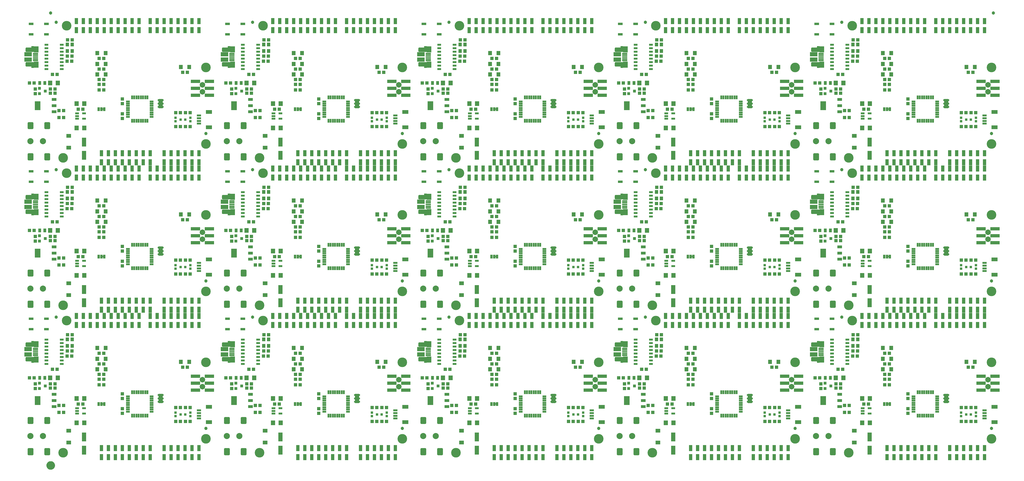
<source format=gts>
G04 EAGLE Gerber RS-274X export*
G75*
%MOMM*%
%FSLAX34Y34*%
%LPD*%
%INSoldermask Top*%
%IPPOS*%
%AMOC8*
5,1,8,0,0,1.08239X$1,22.5*%
G01*
%ADD10R,1.203200X1.303200*%
%ADD11R,1.303200X1.203200*%
%ADD12R,1.603200X1.803200*%
%ADD13R,1.603200X3.203200*%
%ADD14R,1.103200X1.003200*%
%ADD15R,1.727200X1.016000*%
%ADD16R,2.108200X3.327400*%
%ADD17C,3.505200*%
%ADD18C,1.203200*%
%ADD19R,1.203200X2.203200*%
%ADD20C,0.653200*%
%ADD21R,1.534156X3.495038*%
%ADD22C,2.003200*%
%ADD23R,3.373200X1.203200*%
%ADD24R,1.403200X1.603200*%
%ADD25R,1.727200X0.965200*%
%ADD26R,1.673200X1.473200*%
%ADD27R,1.003200X1.403200*%
%ADD28C,0.793150*%
%ADD29C,2.235200*%
%ADD30R,0.903200X0.903200*%
%ADD31R,1.473200X0.762000*%
%ADD32R,0.762000X1.473200*%
%ADD33R,1.403200X0.753200*%
%ADD34R,1.953200X0.603200*%
%ADD35R,1.663200X2.203200*%
%ADD36R,2.703200X1.628200*%
%ADD37R,0.838200X1.473200*%
%ADD38R,2.203200X1.403200*%
%ADD39R,1.553200X0.803200*%
%ADD40R,1.403200X0.803200*%
%ADD41R,1.303200X1.403200*%
%ADD42C,1.270000*%
%ADD43C,1.703200*%

G36*
X32720Y1430954D02*
X32720Y1430954D01*
X32726Y1430953D01*
X32819Y1430973D01*
X32912Y1430992D01*
X32916Y1430995D01*
X32921Y1430996D01*
X32999Y1431051D01*
X33078Y1431105D01*
X33080Y1431109D01*
X33085Y1431112D01*
X33135Y1431194D01*
X33187Y1431273D01*
X33188Y1431278D01*
X33190Y1431283D01*
X33222Y1431460D01*
X33222Y1451534D01*
X33221Y1451541D01*
X33222Y1451549D01*
X33201Y1451639D01*
X33183Y1451730D01*
X33179Y1451737D01*
X33177Y1451744D01*
X33122Y1451819D01*
X33070Y1451896D01*
X33064Y1451900D01*
X33059Y1451907D01*
X32980Y1451955D01*
X32902Y1452005D01*
X32895Y1452007D01*
X32888Y1452011D01*
X32710Y1452041D01*
X6294Y1451787D01*
X6263Y1451780D01*
X6225Y1451782D01*
X5409Y1451661D01*
X5362Y1451644D01*
X5299Y1451632D01*
X4530Y1451333D01*
X4488Y1451306D01*
X4429Y1451280D01*
X3746Y1450817D01*
X3712Y1450782D01*
X3660Y1450743D01*
X3097Y1450140D01*
X3071Y1450098D01*
X3029Y1450049D01*
X2614Y1449335D01*
X2598Y1449289D01*
X2569Y1449231D01*
X2323Y1448443D01*
X2318Y1448394D01*
X2302Y1448332D01*
X2237Y1447509D01*
X2240Y1447491D01*
X2236Y1447470D01*
X2236Y1439850D01*
X2243Y1439817D01*
X2241Y1439777D01*
X2368Y1438904D01*
X2385Y1438857D01*
X2397Y1438794D01*
X2715Y1437971D01*
X2742Y1437930D01*
X2768Y1437871D01*
X3261Y1437139D01*
X3296Y1437105D01*
X3334Y1437053D01*
X3978Y1436450D01*
X4020Y1436424D01*
X4069Y1436382D01*
X4831Y1435937D01*
X4877Y1435921D01*
X4934Y1435891D01*
X5776Y1435626D01*
X5825Y1435621D01*
X5887Y1435605D01*
X6767Y1435534D01*
X6786Y1435536D01*
X6807Y1435533D01*
X23814Y1435533D01*
X23814Y1431460D01*
X23815Y1431455D01*
X23814Y1431450D01*
X23835Y1431356D01*
X23854Y1431263D01*
X23856Y1431259D01*
X23858Y1431254D01*
X23913Y1431176D01*
X23966Y1431098D01*
X23971Y1431095D01*
X23974Y1431090D01*
X24055Y1431040D01*
X24134Y1430988D01*
X24139Y1430987D01*
X24144Y1430985D01*
X24321Y1430953D01*
X32715Y1430953D01*
X32720Y1430954D01*
G37*
G36*
X2897840Y892474D02*
X2897840Y892474D01*
X2897846Y892473D01*
X2897939Y892493D01*
X2898032Y892512D01*
X2898036Y892515D01*
X2898041Y892516D01*
X2898119Y892571D01*
X2898198Y892625D01*
X2898200Y892629D01*
X2898205Y892632D01*
X2898255Y892714D01*
X2898307Y892793D01*
X2898308Y892798D01*
X2898310Y892803D01*
X2898342Y892980D01*
X2898342Y913054D01*
X2898341Y913061D01*
X2898342Y913069D01*
X2898321Y913159D01*
X2898303Y913250D01*
X2898299Y913257D01*
X2898297Y913264D01*
X2898242Y913339D01*
X2898190Y913416D01*
X2898184Y913420D01*
X2898179Y913427D01*
X2898100Y913475D01*
X2898022Y913525D01*
X2898015Y913527D01*
X2898008Y913531D01*
X2897830Y913561D01*
X2871414Y913307D01*
X2871383Y913300D01*
X2871345Y913302D01*
X2870529Y913181D01*
X2870482Y913164D01*
X2870419Y913152D01*
X2869650Y912853D01*
X2869608Y912826D01*
X2869549Y912800D01*
X2868866Y912337D01*
X2868832Y912302D01*
X2868780Y912263D01*
X2868217Y911660D01*
X2868191Y911618D01*
X2868149Y911569D01*
X2867734Y910855D01*
X2867718Y910809D01*
X2867689Y910751D01*
X2867443Y909963D01*
X2867438Y909914D01*
X2867422Y909852D01*
X2867357Y909029D01*
X2867360Y909011D01*
X2867356Y908990D01*
X2867356Y901370D01*
X2867363Y901337D01*
X2867361Y901297D01*
X2867488Y900424D01*
X2867505Y900377D01*
X2867517Y900314D01*
X2867835Y899491D01*
X2867862Y899450D01*
X2867888Y899391D01*
X2868381Y898659D01*
X2868416Y898625D01*
X2868454Y898573D01*
X2869098Y897970D01*
X2869140Y897944D01*
X2869189Y897902D01*
X2869951Y897457D01*
X2869997Y897441D01*
X2870054Y897411D01*
X2870896Y897146D01*
X2870945Y897141D01*
X2871007Y897125D01*
X2871887Y897054D01*
X2871906Y897056D01*
X2871927Y897053D01*
X2888934Y897053D01*
X2888934Y892980D01*
X2888935Y892975D01*
X2888934Y892970D01*
X2888955Y892876D01*
X2888974Y892783D01*
X2888976Y892779D01*
X2888978Y892774D01*
X2889033Y892696D01*
X2889086Y892618D01*
X2889091Y892615D01*
X2889094Y892610D01*
X2889175Y892560D01*
X2889254Y892508D01*
X2889259Y892507D01*
X2889264Y892505D01*
X2889441Y892473D01*
X2897835Y892473D01*
X2897840Y892474D01*
G37*
G36*
X749000Y892474D02*
X749000Y892474D01*
X749006Y892473D01*
X749099Y892493D01*
X749192Y892512D01*
X749196Y892515D01*
X749201Y892516D01*
X749279Y892571D01*
X749358Y892625D01*
X749360Y892629D01*
X749365Y892632D01*
X749415Y892714D01*
X749467Y892793D01*
X749468Y892798D01*
X749470Y892803D01*
X749502Y892980D01*
X749502Y913054D01*
X749501Y913061D01*
X749502Y913069D01*
X749481Y913159D01*
X749463Y913250D01*
X749459Y913257D01*
X749457Y913264D01*
X749402Y913339D01*
X749350Y913416D01*
X749344Y913420D01*
X749339Y913427D01*
X749260Y913475D01*
X749182Y913525D01*
X749175Y913527D01*
X749168Y913531D01*
X748990Y913561D01*
X722574Y913307D01*
X722543Y913300D01*
X722505Y913302D01*
X721689Y913181D01*
X721642Y913164D01*
X721579Y913152D01*
X720810Y912853D01*
X720768Y912826D01*
X720709Y912800D01*
X720026Y912337D01*
X719992Y912302D01*
X719940Y912263D01*
X719377Y911660D01*
X719351Y911618D01*
X719309Y911569D01*
X718894Y910855D01*
X718878Y910809D01*
X718849Y910751D01*
X718603Y909963D01*
X718598Y909914D01*
X718582Y909852D01*
X718517Y909029D01*
X718520Y909011D01*
X718516Y908990D01*
X718516Y901370D01*
X718523Y901337D01*
X718521Y901297D01*
X718648Y900424D01*
X718665Y900377D01*
X718677Y900314D01*
X718995Y899491D01*
X719022Y899450D01*
X719048Y899391D01*
X719541Y898659D01*
X719576Y898625D01*
X719614Y898573D01*
X720258Y897970D01*
X720300Y897944D01*
X720349Y897902D01*
X721111Y897457D01*
X721157Y897441D01*
X721214Y897411D01*
X722056Y897146D01*
X722105Y897141D01*
X722167Y897125D01*
X723047Y897054D01*
X723066Y897056D01*
X723087Y897053D01*
X740094Y897053D01*
X740094Y892980D01*
X740095Y892975D01*
X740094Y892970D01*
X740115Y892876D01*
X740134Y892783D01*
X740136Y892779D01*
X740138Y892774D01*
X740193Y892696D01*
X740246Y892618D01*
X740251Y892615D01*
X740254Y892610D01*
X740335Y892560D01*
X740414Y892508D01*
X740419Y892507D01*
X740424Y892505D01*
X740601Y892473D01*
X748995Y892473D01*
X749000Y892474D01*
G37*
G36*
X2181560Y892474D02*
X2181560Y892474D01*
X2181566Y892473D01*
X2181659Y892493D01*
X2181752Y892512D01*
X2181756Y892515D01*
X2181761Y892516D01*
X2181839Y892571D01*
X2181918Y892625D01*
X2181920Y892629D01*
X2181925Y892632D01*
X2181975Y892714D01*
X2182027Y892793D01*
X2182028Y892798D01*
X2182030Y892803D01*
X2182062Y892980D01*
X2182062Y913054D01*
X2182061Y913061D01*
X2182062Y913069D01*
X2182041Y913159D01*
X2182023Y913250D01*
X2182019Y913257D01*
X2182017Y913264D01*
X2181962Y913339D01*
X2181910Y913416D01*
X2181904Y913420D01*
X2181899Y913427D01*
X2181820Y913475D01*
X2181742Y913525D01*
X2181735Y913527D01*
X2181728Y913531D01*
X2181550Y913561D01*
X2155134Y913307D01*
X2155103Y913300D01*
X2155065Y913302D01*
X2154249Y913181D01*
X2154202Y913164D01*
X2154139Y913152D01*
X2153370Y912853D01*
X2153328Y912826D01*
X2153269Y912800D01*
X2152586Y912337D01*
X2152552Y912302D01*
X2152500Y912263D01*
X2151937Y911660D01*
X2151911Y911618D01*
X2151869Y911569D01*
X2151454Y910855D01*
X2151438Y910809D01*
X2151409Y910751D01*
X2151163Y909963D01*
X2151158Y909914D01*
X2151142Y909852D01*
X2151077Y909029D01*
X2151080Y909011D01*
X2151076Y908990D01*
X2151076Y901370D01*
X2151083Y901337D01*
X2151081Y901297D01*
X2151208Y900424D01*
X2151225Y900377D01*
X2151237Y900314D01*
X2151555Y899491D01*
X2151582Y899450D01*
X2151608Y899391D01*
X2152101Y898659D01*
X2152136Y898625D01*
X2152174Y898573D01*
X2152818Y897970D01*
X2152860Y897944D01*
X2152909Y897902D01*
X2153671Y897457D01*
X2153717Y897441D01*
X2153774Y897411D01*
X2154616Y897146D01*
X2154665Y897141D01*
X2154727Y897125D01*
X2155607Y897054D01*
X2155626Y897056D01*
X2155647Y897053D01*
X2172654Y897053D01*
X2172654Y892980D01*
X2172655Y892975D01*
X2172654Y892970D01*
X2172675Y892876D01*
X2172694Y892783D01*
X2172696Y892779D01*
X2172698Y892774D01*
X2172753Y892696D01*
X2172806Y892618D01*
X2172811Y892615D01*
X2172814Y892610D01*
X2172895Y892560D01*
X2172974Y892508D01*
X2172979Y892507D01*
X2172984Y892505D01*
X2173161Y892473D01*
X2181555Y892473D01*
X2181560Y892474D01*
G37*
G36*
X32720Y892474D02*
X32720Y892474D01*
X32726Y892473D01*
X32819Y892493D01*
X32912Y892512D01*
X32916Y892515D01*
X32921Y892516D01*
X32999Y892571D01*
X33078Y892625D01*
X33080Y892629D01*
X33085Y892632D01*
X33135Y892714D01*
X33187Y892793D01*
X33188Y892798D01*
X33190Y892803D01*
X33222Y892980D01*
X33222Y913054D01*
X33221Y913061D01*
X33222Y913069D01*
X33201Y913159D01*
X33183Y913250D01*
X33179Y913257D01*
X33177Y913264D01*
X33122Y913339D01*
X33070Y913416D01*
X33064Y913420D01*
X33059Y913427D01*
X32980Y913475D01*
X32902Y913525D01*
X32895Y913527D01*
X32888Y913531D01*
X32710Y913561D01*
X6294Y913307D01*
X6263Y913300D01*
X6225Y913302D01*
X5409Y913181D01*
X5362Y913164D01*
X5299Y913152D01*
X4530Y912853D01*
X4488Y912826D01*
X4429Y912800D01*
X3746Y912337D01*
X3712Y912302D01*
X3660Y912263D01*
X3097Y911660D01*
X3071Y911618D01*
X3029Y911569D01*
X2614Y910855D01*
X2598Y910809D01*
X2569Y910751D01*
X2323Y909963D01*
X2318Y909914D01*
X2302Y909852D01*
X2237Y909029D01*
X2240Y909011D01*
X2236Y908990D01*
X2236Y901370D01*
X2243Y901337D01*
X2241Y901297D01*
X2368Y900424D01*
X2385Y900377D01*
X2397Y900314D01*
X2715Y899491D01*
X2742Y899450D01*
X2768Y899391D01*
X3261Y898659D01*
X3296Y898625D01*
X3334Y898573D01*
X3978Y897970D01*
X4020Y897944D01*
X4069Y897902D01*
X4831Y897457D01*
X4877Y897441D01*
X4934Y897411D01*
X5776Y897146D01*
X5825Y897141D01*
X5887Y897125D01*
X6767Y897054D01*
X6786Y897056D01*
X6807Y897053D01*
X23814Y897053D01*
X23814Y892980D01*
X23815Y892975D01*
X23814Y892970D01*
X23835Y892876D01*
X23854Y892783D01*
X23856Y892779D01*
X23858Y892774D01*
X23913Y892696D01*
X23966Y892618D01*
X23971Y892615D01*
X23974Y892610D01*
X24055Y892560D01*
X24134Y892508D01*
X24139Y892507D01*
X24144Y892505D01*
X24321Y892473D01*
X32715Y892473D01*
X32720Y892474D01*
G37*
G36*
X1465280Y892474D02*
X1465280Y892474D01*
X1465286Y892473D01*
X1465379Y892493D01*
X1465472Y892512D01*
X1465476Y892515D01*
X1465481Y892516D01*
X1465559Y892571D01*
X1465638Y892625D01*
X1465640Y892629D01*
X1465645Y892632D01*
X1465695Y892714D01*
X1465747Y892793D01*
X1465748Y892798D01*
X1465750Y892803D01*
X1465782Y892980D01*
X1465782Y913054D01*
X1465781Y913061D01*
X1465782Y913069D01*
X1465761Y913159D01*
X1465743Y913250D01*
X1465739Y913257D01*
X1465737Y913264D01*
X1465682Y913339D01*
X1465630Y913416D01*
X1465624Y913420D01*
X1465619Y913427D01*
X1465540Y913475D01*
X1465462Y913525D01*
X1465455Y913527D01*
X1465448Y913531D01*
X1465270Y913561D01*
X1438854Y913307D01*
X1438823Y913300D01*
X1438785Y913302D01*
X1437969Y913181D01*
X1437922Y913164D01*
X1437859Y913152D01*
X1437090Y912853D01*
X1437048Y912826D01*
X1436989Y912800D01*
X1436306Y912337D01*
X1436272Y912302D01*
X1436220Y912263D01*
X1435657Y911660D01*
X1435631Y911618D01*
X1435589Y911569D01*
X1435174Y910855D01*
X1435158Y910809D01*
X1435129Y910751D01*
X1434883Y909963D01*
X1434878Y909914D01*
X1434862Y909852D01*
X1434797Y909029D01*
X1434800Y909011D01*
X1434796Y908990D01*
X1434796Y901370D01*
X1434803Y901337D01*
X1434801Y901297D01*
X1434928Y900424D01*
X1434945Y900377D01*
X1434957Y900314D01*
X1435275Y899491D01*
X1435302Y899450D01*
X1435328Y899391D01*
X1435821Y898659D01*
X1435856Y898625D01*
X1435894Y898573D01*
X1436538Y897970D01*
X1436580Y897944D01*
X1436629Y897902D01*
X1437391Y897457D01*
X1437437Y897441D01*
X1437494Y897411D01*
X1438336Y897146D01*
X1438385Y897141D01*
X1438447Y897125D01*
X1439327Y897054D01*
X1439346Y897056D01*
X1439367Y897053D01*
X1456374Y897053D01*
X1456374Y892980D01*
X1456375Y892975D01*
X1456374Y892970D01*
X1456395Y892876D01*
X1456414Y892783D01*
X1456416Y892779D01*
X1456418Y892774D01*
X1456473Y892696D01*
X1456526Y892618D01*
X1456531Y892615D01*
X1456534Y892610D01*
X1456615Y892560D01*
X1456694Y892508D01*
X1456699Y892507D01*
X1456704Y892505D01*
X1456881Y892473D01*
X1465275Y892473D01*
X1465280Y892474D01*
G37*
G36*
X2897840Y1430954D02*
X2897840Y1430954D01*
X2897846Y1430953D01*
X2897939Y1430973D01*
X2898032Y1430992D01*
X2898036Y1430995D01*
X2898041Y1430996D01*
X2898119Y1431051D01*
X2898198Y1431105D01*
X2898200Y1431109D01*
X2898205Y1431112D01*
X2898255Y1431194D01*
X2898307Y1431273D01*
X2898308Y1431278D01*
X2898310Y1431283D01*
X2898342Y1431460D01*
X2898342Y1451534D01*
X2898341Y1451541D01*
X2898342Y1451549D01*
X2898321Y1451639D01*
X2898303Y1451730D01*
X2898299Y1451737D01*
X2898297Y1451744D01*
X2898242Y1451819D01*
X2898190Y1451896D01*
X2898184Y1451900D01*
X2898179Y1451907D01*
X2898100Y1451955D01*
X2898022Y1452005D01*
X2898015Y1452007D01*
X2898008Y1452011D01*
X2897830Y1452041D01*
X2871414Y1451787D01*
X2871383Y1451780D01*
X2871345Y1451782D01*
X2870529Y1451661D01*
X2870482Y1451644D01*
X2870419Y1451632D01*
X2869650Y1451333D01*
X2869608Y1451306D01*
X2869549Y1451280D01*
X2868866Y1450817D01*
X2868832Y1450782D01*
X2868780Y1450743D01*
X2868217Y1450140D01*
X2868191Y1450098D01*
X2868149Y1450049D01*
X2867734Y1449335D01*
X2867718Y1449289D01*
X2867689Y1449231D01*
X2867443Y1448443D01*
X2867438Y1448394D01*
X2867422Y1448332D01*
X2867357Y1447509D01*
X2867360Y1447491D01*
X2867356Y1447470D01*
X2867356Y1439850D01*
X2867363Y1439817D01*
X2867361Y1439777D01*
X2867488Y1438904D01*
X2867505Y1438857D01*
X2867517Y1438794D01*
X2867835Y1437971D01*
X2867862Y1437930D01*
X2867888Y1437871D01*
X2868381Y1437139D01*
X2868416Y1437105D01*
X2868454Y1437053D01*
X2869098Y1436450D01*
X2869140Y1436424D01*
X2869189Y1436382D01*
X2869951Y1435937D01*
X2869997Y1435921D01*
X2870054Y1435891D01*
X2870896Y1435626D01*
X2870945Y1435621D01*
X2871007Y1435605D01*
X2871887Y1435534D01*
X2871906Y1435536D01*
X2871927Y1435533D01*
X2888934Y1435533D01*
X2888934Y1431460D01*
X2888935Y1431455D01*
X2888934Y1431450D01*
X2888955Y1431356D01*
X2888974Y1431263D01*
X2888976Y1431259D01*
X2888978Y1431254D01*
X2889033Y1431176D01*
X2889086Y1431098D01*
X2889091Y1431095D01*
X2889094Y1431090D01*
X2889175Y1431040D01*
X2889254Y1430988D01*
X2889259Y1430987D01*
X2889264Y1430985D01*
X2889441Y1430953D01*
X2897835Y1430953D01*
X2897840Y1430954D01*
G37*
G36*
X1465280Y1430954D02*
X1465280Y1430954D01*
X1465286Y1430953D01*
X1465379Y1430973D01*
X1465472Y1430992D01*
X1465476Y1430995D01*
X1465481Y1430996D01*
X1465559Y1431051D01*
X1465638Y1431105D01*
X1465640Y1431109D01*
X1465645Y1431112D01*
X1465695Y1431194D01*
X1465747Y1431273D01*
X1465748Y1431278D01*
X1465750Y1431283D01*
X1465782Y1431460D01*
X1465782Y1451534D01*
X1465781Y1451541D01*
X1465782Y1451549D01*
X1465761Y1451639D01*
X1465743Y1451730D01*
X1465739Y1451737D01*
X1465737Y1451744D01*
X1465682Y1451819D01*
X1465630Y1451896D01*
X1465624Y1451900D01*
X1465619Y1451907D01*
X1465540Y1451955D01*
X1465462Y1452005D01*
X1465455Y1452007D01*
X1465448Y1452011D01*
X1465270Y1452041D01*
X1438854Y1451787D01*
X1438823Y1451780D01*
X1438785Y1451782D01*
X1437969Y1451661D01*
X1437922Y1451644D01*
X1437859Y1451632D01*
X1437090Y1451333D01*
X1437048Y1451306D01*
X1436989Y1451280D01*
X1436306Y1450817D01*
X1436272Y1450782D01*
X1436220Y1450743D01*
X1435657Y1450140D01*
X1435631Y1450098D01*
X1435589Y1450049D01*
X1435174Y1449335D01*
X1435158Y1449289D01*
X1435129Y1449231D01*
X1434883Y1448443D01*
X1434878Y1448394D01*
X1434862Y1448332D01*
X1434797Y1447509D01*
X1434800Y1447491D01*
X1434796Y1447470D01*
X1434796Y1439850D01*
X1434803Y1439817D01*
X1434801Y1439777D01*
X1434928Y1438904D01*
X1434945Y1438857D01*
X1434957Y1438794D01*
X1435275Y1437971D01*
X1435302Y1437930D01*
X1435328Y1437871D01*
X1435821Y1437139D01*
X1435856Y1437105D01*
X1435894Y1437053D01*
X1436538Y1436450D01*
X1436580Y1436424D01*
X1436629Y1436382D01*
X1437391Y1435937D01*
X1437437Y1435921D01*
X1437494Y1435891D01*
X1438336Y1435626D01*
X1438385Y1435621D01*
X1438447Y1435605D01*
X1439327Y1435534D01*
X1439346Y1435536D01*
X1439367Y1435533D01*
X1456374Y1435533D01*
X1456374Y1431460D01*
X1456375Y1431455D01*
X1456374Y1431450D01*
X1456395Y1431356D01*
X1456414Y1431263D01*
X1456416Y1431259D01*
X1456418Y1431254D01*
X1456473Y1431176D01*
X1456526Y1431098D01*
X1456531Y1431095D01*
X1456534Y1431090D01*
X1456615Y1431040D01*
X1456694Y1430988D01*
X1456699Y1430987D01*
X1456704Y1430985D01*
X1456881Y1430953D01*
X1465275Y1430953D01*
X1465280Y1430954D01*
G37*
G36*
X2181560Y1430954D02*
X2181560Y1430954D01*
X2181566Y1430953D01*
X2181659Y1430973D01*
X2181752Y1430992D01*
X2181756Y1430995D01*
X2181761Y1430996D01*
X2181839Y1431051D01*
X2181918Y1431105D01*
X2181920Y1431109D01*
X2181925Y1431112D01*
X2181975Y1431194D01*
X2182027Y1431273D01*
X2182028Y1431278D01*
X2182030Y1431283D01*
X2182062Y1431460D01*
X2182062Y1451534D01*
X2182061Y1451541D01*
X2182062Y1451549D01*
X2182041Y1451639D01*
X2182023Y1451730D01*
X2182019Y1451737D01*
X2182017Y1451744D01*
X2181962Y1451819D01*
X2181910Y1451896D01*
X2181904Y1451900D01*
X2181899Y1451907D01*
X2181820Y1451955D01*
X2181742Y1452005D01*
X2181735Y1452007D01*
X2181728Y1452011D01*
X2181550Y1452041D01*
X2155134Y1451787D01*
X2155103Y1451780D01*
X2155065Y1451782D01*
X2154249Y1451661D01*
X2154202Y1451644D01*
X2154139Y1451632D01*
X2153370Y1451333D01*
X2153328Y1451306D01*
X2153269Y1451280D01*
X2152586Y1450817D01*
X2152552Y1450782D01*
X2152500Y1450743D01*
X2151937Y1450140D01*
X2151911Y1450098D01*
X2151869Y1450049D01*
X2151454Y1449335D01*
X2151438Y1449289D01*
X2151409Y1449231D01*
X2151163Y1448443D01*
X2151158Y1448394D01*
X2151142Y1448332D01*
X2151077Y1447509D01*
X2151080Y1447491D01*
X2151076Y1447470D01*
X2151076Y1439850D01*
X2151083Y1439817D01*
X2151081Y1439777D01*
X2151208Y1438904D01*
X2151225Y1438857D01*
X2151237Y1438794D01*
X2151555Y1437971D01*
X2151582Y1437930D01*
X2151608Y1437871D01*
X2152101Y1437139D01*
X2152136Y1437105D01*
X2152174Y1437053D01*
X2152818Y1436450D01*
X2152860Y1436424D01*
X2152909Y1436382D01*
X2153671Y1435937D01*
X2153717Y1435921D01*
X2153774Y1435891D01*
X2154616Y1435626D01*
X2154665Y1435621D01*
X2154727Y1435605D01*
X2155607Y1435534D01*
X2155626Y1435536D01*
X2155647Y1435533D01*
X2172654Y1435533D01*
X2172654Y1431460D01*
X2172655Y1431455D01*
X2172654Y1431450D01*
X2172675Y1431356D01*
X2172694Y1431263D01*
X2172696Y1431259D01*
X2172698Y1431254D01*
X2172753Y1431176D01*
X2172806Y1431098D01*
X2172811Y1431095D01*
X2172814Y1431090D01*
X2172895Y1431040D01*
X2172974Y1430988D01*
X2172979Y1430987D01*
X2172984Y1430985D01*
X2173161Y1430953D01*
X2181555Y1430953D01*
X2181560Y1430954D01*
G37*
G36*
X749000Y1430954D02*
X749000Y1430954D01*
X749006Y1430953D01*
X749099Y1430973D01*
X749192Y1430992D01*
X749196Y1430995D01*
X749201Y1430996D01*
X749279Y1431051D01*
X749358Y1431105D01*
X749360Y1431109D01*
X749365Y1431112D01*
X749415Y1431194D01*
X749467Y1431273D01*
X749468Y1431278D01*
X749470Y1431283D01*
X749502Y1431460D01*
X749502Y1451534D01*
X749501Y1451541D01*
X749502Y1451549D01*
X749481Y1451639D01*
X749463Y1451730D01*
X749459Y1451737D01*
X749457Y1451744D01*
X749402Y1451819D01*
X749350Y1451896D01*
X749344Y1451900D01*
X749339Y1451907D01*
X749260Y1451955D01*
X749182Y1452005D01*
X749175Y1452007D01*
X749168Y1452011D01*
X748990Y1452041D01*
X722574Y1451787D01*
X722543Y1451780D01*
X722505Y1451782D01*
X721689Y1451661D01*
X721642Y1451644D01*
X721579Y1451632D01*
X720810Y1451333D01*
X720768Y1451306D01*
X720709Y1451280D01*
X720026Y1450817D01*
X719992Y1450782D01*
X719940Y1450743D01*
X719377Y1450140D01*
X719351Y1450098D01*
X719309Y1450049D01*
X718894Y1449335D01*
X718878Y1449289D01*
X718849Y1449231D01*
X718603Y1448443D01*
X718598Y1448394D01*
X718582Y1448332D01*
X718517Y1447509D01*
X718520Y1447491D01*
X718516Y1447470D01*
X718516Y1439850D01*
X718523Y1439817D01*
X718521Y1439777D01*
X718648Y1438904D01*
X718665Y1438857D01*
X718677Y1438794D01*
X718995Y1437971D01*
X719022Y1437930D01*
X719048Y1437871D01*
X719541Y1437139D01*
X719576Y1437105D01*
X719614Y1437053D01*
X720258Y1436450D01*
X720300Y1436424D01*
X720349Y1436382D01*
X721111Y1435937D01*
X721157Y1435921D01*
X721214Y1435891D01*
X722056Y1435626D01*
X722105Y1435621D01*
X722167Y1435605D01*
X723047Y1435534D01*
X723066Y1435536D01*
X723087Y1435533D01*
X740094Y1435533D01*
X740094Y1431460D01*
X740095Y1431455D01*
X740094Y1431450D01*
X740115Y1431356D01*
X740134Y1431263D01*
X740136Y1431259D01*
X740138Y1431254D01*
X740193Y1431176D01*
X740246Y1431098D01*
X740251Y1431095D01*
X740254Y1431090D01*
X740335Y1431040D01*
X740414Y1430988D01*
X740419Y1430987D01*
X740424Y1430985D01*
X740601Y1430953D01*
X748995Y1430953D01*
X749000Y1430954D01*
G37*
G36*
X2181560Y353994D02*
X2181560Y353994D01*
X2181566Y353993D01*
X2181659Y354013D01*
X2181752Y354032D01*
X2181756Y354035D01*
X2181761Y354036D01*
X2181839Y354091D01*
X2181918Y354145D01*
X2181920Y354149D01*
X2181925Y354152D01*
X2181975Y354234D01*
X2182027Y354313D01*
X2182028Y354318D01*
X2182030Y354323D01*
X2182062Y354500D01*
X2182062Y374574D01*
X2182061Y374581D01*
X2182062Y374589D01*
X2182041Y374679D01*
X2182023Y374770D01*
X2182019Y374777D01*
X2182017Y374784D01*
X2181962Y374859D01*
X2181910Y374936D01*
X2181904Y374940D01*
X2181899Y374947D01*
X2181820Y374995D01*
X2181742Y375045D01*
X2181735Y375047D01*
X2181728Y375051D01*
X2181550Y375081D01*
X2155134Y374827D01*
X2155103Y374820D01*
X2155065Y374822D01*
X2154249Y374701D01*
X2154202Y374684D01*
X2154139Y374672D01*
X2153370Y374373D01*
X2153328Y374346D01*
X2153269Y374320D01*
X2152586Y373857D01*
X2152552Y373822D01*
X2152500Y373783D01*
X2151937Y373180D01*
X2151911Y373138D01*
X2151869Y373089D01*
X2151454Y372375D01*
X2151438Y372329D01*
X2151409Y372271D01*
X2151163Y371483D01*
X2151158Y371434D01*
X2151142Y371372D01*
X2151077Y370549D01*
X2151080Y370531D01*
X2151076Y370510D01*
X2151076Y362890D01*
X2151083Y362857D01*
X2151081Y362817D01*
X2151208Y361944D01*
X2151225Y361897D01*
X2151237Y361834D01*
X2151555Y361011D01*
X2151582Y360970D01*
X2151608Y360911D01*
X2152101Y360179D01*
X2152136Y360145D01*
X2152174Y360093D01*
X2152818Y359490D01*
X2152860Y359464D01*
X2152909Y359422D01*
X2153671Y358977D01*
X2153717Y358961D01*
X2153774Y358931D01*
X2154616Y358666D01*
X2154665Y358661D01*
X2154727Y358645D01*
X2155607Y358574D01*
X2155626Y358576D01*
X2155647Y358573D01*
X2172654Y358573D01*
X2172654Y354500D01*
X2172655Y354495D01*
X2172654Y354490D01*
X2172675Y354396D01*
X2172694Y354303D01*
X2172696Y354299D01*
X2172698Y354294D01*
X2172753Y354216D01*
X2172806Y354138D01*
X2172811Y354135D01*
X2172814Y354130D01*
X2172895Y354080D01*
X2172974Y354028D01*
X2172979Y354027D01*
X2172984Y354025D01*
X2173161Y353993D01*
X2181555Y353993D01*
X2181560Y353994D01*
G37*
G36*
X2897840Y353994D02*
X2897840Y353994D01*
X2897846Y353993D01*
X2897939Y354013D01*
X2898032Y354032D01*
X2898036Y354035D01*
X2898041Y354036D01*
X2898119Y354091D01*
X2898198Y354145D01*
X2898200Y354149D01*
X2898205Y354152D01*
X2898255Y354234D01*
X2898307Y354313D01*
X2898308Y354318D01*
X2898310Y354323D01*
X2898342Y354500D01*
X2898342Y374574D01*
X2898341Y374581D01*
X2898342Y374589D01*
X2898321Y374679D01*
X2898303Y374770D01*
X2898299Y374777D01*
X2898297Y374784D01*
X2898242Y374859D01*
X2898190Y374936D01*
X2898184Y374940D01*
X2898179Y374947D01*
X2898100Y374995D01*
X2898022Y375045D01*
X2898015Y375047D01*
X2898008Y375051D01*
X2897830Y375081D01*
X2871414Y374827D01*
X2871383Y374820D01*
X2871345Y374822D01*
X2870529Y374701D01*
X2870482Y374684D01*
X2870419Y374672D01*
X2869650Y374373D01*
X2869608Y374346D01*
X2869549Y374320D01*
X2868866Y373857D01*
X2868832Y373822D01*
X2868780Y373783D01*
X2868217Y373180D01*
X2868191Y373138D01*
X2868149Y373089D01*
X2867734Y372375D01*
X2867718Y372329D01*
X2867689Y372271D01*
X2867443Y371483D01*
X2867438Y371434D01*
X2867422Y371372D01*
X2867357Y370549D01*
X2867360Y370531D01*
X2867356Y370510D01*
X2867356Y362890D01*
X2867363Y362857D01*
X2867361Y362817D01*
X2867488Y361944D01*
X2867505Y361897D01*
X2867517Y361834D01*
X2867835Y361011D01*
X2867862Y360970D01*
X2867888Y360911D01*
X2868381Y360179D01*
X2868416Y360145D01*
X2868454Y360093D01*
X2869098Y359490D01*
X2869140Y359464D01*
X2869189Y359422D01*
X2869951Y358977D01*
X2869997Y358961D01*
X2870054Y358931D01*
X2870896Y358666D01*
X2870945Y358661D01*
X2871007Y358645D01*
X2871887Y358574D01*
X2871906Y358576D01*
X2871927Y358573D01*
X2888934Y358573D01*
X2888934Y354500D01*
X2888935Y354495D01*
X2888934Y354490D01*
X2888955Y354396D01*
X2888974Y354303D01*
X2888976Y354299D01*
X2888978Y354294D01*
X2889033Y354216D01*
X2889086Y354138D01*
X2889091Y354135D01*
X2889094Y354130D01*
X2889175Y354080D01*
X2889254Y354028D01*
X2889259Y354027D01*
X2889264Y354025D01*
X2889441Y353993D01*
X2897835Y353993D01*
X2897840Y353994D01*
G37*
G36*
X32720Y353994D02*
X32720Y353994D01*
X32726Y353993D01*
X32819Y354013D01*
X32912Y354032D01*
X32916Y354035D01*
X32921Y354036D01*
X32999Y354091D01*
X33078Y354145D01*
X33080Y354149D01*
X33085Y354152D01*
X33135Y354234D01*
X33187Y354313D01*
X33188Y354318D01*
X33190Y354323D01*
X33222Y354500D01*
X33222Y374574D01*
X33221Y374581D01*
X33222Y374589D01*
X33201Y374679D01*
X33183Y374770D01*
X33179Y374777D01*
X33177Y374784D01*
X33122Y374859D01*
X33070Y374936D01*
X33064Y374940D01*
X33059Y374947D01*
X32980Y374995D01*
X32902Y375045D01*
X32895Y375047D01*
X32888Y375051D01*
X32710Y375081D01*
X6294Y374827D01*
X6263Y374820D01*
X6225Y374822D01*
X5409Y374701D01*
X5362Y374684D01*
X5299Y374672D01*
X4530Y374373D01*
X4488Y374346D01*
X4429Y374320D01*
X3746Y373857D01*
X3712Y373822D01*
X3660Y373783D01*
X3097Y373180D01*
X3071Y373138D01*
X3029Y373089D01*
X2614Y372375D01*
X2598Y372329D01*
X2569Y372271D01*
X2323Y371483D01*
X2318Y371434D01*
X2302Y371372D01*
X2237Y370549D01*
X2240Y370531D01*
X2236Y370510D01*
X2236Y362890D01*
X2243Y362857D01*
X2241Y362817D01*
X2368Y361944D01*
X2385Y361897D01*
X2397Y361834D01*
X2715Y361011D01*
X2742Y360970D01*
X2768Y360911D01*
X3261Y360179D01*
X3296Y360145D01*
X3334Y360093D01*
X3978Y359490D01*
X4020Y359464D01*
X4069Y359422D01*
X4831Y358977D01*
X4877Y358961D01*
X4934Y358931D01*
X5776Y358666D01*
X5825Y358661D01*
X5887Y358645D01*
X6767Y358574D01*
X6786Y358576D01*
X6807Y358573D01*
X23814Y358573D01*
X23814Y354500D01*
X23815Y354495D01*
X23814Y354490D01*
X23835Y354396D01*
X23854Y354303D01*
X23856Y354299D01*
X23858Y354294D01*
X23913Y354216D01*
X23966Y354138D01*
X23971Y354135D01*
X23974Y354130D01*
X24055Y354080D01*
X24134Y354028D01*
X24139Y354027D01*
X24144Y354025D01*
X24321Y353993D01*
X32715Y353993D01*
X32720Y353994D01*
G37*
G36*
X1465280Y353994D02*
X1465280Y353994D01*
X1465286Y353993D01*
X1465379Y354013D01*
X1465472Y354032D01*
X1465476Y354035D01*
X1465481Y354036D01*
X1465559Y354091D01*
X1465638Y354145D01*
X1465640Y354149D01*
X1465645Y354152D01*
X1465695Y354234D01*
X1465747Y354313D01*
X1465748Y354318D01*
X1465750Y354323D01*
X1465782Y354500D01*
X1465782Y374574D01*
X1465781Y374581D01*
X1465782Y374589D01*
X1465761Y374679D01*
X1465743Y374770D01*
X1465739Y374777D01*
X1465737Y374784D01*
X1465682Y374859D01*
X1465630Y374936D01*
X1465624Y374940D01*
X1465619Y374947D01*
X1465540Y374995D01*
X1465462Y375045D01*
X1465455Y375047D01*
X1465448Y375051D01*
X1465270Y375081D01*
X1438854Y374827D01*
X1438823Y374820D01*
X1438785Y374822D01*
X1437969Y374701D01*
X1437922Y374684D01*
X1437859Y374672D01*
X1437090Y374373D01*
X1437048Y374346D01*
X1436989Y374320D01*
X1436306Y373857D01*
X1436272Y373822D01*
X1436220Y373783D01*
X1435657Y373180D01*
X1435631Y373138D01*
X1435589Y373089D01*
X1435174Y372375D01*
X1435158Y372329D01*
X1435129Y372271D01*
X1434883Y371483D01*
X1434878Y371434D01*
X1434862Y371372D01*
X1434797Y370549D01*
X1434800Y370531D01*
X1434796Y370510D01*
X1434796Y362890D01*
X1434803Y362857D01*
X1434801Y362817D01*
X1434928Y361944D01*
X1434945Y361897D01*
X1434957Y361834D01*
X1435275Y361011D01*
X1435302Y360970D01*
X1435328Y360911D01*
X1435821Y360179D01*
X1435856Y360145D01*
X1435894Y360093D01*
X1436538Y359490D01*
X1436580Y359464D01*
X1436629Y359422D01*
X1437391Y358977D01*
X1437437Y358961D01*
X1437494Y358931D01*
X1438336Y358666D01*
X1438385Y358661D01*
X1438447Y358645D01*
X1439327Y358574D01*
X1439346Y358576D01*
X1439367Y358573D01*
X1456374Y358573D01*
X1456374Y354500D01*
X1456375Y354495D01*
X1456374Y354490D01*
X1456395Y354396D01*
X1456414Y354303D01*
X1456416Y354299D01*
X1456418Y354294D01*
X1456473Y354216D01*
X1456526Y354138D01*
X1456531Y354135D01*
X1456534Y354130D01*
X1456615Y354080D01*
X1456694Y354028D01*
X1456699Y354027D01*
X1456704Y354025D01*
X1456881Y353993D01*
X1465275Y353993D01*
X1465280Y353994D01*
G37*
G36*
X749000Y353994D02*
X749000Y353994D01*
X749006Y353993D01*
X749099Y354013D01*
X749192Y354032D01*
X749196Y354035D01*
X749201Y354036D01*
X749279Y354091D01*
X749358Y354145D01*
X749360Y354149D01*
X749365Y354152D01*
X749415Y354234D01*
X749467Y354313D01*
X749468Y354318D01*
X749470Y354323D01*
X749502Y354500D01*
X749502Y374574D01*
X749501Y374581D01*
X749502Y374589D01*
X749481Y374679D01*
X749463Y374770D01*
X749459Y374777D01*
X749457Y374784D01*
X749402Y374859D01*
X749350Y374936D01*
X749344Y374940D01*
X749339Y374947D01*
X749260Y374995D01*
X749182Y375045D01*
X749175Y375047D01*
X749168Y375051D01*
X748990Y375081D01*
X722574Y374827D01*
X722543Y374820D01*
X722505Y374822D01*
X721689Y374701D01*
X721642Y374684D01*
X721579Y374672D01*
X720810Y374373D01*
X720768Y374346D01*
X720709Y374320D01*
X720026Y373857D01*
X719992Y373822D01*
X719940Y373783D01*
X719377Y373180D01*
X719351Y373138D01*
X719309Y373089D01*
X718894Y372375D01*
X718878Y372329D01*
X718849Y372271D01*
X718603Y371483D01*
X718598Y371434D01*
X718582Y371372D01*
X718517Y370549D01*
X718520Y370531D01*
X718516Y370510D01*
X718516Y362890D01*
X718523Y362857D01*
X718521Y362817D01*
X718648Y361944D01*
X718665Y361897D01*
X718677Y361834D01*
X718995Y361011D01*
X719022Y360970D01*
X719048Y360911D01*
X719541Y360179D01*
X719576Y360145D01*
X719614Y360093D01*
X720258Y359490D01*
X720300Y359464D01*
X720349Y359422D01*
X721111Y358977D01*
X721157Y358961D01*
X721214Y358931D01*
X722056Y358666D01*
X722105Y358661D01*
X722167Y358645D01*
X723047Y358574D01*
X723066Y358576D01*
X723087Y358573D01*
X740094Y358573D01*
X740094Y354500D01*
X740095Y354495D01*
X740094Y354490D01*
X740115Y354396D01*
X740134Y354303D01*
X740136Y354299D01*
X740138Y354294D01*
X740193Y354216D01*
X740246Y354138D01*
X740251Y354135D01*
X740254Y354130D01*
X740335Y354080D01*
X740414Y354028D01*
X740419Y354027D01*
X740424Y354025D01*
X740601Y353993D01*
X748995Y353993D01*
X749000Y353994D01*
G37*
G36*
X32720Y1488874D02*
X32720Y1488874D01*
X32726Y1488873D01*
X32819Y1488893D01*
X32912Y1488912D01*
X32916Y1488915D01*
X32921Y1488916D01*
X32999Y1488971D01*
X33078Y1489025D01*
X33080Y1489029D01*
X33085Y1489032D01*
X33135Y1489114D01*
X33187Y1489193D01*
X33188Y1489198D01*
X33190Y1489203D01*
X33222Y1489380D01*
X33222Y1509446D01*
X33221Y1509453D01*
X33222Y1509459D01*
X33201Y1509550D01*
X33183Y1509642D01*
X33179Y1509648D01*
X33178Y1509655D01*
X33123Y1509731D01*
X33070Y1509808D01*
X33065Y1509812D01*
X33061Y1509817D01*
X32981Y1509866D01*
X32902Y1509917D01*
X32895Y1509919D01*
X32890Y1509922D01*
X32712Y1509953D01*
X24218Y1509903D01*
X24215Y1509902D01*
X24211Y1509903D01*
X24116Y1509882D01*
X24022Y1509862D01*
X24019Y1509860D01*
X24015Y1509859D01*
X23936Y1509803D01*
X23857Y1509749D01*
X23855Y1509746D01*
X23852Y1509743D01*
X23801Y1509661D01*
X23749Y1509580D01*
X23748Y1509576D01*
X23746Y1509573D01*
X23714Y1509396D01*
X23714Y1505079D01*
X6555Y1505127D01*
X6521Y1505120D01*
X6480Y1505122D01*
X5607Y1504995D01*
X5561Y1504978D01*
X5497Y1504966D01*
X4675Y1504648D01*
X4633Y1504621D01*
X4574Y1504595D01*
X3843Y1504102D01*
X3808Y1504067D01*
X3756Y1504029D01*
X3153Y1503385D01*
X3127Y1503343D01*
X3085Y1503294D01*
X2640Y1502533D01*
X2624Y1502486D01*
X2594Y1502429D01*
X2330Y1501587D01*
X2325Y1501538D01*
X2308Y1501476D01*
X2238Y1500596D01*
X2240Y1500577D01*
X2236Y1500556D01*
X2236Y1493190D01*
X2243Y1493156D01*
X2241Y1493116D01*
X2362Y1492299D01*
X2379Y1492253D01*
X2391Y1492190D01*
X2690Y1491420D01*
X2717Y1491379D01*
X2743Y1491320D01*
X3206Y1490637D01*
X3241Y1490602D01*
X3280Y1490550D01*
X3299Y1490532D01*
X3883Y1489987D01*
X3925Y1489961D01*
X3974Y1489920D01*
X4688Y1489505D01*
X4734Y1489489D01*
X4792Y1489459D01*
X5580Y1489214D01*
X5629Y1489209D01*
X5691Y1489192D01*
X6514Y1489128D01*
X6532Y1489130D01*
X6553Y1489127D01*
X7819Y1489127D01*
X24071Y1488873D01*
X24075Y1488873D01*
X24079Y1488873D01*
X32715Y1488873D01*
X32720Y1488874D01*
G37*
G36*
X1465280Y1488874D02*
X1465280Y1488874D01*
X1465286Y1488873D01*
X1465379Y1488893D01*
X1465472Y1488912D01*
X1465476Y1488915D01*
X1465481Y1488916D01*
X1465559Y1488971D01*
X1465638Y1489025D01*
X1465640Y1489029D01*
X1465645Y1489032D01*
X1465695Y1489114D01*
X1465747Y1489193D01*
X1465748Y1489198D01*
X1465750Y1489203D01*
X1465782Y1489380D01*
X1465782Y1509446D01*
X1465781Y1509453D01*
X1465782Y1509459D01*
X1465761Y1509550D01*
X1465743Y1509642D01*
X1465739Y1509648D01*
X1465738Y1509655D01*
X1465683Y1509731D01*
X1465630Y1509808D01*
X1465625Y1509812D01*
X1465621Y1509817D01*
X1465541Y1509866D01*
X1465462Y1509917D01*
X1465455Y1509919D01*
X1465450Y1509922D01*
X1465272Y1509953D01*
X1456778Y1509903D01*
X1456775Y1509902D01*
X1456771Y1509903D01*
X1456676Y1509882D01*
X1456582Y1509862D01*
X1456579Y1509860D01*
X1456575Y1509859D01*
X1456496Y1509803D01*
X1456417Y1509749D01*
X1456415Y1509746D01*
X1456412Y1509743D01*
X1456361Y1509661D01*
X1456309Y1509580D01*
X1456308Y1509576D01*
X1456306Y1509573D01*
X1456274Y1509396D01*
X1456274Y1505079D01*
X1439115Y1505127D01*
X1439081Y1505120D01*
X1439040Y1505122D01*
X1438167Y1504995D01*
X1438121Y1504978D01*
X1438057Y1504966D01*
X1437235Y1504648D01*
X1437193Y1504621D01*
X1437134Y1504595D01*
X1436403Y1504102D01*
X1436368Y1504067D01*
X1436316Y1504029D01*
X1435713Y1503385D01*
X1435687Y1503343D01*
X1435645Y1503294D01*
X1435200Y1502533D01*
X1435184Y1502486D01*
X1435154Y1502429D01*
X1434890Y1501587D01*
X1434885Y1501538D01*
X1434868Y1501476D01*
X1434798Y1500596D01*
X1434800Y1500577D01*
X1434796Y1500556D01*
X1434796Y1493190D01*
X1434803Y1493156D01*
X1434801Y1493116D01*
X1434922Y1492299D01*
X1434939Y1492253D01*
X1434951Y1492190D01*
X1435250Y1491420D01*
X1435277Y1491379D01*
X1435303Y1491320D01*
X1435766Y1490637D01*
X1435801Y1490602D01*
X1435840Y1490550D01*
X1435859Y1490532D01*
X1436443Y1489987D01*
X1436485Y1489961D01*
X1436534Y1489920D01*
X1437248Y1489505D01*
X1437294Y1489489D01*
X1437352Y1489459D01*
X1438140Y1489214D01*
X1438189Y1489209D01*
X1438251Y1489192D01*
X1439074Y1489128D01*
X1439092Y1489130D01*
X1439113Y1489127D01*
X1440379Y1489127D01*
X1456631Y1488873D01*
X1456635Y1488873D01*
X1456639Y1488873D01*
X1465275Y1488873D01*
X1465280Y1488874D01*
G37*
G36*
X2897840Y1488874D02*
X2897840Y1488874D01*
X2897846Y1488873D01*
X2897939Y1488893D01*
X2898032Y1488912D01*
X2898036Y1488915D01*
X2898041Y1488916D01*
X2898119Y1488971D01*
X2898198Y1489025D01*
X2898200Y1489029D01*
X2898205Y1489032D01*
X2898255Y1489114D01*
X2898307Y1489193D01*
X2898308Y1489198D01*
X2898310Y1489203D01*
X2898342Y1489380D01*
X2898342Y1509446D01*
X2898341Y1509453D01*
X2898342Y1509459D01*
X2898321Y1509550D01*
X2898303Y1509642D01*
X2898299Y1509648D01*
X2898298Y1509655D01*
X2898243Y1509731D01*
X2898190Y1509808D01*
X2898185Y1509812D01*
X2898181Y1509817D01*
X2898101Y1509866D01*
X2898022Y1509917D01*
X2898015Y1509919D01*
X2898010Y1509922D01*
X2897832Y1509953D01*
X2889338Y1509903D01*
X2889335Y1509902D01*
X2889331Y1509903D01*
X2889236Y1509882D01*
X2889142Y1509862D01*
X2889139Y1509860D01*
X2889135Y1509859D01*
X2889056Y1509803D01*
X2888977Y1509749D01*
X2888975Y1509746D01*
X2888972Y1509743D01*
X2888921Y1509661D01*
X2888869Y1509580D01*
X2888868Y1509576D01*
X2888866Y1509573D01*
X2888834Y1509396D01*
X2888834Y1505079D01*
X2871675Y1505127D01*
X2871641Y1505120D01*
X2871600Y1505122D01*
X2870727Y1504995D01*
X2870681Y1504978D01*
X2870617Y1504966D01*
X2869795Y1504648D01*
X2869753Y1504621D01*
X2869694Y1504595D01*
X2868963Y1504102D01*
X2868928Y1504067D01*
X2868876Y1504029D01*
X2868273Y1503385D01*
X2868247Y1503343D01*
X2868205Y1503294D01*
X2867760Y1502533D01*
X2867744Y1502486D01*
X2867714Y1502429D01*
X2867450Y1501587D01*
X2867445Y1501538D01*
X2867428Y1501476D01*
X2867358Y1500596D01*
X2867360Y1500577D01*
X2867356Y1500556D01*
X2867356Y1493190D01*
X2867363Y1493156D01*
X2867361Y1493116D01*
X2867482Y1492299D01*
X2867499Y1492253D01*
X2867511Y1492190D01*
X2867810Y1491420D01*
X2867837Y1491379D01*
X2867863Y1491320D01*
X2868326Y1490637D01*
X2868361Y1490602D01*
X2868400Y1490550D01*
X2868419Y1490532D01*
X2869003Y1489987D01*
X2869045Y1489961D01*
X2869094Y1489920D01*
X2869808Y1489505D01*
X2869854Y1489489D01*
X2869912Y1489459D01*
X2870700Y1489214D01*
X2870749Y1489209D01*
X2870811Y1489192D01*
X2871634Y1489128D01*
X2871652Y1489130D01*
X2871673Y1489127D01*
X2872939Y1489127D01*
X2889191Y1488873D01*
X2889195Y1488873D01*
X2889199Y1488873D01*
X2897835Y1488873D01*
X2897840Y1488874D01*
G37*
G36*
X749000Y950394D02*
X749000Y950394D01*
X749006Y950393D01*
X749099Y950413D01*
X749192Y950432D01*
X749196Y950435D01*
X749201Y950436D01*
X749279Y950491D01*
X749358Y950545D01*
X749360Y950549D01*
X749365Y950552D01*
X749415Y950634D01*
X749467Y950713D01*
X749468Y950718D01*
X749470Y950723D01*
X749502Y950900D01*
X749502Y970966D01*
X749501Y970973D01*
X749502Y970979D01*
X749481Y971070D01*
X749463Y971162D01*
X749459Y971168D01*
X749458Y971175D01*
X749403Y971251D01*
X749350Y971328D01*
X749345Y971332D01*
X749341Y971337D01*
X749261Y971386D01*
X749182Y971437D01*
X749175Y971439D01*
X749170Y971442D01*
X748992Y971473D01*
X740498Y971423D01*
X740495Y971422D01*
X740491Y971423D01*
X740396Y971402D01*
X740302Y971382D01*
X740299Y971380D01*
X740295Y971379D01*
X740216Y971323D01*
X740137Y971269D01*
X740135Y971266D01*
X740132Y971263D01*
X740081Y971181D01*
X740029Y971100D01*
X740028Y971096D01*
X740026Y971093D01*
X739994Y970916D01*
X739994Y966599D01*
X722835Y966647D01*
X722801Y966640D01*
X722760Y966642D01*
X721887Y966515D01*
X721841Y966498D01*
X721777Y966486D01*
X720955Y966168D01*
X720913Y966141D01*
X720854Y966115D01*
X720123Y965622D01*
X720088Y965587D01*
X720036Y965549D01*
X719433Y964905D01*
X719407Y964863D01*
X719365Y964814D01*
X718920Y964053D01*
X718904Y964006D01*
X718874Y963949D01*
X718610Y963107D01*
X718605Y963058D01*
X718588Y962996D01*
X718518Y962116D01*
X718520Y962097D01*
X718516Y962076D01*
X718516Y954710D01*
X718523Y954676D01*
X718521Y954636D01*
X718642Y953819D01*
X718659Y953773D01*
X718671Y953710D01*
X718970Y952940D01*
X718997Y952899D01*
X719023Y952840D01*
X719486Y952157D01*
X719521Y952122D01*
X719560Y952070D01*
X719579Y952052D01*
X720163Y951507D01*
X720205Y951481D01*
X720254Y951440D01*
X720968Y951025D01*
X721014Y951009D01*
X721072Y950979D01*
X721860Y950734D01*
X721909Y950729D01*
X721971Y950712D01*
X722794Y950648D01*
X722812Y950650D01*
X722833Y950647D01*
X724099Y950647D01*
X740351Y950393D01*
X740355Y950393D01*
X740359Y950393D01*
X748995Y950393D01*
X749000Y950394D01*
G37*
G36*
X2181560Y950394D02*
X2181560Y950394D01*
X2181566Y950393D01*
X2181659Y950413D01*
X2181752Y950432D01*
X2181756Y950435D01*
X2181761Y950436D01*
X2181839Y950491D01*
X2181918Y950545D01*
X2181920Y950549D01*
X2181925Y950552D01*
X2181975Y950634D01*
X2182027Y950713D01*
X2182028Y950718D01*
X2182030Y950723D01*
X2182062Y950900D01*
X2182062Y970966D01*
X2182061Y970973D01*
X2182062Y970979D01*
X2182041Y971070D01*
X2182023Y971162D01*
X2182019Y971168D01*
X2182018Y971175D01*
X2181963Y971251D01*
X2181910Y971328D01*
X2181905Y971332D01*
X2181901Y971337D01*
X2181821Y971386D01*
X2181742Y971437D01*
X2181735Y971439D01*
X2181730Y971442D01*
X2181552Y971473D01*
X2173058Y971423D01*
X2173055Y971422D01*
X2173051Y971423D01*
X2172956Y971402D01*
X2172862Y971382D01*
X2172859Y971380D01*
X2172855Y971379D01*
X2172776Y971323D01*
X2172697Y971269D01*
X2172695Y971266D01*
X2172692Y971263D01*
X2172641Y971181D01*
X2172589Y971100D01*
X2172588Y971096D01*
X2172586Y971093D01*
X2172554Y970916D01*
X2172554Y966599D01*
X2155395Y966647D01*
X2155361Y966640D01*
X2155320Y966642D01*
X2154447Y966515D01*
X2154401Y966498D01*
X2154337Y966486D01*
X2153515Y966168D01*
X2153473Y966141D01*
X2153414Y966115D01*
X2152683Y965622D01*
X2152648Y965587D01*
X2152596Y965549D01*
X2151993Y964905D01*
X2151967Y964863D01*
X2151925Y964814D01*
X2151480Y964053D01*
X2151464Y964006D01*
X2151434Y963949D01*
X2151170Y963107D01*
X2151165Y963058D01*
X2151148Y962996D01*
X2151078Y962116D01*
X2151080Y962097D01*
X2151076Y962076D01*
X2151076Y954710D01*
X2151083Y954676D01*
X2151081Y954636D01*
X2151202Y953819D01*
X2151219Y953773D01*
X2151231Y953710D01*
X2151530Y952940D01*
X2151557Y952899D01*
X2151583Y952840D01*
X2152046Y952157D01*
X2152081Y952122D01*
X2152120Y952070D01*
X2152139Y952052D01*
X2152723Y951507D01*
X2152765Y951481D01*
X2152814Y951440D01*
X2153528Y951025D01*
X2153574Y951009D01*
X2153632Y950979D01*
X2154420Y950734D01*
X2154469Y950729D01*
X2154531Y950712D01*
X2155354Y950648D01*
X2155372Y950650D01*
X2155393Y950647D01*
X2156659Y950647D01*
X2172911Y950393D01*
X2172915Y950393D01*
X2172919Y950393D01*
X2181555Y950393D01*
X2181560Y950394D01*
G37*
G36*
X32720Y950394D02*
X32720Y950394D01*
X32726Y950393D01*
X32819Y950413D01*
X32912Y950432D01*
X32916Y950435D01*
X32921Y950436D01*
X32999Y950491D01*
X33078Y950545D01*
X33080Y950549D01*
X33085Y950552D01*
X33135Y950634D01*
X33187Y950713D01*
X33188Y950718D01*
X33190Y950723D01*
X33222Y950900D01*
X33222Y970966D01*
X33221Y970973D01*
X33222Y970979D01*
X33201Y971070D01*
X33183Y971162D01*
X33179Y971168D01*
X33178Y971175D01*
X33123Y971251D01*
X33070Y971328D01*
X33065Y971332D01*
X33061Y971337D01*
X32981Y971386D01*
X32902Y971437D01*
X32895Y971439D01*
X32890Y971442D01*
X32712Y971473D01*
X24218Y971423D01*
X24215Y971422D01*
X24211Y971423D01*
X24116Y971402D01*
X24022Y971382D01*
X24019Y971380D01*
X24015Y971379D01*
X23936Y971323D01*
X23857Y971269D01*
X23855Y971266D01*
X23852Y971263D01*
X23801Y971181D01*
X23749Y971100D01*
X23748Y971096D01*
X23746Y971093D01*
X23714Y970916D01*
X23714Y966599D01*
X6555Y966647D01*
X6521Y966640D01*
X6480Y966642D01*
X5607Y966515D01*
X5561Y966498D01*
X5497Y966486D01*
X4675Y966168D01*
X4633Y966141D01*
X4574Y966115D01*
X3843Y965622D01*
X3808Y965587D01*
X3756Y965549D01*
X3153Y964905D01*
X3127Y964863D01*
X3085Y964814D01*
X2640Y964053D01*
X2624Y964006D01*
X2594Y963949D01*
X2330Y963107D01*
X2325Y963058D01*
X2308Y962996D01*
X2238Y962116D01*
X2240Y962097D01*
X2236Y962076D01*
X2236Y954710D01*
X2243Y954676D01*
X2241Y954636D01*
X2362Y953819D01*
X2379Y953773D01*
X2391Y953710D01*
X2690Y952940D01*
X2717Y952899D01*
X2743Y952840D01*
X3206Y952157D01*
X3241Y952122D01*
X3280Y952070D01*
X3299Y952052D01*
X3883Y951507D01*
X3925Y951481D01*
X3974Y951440D01*
X4688Y951025D01*
X4734Y951009D01*
X4792Y950979D01*
X5580Y950734D01*
X5629Y950729D01*
X5691Y950712D01*
X6514Y950648D01*
X6532Y950650D01*
X6553Y950647D01*
X7819Y950647D01*
X24071Y950393D01*
X24075Y950393D01*
X24079Y950393D01*
X32715Y950393D01*
X32720Y950394D01*
G37*
G36*
X1465280Y950394D02*
X1465280Y950394D01*
X1465286Y950393D01*
X1465379Y950413D01*
X1465472Y950432D01*
X1465476Y950435D01*
X1465481Y950436D01*
X1465559Y950491D01*
X1465638Y950545D01*
X1465640Y950549D01*
X1465645Y950552D01*
X1465695Y950634D01*
X1465747Y950713D01*
X1465748Y950718D01*
X1465750Y950723D01*
X1465782Y950900D01*
X1465782Y970966D01*
X1465781Y970973D01*
X1465782Y970979D01*
X1465761Y971070D01*
X1465743Y971162D01*
X1465739Y971168D01*
X1465738Y971175D01*
X1465683Y971251D01*
X1465630Y971328D01*
X1465625Y971332D01*
X1465621Y971337D01*
X1465541Y971386D01*
X1465462Y971437D01*
X1465455Y971439D01*
X1465450Y971442D01*
X1465272Y971473D01*
X1456778Y971423D01*
X1456775Y971422D01*
X1456771Y971423D01*
X1456676Y971402D01*
X1456582Y971382D01*
X1456579Y971380D01*
X1456575Y971379D01*
X1456496Y971323D01*
X1456417Y971269D01*
X1456415Y971266D01*
X1456412Y971263D01*
X1456361Y971181D01*
X1456309Y971100D01*
X1456308Y971096D01*
X1456306Y971093D01*
X1456274Y970916D01*
X1456274Y966599D01*
X1439115Y966647D01*
X1439081Y966640D01*
X1439040Y966642D01*
X1438167Y966515D01*
X1438121Y966498D01*
X1438057Y966486D01*
X1437235Y966168D01*
X1437193Y966141D01*
X1437134Y966115D01*
X1436403Y965622D01*
X1436368Y965587D01*
X1436316Y965549D01*
X1435713Y964905D01*
X1435687Y964863D01*
X1435645Y964814D01*
X1435200Y964053D01*
X1435184Y964006D01*
X1435154Y963949D01*
X1434890Y963107D01*
X1434885Y963058D01*
X1434868Y962996D01*
X1434798Y962116D01*
X1434800Y962097D01*
X1434796Y962076D01*
X1434796Y954710D01*
X1434803Y954676D01*
X1434801Y954636D01*
X1434922Y953819D01*
X1434939Y953773D01*
X1434951Y953710D01*
X1435250Y952940D01*
X1435277Y952899D01*
X1435303Y952840D01*
X1435766Y952157D01*
X1435801Y952122D01*
X1435840Y952070D01*
X1435859Y952052D01*
X1436443Y951507D01*
X1436485Y951481D01*
X1436534Y951440D01*
X1437248Y951025D01*
X1437294Y951009D01*
X1437352Y950979D01*
X1438140Y950734D01*
X1438189Y950729D01*
X1438251Y950712D01*
X1439074Y950648D01*
X1439092Y950650D01*
X1439113Y950647D01*
X1440379Y950647D01*
X1456631Y950393D01*
X1456635Y950393D01*
X1456639Y950393D01*
X1465275Y950393D01*
X1465280Y950394D01*
G37*
G36*
X2897840Y950394D02*
X2897840Y950394D01*
X2897846Y950393D01*
X2897939Y950413D01*
X2898032Y950432D01*
X2898036Y950435D01*
X2898041Y950436D01*
X2898119Y950491D01*
X2898198Y950545D01*
X2898200Y950549D01*
X2898205Y950552D01*
X2898255Y950634D01*
X2898307Y950713D01*
X2898308Y950718D01*
X2898310Y950723D01*
X2898342Y950900D01*
X2898342Y970966D01*
X2898341Y970973D01*
X2898342Y970979D01*
X2898321Y971070D01*
X2898303Y971162D01*
X2898299Y971168D01*
X2898298Y971175D01*
X2898243Y971251D01*
X2898190Y971328D01*
X2898185Y971332D01*
X2898181Y971337D01*
X2898101Y971386D01*
X2898022Y971437D01*
X2898015Y971439D01*
X2898010Y971442D01*
X2897832Y971473D01*
X2889338Y971423D01*
X2889335Y971422D01*
X2889331Y971423D01*
X2889236Y971402D01*
X2889142Y971382D01*
X2889139Y971380D01*
X2889135Y971379D01*
X2889056Y971323D01*
X2888977Y971269D01*
X2888975Y971266D01*
X2888972Y971263D01*
X2888921Y971181D01*
X2888869Y971100D01*
X2888868Y971096D01*
X2888866Y971093D01*
X2888834Y970916D01*
X2888834Y966599D01*
X2871675Y966647D01*
X2871641Y966640D01*
X2871600Y966642D01*
X2870727Y966515D01*
X2870681Y966498D01*
X2870617Y966486D01*
X2869795Y966168D01*
X2869753Y966141D01*
X2869694Y966115D01*
X2868963Y965622D01*
X2868928Y965587D01*
X2868876Y965549D01*
X2868273Y964905D01*
X2868247Y964863D01*
X2868205Y964814D01*
X2867760Y964053D01*
X2867744Y964006D01*
X2867714Y963949D01*
X2867450Y963107D01*
X2867445Y963058D01*
X2867428Y962996D01*
X2867358Y962116D01*
X2867360Y962097D01*
X2867356Y962076D01*
X2867356Y954710D01*
X2867363Y954676D01*
X2867361Y954636D01*
X2867482Y953819D01*
X2867499Y953773D01*
X2867511Y953710D01*
X2867810Y952940D01*
X2867837Y952899D01*
X2867863Y952840D01*
X2868326Y952157D01*
X2868361Y952122D01*
X2868400Y952070D01*
X2868419Y952052D01*
X2869003Y951507D01*
X2869045Y951481D01*
X2869094Y951440D01*
X2869808Y951025D01*
X2869854Y951009D01*
X2869912Y950979D01*
X2870700Y950734D01*
X2870749Y950729D01*
X2870811Y950712D01*
X2871634Y950648D01*
X2871652Y950650D01*
X2871673Y950647D01*
X2872939Y950647D01*
X2889191Y950393D01*
X2889195Y950393D01*
X2889199Y950393D01*
X2897835Y950393D01*
X2897840Y950394D01*
G37*
G36*
X1465280Y411914D02*
X1465280Y411914D01*
X1465286Y411913D01*
X1465379Y411933D01*
X1465472Y411952D01*
X1465476Y411955D01*
X1465481Y411956D01*
X1465559Y412011D01*
X1465638Y412065D01*
X1465640Y412069D01*
X1465645Y412072D01*
X1465695Y412154D01*
X1465747Y412233D01*
X1465748Y412238D01*
X1465750Y412243D01*
X1465782Y412420D01*
X1465782Y432486D01*
X1465781Y432493D01*
X1465782Y432499D01*
X1465761Y432590D01*
X1465743Y432682D01*
X1465739Y432688D01*
X1465738Y432695D01*
X1465683Y432771D01*
X1465630Y432848D01*
X1465625Y432852D01*
X1465621Y432857D01*
X1465541Y432906D01*
X1465462Y432957D01*
X1465455Y432959D01*
X1465450Y432962D01*
X1465272Y432993D01*
X1456778Y432943D01*
X1456775Y432942D01*
X1456771Y432943D01*
X1456676Y432922D01*
X1456582Y432902D01*
X1456579Y432900D01*
X1456575Y432899D01*
X1456496Y432843D01*
X1456417Y432789D01*
X1456415Y432786D01*
X1456412Y432783D01*
X1456361Y432701D01*
X1456309Y432620D01*
X1456308Y432616D01*
X1456306Y432613D01*
X1456274Y432436D01*
X1456274Y428119D01*
X1439115Y428167D01*
X1439081Y428160D01*
X1439040Y428162D01*
X1438167Y428035D01*
X1438121Y428018D01*
X1438057Y428006D01*
X1437235Y427688D01*
X1437193Y427661D01*
X1437134Y427635D01*
X1436403Y427142D01*
X1436368Y427107D01*
X1436316Y427069D01*
X1435713Y426425D01*
X1435687Y426383D01*
X1435645Y426334D01*
X1435200Y425573D01*
X1435184Y425526D01*
X1435154Y425469D01*
X1434890Y424627D01*
X1434885Y424578D01*
X1434868Y424516D01*
X1434798Y423636D01*
X1434800Y423617D01*
X1434796Y423596D01*
X1434796Y416230D01*
X1434803Y416196D01*
X1434801Y416156D01*
X1434922Y415339D01*
X1434939Y415293D01*
X1434951Y415230D01*
X1435250Y414460D01*
X1435277Y414419D01*
X1435303Y414360D01*
X1435766Y413677D01*
X1435801Y413642D01*
X1435840Y413590D01*
X1435859Y413572D01*
X1436443Y413027D01*
X1436485Y413001D01*
X1436534Y412960D01*
X1437248Y412545D01*
X1437294Y412529D01*
X1437352Y412499D01*
X1438140Y412254D01*
X1438189Y412249D01*
X1438251Y412232D01*
X1439074Y412168D01*
X1439092Y412170D01*
X1439113Y412167D01*
X1440379Y412167D01*
X1456631Y411913D01*
X1456635Y411913D01*
X1456639Y411913D01*
X1465275Y411913D01*
X1465280Y411914D01*
G37*
G36*
X749000Y411914D02*
X749000Y411914D01*
X749006Y411913D01*
X749099Y411933D01*
X749192Y411952D01*
X749196Y411955D01*
X749201Y411956D01*
X749279Y412011D01*
X749358Y412065D01*
X749360Y412069D01*
X749365Y412072D01*
X749415Y412154D01*
X749467Y412233D01*
X749468Y412238D01*
X749470Y412243D01*
X749502Y412420D01*
X749502Y432486D01*
X749501Y432493D01*
X749502Y432499D01*
X749481Y432590D01*
X749463Y432682D01*
X749459Y432688D01*
X749458Y432695D01*
X749403Y432771D01*
X749350Y432848D01*
X749345Y432852D01*
X749341Y432857D01*
X749261Y432906D01*
X749182Y432957D01*
X749175Y432959D01*
X749170Y432962D01*
X748992Y432993D01*
X740498Y432943D01*
X740495Y432942D01*
X740491Y432943D01*
X740396Y432922D01*
X740302Y432902D01*
X740299Y432900D01*
X740295Y432899D01*
X740216Y432843D01*
X740137Y432789D01*
X740135Y432786D01*
X740132Y432783D01*
X740081Y432701D01*
X740029Y432620D01*
X740028Y432616D01*
X740026Y432613D01*
X739994Y432436D01*
X739994Y428119D01*
X722835Y428167D01*
X722801Y428160D01*
X722760Y428162D01*
X721887Y428035D01*
X721841Y428018D01*
X721777Y428006D01*
X720955Y427688D01*
X720913Y427661D01*
X720854Y427635D01*
X720123Y427142D01*
X720088Y427107D01*
X720036Y427069D01*
X719433Y426425D01*
X719407Y426383D01*
X719365Y426334D01*
X718920Y425573D01*
X718904Y425526D01*
X718874Y425469D01*
X718610Y424627D01*
X718605Y424578D01*
X718588Y424516D01*
X718518Y423636D01*
X718520Y423617D01*
X718516Y423596D01*
X718516Y416230D01*
X718523Y416196D01*
X718521Y416156D01*
X718642Y415339D01*
X718659Y415293D01*
X718671Y415230D01*
X718970Y414460D01*
X718997Y414419D01*
X719023Y414360D01*
X719486Y413677D01*
X719521Y413642D01*
X719560Y413590D01*
X719579Y413572D01*
X720163Y413027D01*
X720205Y413001D01*
X720254Y412960D01*
X720968Y412545D01*
X721014Y412529D01*
X721072Y412499D01*
X721860Y412254D01*
X721909Y412249D01*
X721971Y412232D01*
X722794Y412168D01*
X722812Y412170D01*
X722833Y412167D01*
X724099Y412167D01*
X740351Y411913D01*
X740355Y411913D01*
X740359Y411913D01*
X748995Y411913D01*
X749000Y411914D01*
G37*
G36*
X2897840Y411914D02*
X2897840Y411914D01*
X2897846Y411913D01*
X2897939Y411933D01*
X2898032Y411952D01*
X2898036Y411955D01*
X2898041Y411956D01*
X2898119Y412011D01*
X2898198Y412065D01*
X2898200Y412069D01*
X2898205Y412072D01*
X2898255Y412154D01*
X2898307Y412233D01*
X2898308Y412238D01*
X2898310Y412243D01*
X2898342Y412420D01*
X2898342Y432486D01*
X2898341Y432493D01*
X2898342Y432499D01*
X2898321Y432590D01*
X2898303Y432682D01*
X2898299Y432688D01*
X2898298Y432695D01*
X2898243Y432771D01*
X2898190Y432848D01*
X2898185Y432852D01*
X2898181Y432857D01*
X2898101Y432906D01*
X2898022Y432957D01*
X2898015Y432959D01*
X2898010Y432962D01*
X2897832Y432993D01*
X2889338Y432943D01*
X2889335Y432942D01*
X2889331Y432943D01*
X2889236Y432922D01*
X2889142Y432902D01*
X2889139Y432900D01*
X2889135Y432899D01*
X2889056Y432843D01*
X2888977Y432789D01*
X2888975Y432786D01*
X2888972Y432783D01*
X2888921Y432701D01*
X2888869Y432620D01*
X2888868Y432616D01*
X2888866Y432613D01*
X2888834Y432436D01*
X2888834Y428119D01*
X2871675Y428167D01*
X2871641Y428160D01*
X2871600Y428162D01*
X2870727Y428035D01*
X2870681Y428018D01*
X2870617Y428006D01*
X2869795Y427688D01*
X2869753Y427661D01*
X2869694Y427635D01*
X2868963Y427142D01*
X2868928Y427107D01*
X2868876Y427069D01*
X2868273Y426425D01*
X2868247Y426383D01*
X2868205Y426334D01*
X2867760Y425573D01*
X2867744Y425526D01*
X2867714Y425469D01*
X2867450Y424627D01*
X2867445Y424578D01*
X2867428Y424516D01*
X2867358Y423636D01*
X2867360Y423617D01*
X2867356Y423596D01*
X2867356Y416230D01*
X2867363Y416196D01*
X2867361Y416156D01*
X2867482Y415339D01*
X2867499Y415293D01*
X2867511Y415230D01*
X2867810Y414460D01*
X2867837Y414419D01*
X2867863Y414360D01*
X2868326Y413677D01*
X2868361Y413642D01*
X2868400Y413590D01*
X2868419Y413572D01*
X2869003Y413027D01*
X2869045Y413001D01*
X2869094Y412960D01*
X2869808Y412545D01*
X2869854Y412529D01*
X2869912Y412499D01*
X2870700Y412254D01*
X2870749Y412249D01*
X2870811Y412232D01*
X2871634Y412168D01*
X2871652Y412170D01*
X2871673Y412167D01*
X2872939Y412167D01*
X2889191Y411913D01*
X2889195Y411913D01*
X2889199Y411913D01*
X2897835Y411913D01*
X2897840Y411914D01*
G37*
G36*
X32720Y411914D02*
X32720Y411914D01*
X32726Y411913D01*
X32819Y411933D01*
X32912Y411952D01*
X32916Y411955D01*
X32921Y411956D01*
X32999Y412011D01*
X33078Y412065D01*
X33080Y412069D01*
X33085Y412072D01*
X33135Y412154D01*
X33187Y412233D01*
X33188Y412238D01*
X33190Y412243D01*
X33222Y412420D01*
X33222Y432486D01*
X33221Y432493D01*
X33222Y432499D01*
X33201Y432590D01*
X33183Y432682D01*
X33179Y432688D01*
X33178Y432695D01*
X33123Y432771D01*
X33070Y432848D01*
X33065Y432852D01*
X33061Y432857D01*
X32981Y432906D01*
X32902Y432957D01*
X32895Y432959D01*
X32890Y432962D01*
X32712Y432993D01*
X24218Y432943D01*
X24215Y432942D01*
X24211Y432943D01*
X24116Y432922D01*
X24022Y432902D01*
X24019Y432900D01*
X24015Y432899D01*
X23936Y432843D01*
X23857Y432789D01*
X23855Y432786D01*
X23852Y432783D01*
X23801Y432701D01*
X23749Y432620D01*
X23748Y432616D01*
X23746Y432613D01*
X23714Y432436D01*
X23714Y428119D01*
X6555Y428167D01*
X6521Y428160D01*
X6480Y428162D01*
X5607Y428035D01*
X5561Y428018D01*
X5497Y428006D01*
X4675Y427688D01*
X4633Y427661D01*
X4574Y427635D01*
X3843Y427142D01*
X3808Y427107D01*
X3756Y427069D01*
X3153Y426425D01*
X3127Y426383D01*
X3085Y426334D01*
X2640Y425573D01*
X2624Y425526D01*
X2594Y425469D01*
X2330Y424627D01*
X2325Y424578D01*
X2308Y424516D01*
X2238Y423636D01*
X2240Y423617D01*
X2236Y423596D01*
X2236Y416230D01*
X2243Y416196D01*
X2241Y416156D01*
X2362Y415339D01*
X2379Y415293D01*
X2391Y415230D01*
X2690Y414460D01*
X2717Y414419D01*
X2743Y414360D01*
X3206Y413677D01*
X3241Y413642D01*
X3280Y413590D01*
X3299Y413572D01*
X3883Y413027D01*
X3925Y413001D01*
X3974Y412960D01*
X4688Y412545D01*
X4734Y412529D01*
X4792Y412499D01*
X5580Y412254D01*
X5629Y412249D01*
X5691Y412232D01*
X6514Y412168D01*
X6532Y412170D01*
X6553Y412167D01*
X7819Y412167D01*
X24071Y411913D01*
X24075Y411913D01*
X24079Y411913D01*
X32715Y411913D01*
X32720Y411914D01*
G37*
G36*
X2181560Y1488874D02*
X2181560Y1488874D01*
X2181566Y1488873D01*
X2181659Y1488893D01*
X2181752Y1488912D01*
X2181756Y1488915D01*
X2181761Y1488916D01*
X2181839Y1488971D01*
X2181918Y1489025D01*
X2181920Y1489029D01*
X2181925Y1489032D01*
X2181975Y1489114D01*
X2182027Y1489193D01*
X2182028Y1489198D01*
X2182030Y1489203D01*
X2182062Y1489380D01*
X2182062Y1509446D01*
X2182061Y1509453D01*
X2182062Y1509459D01*
X2182041Y1509550D01*
X2182023Y1509642D01*
X2182019Y1509648D01*
X2182018Y1509655D01*
X2181963Y1509731D01*
X2181910Y1509808D01*
X2181905Y1509812D01*
X2181901Y1509817D01*
X2181821Y1509866D01*
X2181742Y1509917D01*
X2181735Y1509919D01*
X2181730Y1509922D01*
X2181552Y1509953D01*
X2173058Y1509903D01*
X2173055Y1509902D01*
X2173051Y1509903D01*
X2172956Y1509882D01*
X2172862Y1509862D01*
X2172859Y1509860D01*
X2172855Y1509859D01*
X2172776Y1509803D01*
X2172697Y1509749D01*
X2172695Y1509746D01*
X2172692Y1509743D01*
X2172641Y1509661D01*
X2172589Y1509580D01*
X2172588Y1509576D01*
X2172586Y1509573D01*
X2172554Y1509396D01*
X2172554Y1505079D01*
X2155395Y1505127D01*
X2155361Y1505120D01*
X2155320Y1505122D01*
X2154447Y1504995D01*
X2154401Y1504978D01*
X2154337Y1504966D01*
X2153515Y1504648D01*
X2153473Y1504621D01*
X2153414Y1504595D01*
X2152683Y1504102D01*
X2152648Y1504067D01*
X2152596Y1504029D01*
X2151993Y1503385D01*
X2151967Y1503343D01*
X2151925Y1503294D01*
X2151480Y1502533D01*
X2151464Y1502486D01*
X2151434Y1502429D01*
X2151170Y1501587D01*
X2151165Y1501538D01*
X2151148Y1501476D01*
X2151078Y1500596D01*
X2151080Y1500577D01*
X2151076Y1500556D01*
X2151076Y1493190D01*
X2151083Y1493156D01*
X2151081Y1493116D01*
X2151202Y1492299D01*
X2151219Y1492253D01*
X2151231Y1492190D01*
X2151530Y1491420D01*
X2151557Y1491379D01*
X2151583Y1491320D01*
X2152046Y1490637D01*
X2152081Y1490602D01*
X2152120Y1490550D01*
X2152139Y1490532D01*
X2152723Y1489987D01*
X2152765Y1489961D01*
X2152814Y1489920D01*
X2153528Y1489505D01*
X2153574Y1489489D01*
X2153632Y1489459D01*
X2154420Y1489214D01*
X2154469Y1489209D01*
X2154531Y1489192D01*
X2155354Y1489128D01*
X2155372Y1489130D01*
X2155393Y1489127D01*
X2156659Y1489127D01*
X2172911Y1488873D01*
X2172915Y1488873D01*
X2172919Y1488873D01*
X2181555Y1488873D01*
X2181560Y1488874D01*
G37*
G36*
X749000Y1488874D02*
X749000Y1488874D01*
X749006Y1488873D01*
X749099Y1488893D01*
X749192Y1488912D01*
X749196Y1488915D01*
X749201Y1488916D01*
X749279Y1488971D01*
X749358Y1489025D01*
X749360Y1489029D01*
X749365Y1489032D01*
X749415Y1489114D01*
X749467Y1489193D01*
X749468Y1489198D01*
X749470Y1489203D01*
X749502Y1489380D01*
X749502Y1509446D01*
X749501Y1509453D01*
X749502Y1509459D01*
X749481Y1509550D01*
X749463Y1509642D01*
X749459Y1509648D01*
X749458Y1509655D01*
X749403Y1509731D01*
X749350Y1509808D01*
X749345Y1509812D01*
X749341Y1509817D01*
X749261Y1509866D01*
X749182Y1509917D01*
X749175Y1509919D01*
X749170Y1509922D01*
X748992Y1509953D01*
X740498Y1509903D01*
X740495Y1509902D01*
X740491Y1509903D01*
X740396Y1509882D01*
X740302Y1509862D01*
X740299Y1509860D01*
X740295Y1509859D01*
X740216Y1509803D01*
X740137Y1509749D01*
X740135Y1509746D01*
X740132Y1509743D01*
X740081Y1509661D01*
X740029Y1509580D01*
X740028Y1509576D01*
X740026Y1509573D01*
X739994Y1509396D01*
X739994Y1505079D01*
X722835Y1505127D01*
X722801Y1505120D01*
X722760Y1505122D01*
X721887Y1504995D01*
X721841Y1504978D01*
X721777Y1504966D01*
X720955Y1504648D01*
X720913Y1504621D01*
X720854Y1504595D01*
X720123Y1504102D01*
X720088Y1504067D01*
X720036Y1504029D01*
X719433Y1503385D01*
X719407Y1503343D01*
X719365Y1503294D01*
X718920Y1502533D01*
X718904Y1502486D01*
X718874Y1502429D01*
X718610Y1501587D01*
X718605Y1501538D01*
X718588Y1501476D01*
X718518Y1500596D01*
X718520Y1500577D01*
X718516Y1500556D01*
X718516Y1493190D01*
X718523Y1493156D01*
X718521Y1493116D01*
X718642Y1492299D01*
X718659Y1492253D01*
X718671Y1492190D01*
X718970Y1491420D01*
X718997Y1491379D01*
X719023Y1491320D01*
X719486Y1490637D01*
X719521Y1490602D01*
X719560Y1490550D01*
X719579Y1490532D01*
X720163Y1489987D01*
X720205Y1489961D01*
X720254Y1489920D01*
X720968Y1489505D01*
X721014Y1489489D01*
X721072Y1489459D01*
X721860Y1489214D01*
X721909Y1489209D01*
X721971Y1489192D01*
X722794Y1489128D01*
X722812Y1489130D01*
X722833Y1489127D01*
X724099Y1489127D01*
X740351Y1488873D01*
X740355Y1488873D01*
X740359Y1488873D01*
X748995Y1488873D01*
X749000Y1488874D01*
G37*
G36*
X2181560Y411914D02*
X2181560Y411914D01*
X2181566Y411913D01*
X2181659Y411933D01*
X2181752Y411952D01*
X2181756Y411955D01*
X2181761Y411956D01*
X2181839Y412011D01*
X2181918Y412065D01*
X2181920Y412069D01*
X2181925Y412072D01*
X2181975Y412154D01*
X2182027Y412233D01*
X2182028Y412238D01*
X2182030Y412243D01*
X2182062Y412420D01*
X2182062Y432486D01*
X2182061Y432493D01*
X2182062Y432499D01*
X2182041Y432590D01*
X2182023Y432682D01*
X2182019Y432688D01*
X2182018Y432695D01*
X2181963Y432771D01*
X2181910Y432848D01*
X2181905Y432852D01*
X2181901Y432857D01*
X2181821Y432906D01*
X2181742Y432957D01*
X2181735Y432959D01*
X2181730Y432962D01*
X2181552Y432993D01*
X2173058Y432943D01*
X2173055Y432942D01*
X2173051Y432943D01*
X2172956Y432922D01*
X2172862Y432902D01*
X2172859Y432900D01*
X2172855Y432899D01*
X2172776Y432843D01*
X2172697Y432789D01*
X2172695Y432786D01*
X2172692Y432783D01*
X2172641Y432701D01*
X2172589Y432620D01*
X2172588Y432616D01*
X2172586Y432613D01*
X2172554Y432436D01*
X2172554Y428119D01*
X2155395Y428167D01*
X2155361Y428160D01*
X2155320Y428162D01*
X2154447Y428035D01*
X2154401Y428018D01*
X2154337Y428006D01*
X2153515Y427688D01*
X2153473Y427661D01*
X2153414Y427635D01*
X2152683Y427142D01*
X2152648Y427107D01*
X2152596Y427069D01*
X2151993Y426425D01*
X2151967Y426383D01*
X2151925Y426334D01*
X2151480Y425573D01*
X2151464Y425526D01*
X2151434Y425469D01*
X2151170Y424627D01*
X2151165Y424578D01*
X2151148Y424516D01*
X2151078Y423636D01*
X2151080Y423617D01*
X2151076Y423596D01*
X2151076Y416230D01*
X2151083Y416196D01*
X2151081Y416156D01*
X2151202Y415339D01*
X2151219Y415293D01*
X2151231Y415230D01*
X2151530Y414460D01*
X2151557Y414419D01*
X2151583Y414360D01*
X2152046Y413677D01*
X2152081Y413642D01*
X2152120Y413590D01*
X2152139Y413572D01*
X2152723Y413027D01*
X2152765Y413001D01*
X2152814Y412960D01*
X2153528Y412545D01*
X2153574Y412529D01*
X2153632Y412499D01*
X2154420Y412254D01*
X2154469Y412249D01*
X2154531Y412232D01*
X2155354Y412168D01*
X2155372Y412170D01*
X2155393Y412167D01*
X2156659Y412167D01*
X2172911Y411913D01*
X2172915Y411913D01*
X2172919Y411913D01*
X2181555Y411913D01*
X2181560Y411914D01*
G37*
G36*
X2435290Y1278267D02*
X2435290Y1278267D01*
X2435356Y1278269D01*
X2435399Y1278287D01*
X2435446Y1278295D01*
X2435503Y1278329D01*
X2435563Y1278354D01*
X2435598Y1278385D01*
X2435639Y1278410D01*
X2435681Y1278461D01*
X2435729Y1278505D01*
X2435751Y1278547D01*
X2435780Y1278584D01*
X2435801Y1278646D01*
X2435832Y1278705D01*
X2435840Y1278759D01*
X2435852Y1278796D01*
X2435851Y1278836D01*
X2435859Y1278890D01*
X2435859Y1281430D01*
X2435848Y1281495D01*
X2435846Y1281561D01*
X2435828Y1281604D01*
X2435820Y1281651D01*
X2435786Y1281708D01*
X2435761Y1281768D01*
X2435730Y1281803D01*
X2435705Y1281844D01*
X2435654Y1281886D01*
X2435610Y1281934D01*
X2435568Y1281956D01*
X2435531Y1281985D01*
X2435469Y1282006D01*
X2435410Y1282037D01*
X2435356Y1282045D01*
X2435319Y1282057D01*
X2435279Y1282056D01*
X2435225Y1282064D01*
X2431415Y1282064D01*
X2431350Y1282053D01*
X2431284Y1282051D01*
X2431241Y1282033D01*
X2431194Y1282025D01*
X2431137Y1281991D01*
X2431077Y1281966D01*
X2431042Y1281935D01*
X2431001Y1281910D01*
X2430960Y1281859D01*
X2430911Y1281815D01*
X2430889Y1281773D01*
X2430860Y1281736D01*
X2430839Y1281674D01*
X2430808Y1281615D01*
X2430800Y1281561D01*
X2430788Y1281524D01*
X2430788Y1281521D01*
X2430789Y1281484D01*
X2430781Y1281430D01*
X2430781Y1278890D01*
X2430792Y1278825D01*
X2430794Y1278759D01*
X2430812Y1278716D01*
X2430820Y1278669D01*
X2430854Y1278612D01*
X2430879Y1278552D01*
X2430910Y1278517D01*
X2430935Y1278476D01*
X2430986Y1278435D01*
X2431030Y1278386D01*
X2431072Y1278364D01*
X2431109Y1278335D01*
X2431171Y1278314D01*
X2431230Y1278283D01*
X2431284Y1278275D01*
X2431321Y1278263D01*
X2431361Y1278264D01*
X2431415Y1278256D01*
X2435225Y1278256D01*
X2435290Y1278267D01*
G37*
G36*
X3151570Y1278267D02*
X3151570Y1278267D01*
X3151636Y1278269D01*
X3151679Y1278287D01*
X3151726Y1278295D01*
X3151783Y1278329D01*
X3151843Y1278354D01*
X3151878Y1278385D01*
X3151919Y1278410D01*
X3151961Y1278461D01*
X3152009Y1278505D01*
X3152031Y1278547D01*
X3152060Y1278584D01*
X3152081Y1278646D01*
X3152112Y1278705D01*
X3152120Y1278759D01*
X3152132Y1278796D01*
X3152131Y1278836D01*
X3152139Y1278890D01*
X3152139Y1281430D01*
X3152128Y1281495D01*
X3152126Y1281561D01*
X3152108Y1281604D01*
X3152100Y1281651D01*
X3152066Y1281708D01*
X3152041Y1281768D01*
X3152010Y1281803D01*
X3151985Y1281844D01*
X3151934Y1281886D01*
X3151890Y1281934D01*
X3151848Y1281956D01*
X3151811Y1281985D01*
X3151749Y1282006D01*
X3151690Y1282037D01*
X3151636Y1282045D01*
X3151599Y1282057D01*
X3151559Y1282056D01*
X3151505Y1282064D01*
X3147695Y1282064D01*
X3147630Y1282053D01*
X3147564Y1282051D01*
X3147521Y1282033D01*
X3147474Y1282025D01*
X3147417Y1281991D01*
X3147357Y1281966D01*
X3147322Y1281935D01*
X3147281Y1281910D01*
X3147240Y1281859D01*
X3147191Y1281815D01*
X3147169Y1281773D01*
X3147140Y1281736D01*
X3147119Y1281674D01*
X3147088Y1281615D01*
X3147080Y1281561D01*
X3147068Y1281524D01*
X3147068Y1281521D01*
X3147069Y1281484D01*
X3147061Y1281430D01*
X3147061Y1278890D01*
X3147072Y1278825D01*
X3147074Y1278759D01*
X3147092Y1278716D01*
X3147100Y1278669D01*
X3147134Y1278612D01*
X3147159Y1278552D01*
X3147190Y1278517D01*
X3147215Y1278476D01*
X3147266Y1278435D01*
X3147310Y1278386D01*
X3147352Y1278364D01*
X3147389Y1278335D01*
X3147451Y1278314D01*
X3147510Y1278283D01*
X3147564Y1278275D01*
X3147601Y1278263D01*
X3147641Y1278264D01*
X3147695Y1278256D01*
X3151505Y1278256D01*
X3151570Y1278267D01*
G37*
G36*
X3151570Y739787D02*
X3151570Y739787D01*
X3151636Y739789D01*
X3151679Y739807D01*
X3151726Y739815D01*
X3151783Y739849D01*
X3151843Y739874D01*
X3151878Y739905D01*
X3151919Y739930D01*
X3151961Y739981D01*
X3152009Y740025D01*
X3152031Y740067D01*
X3152060Y740104D01*
X3152081Y740166D01*
X3152112Y740225D01*
X3152120Y740279D01*
X3152132Y740316D01*
X3152131Y740356D01*
X3152139Y740410D01*
X3152139Y742950D01*
X3152128Y743015D01*
X3152126Y743081D01*
X3152108Y743124D01*
X3152100Y743171D01*
X3152066Y743228D01*
X3152041Y743288D01*
X3152010Y743323D01*
X3151985Y743364D01*
X3151934Y743406D01*
X3151890Y743454D01*
X3151848Y743476D01*
X3151811Y743505D01*
X3151749Y743526D01*
X3151690Y743557D01*
X3151636Y743565D01*
X3151599Y743577D01*
X3151559Y743576D01*
X3151505Y743584D01*
X3147695Y743584D01*
X3147630Y743573D01*
X3147564Y743571D01*
X3147521Y743553D01*
X3147474Y743545D01*
X3147417Y743511D01*
X3147357Y743486D01*
X3147322Y743455D01*
X3147281Y743430D01*
X3147240Y743379D01*
X3147191Y743335D01*
X3147169Y743293D01*
X3147140Y743256D01*
X3147119Y743194D01*
X3147088Y743135D01*
X3147080Y743081D01*
X3147068Y743044D01*
X3147068Y743041D01*
X3147069Y743004D01*
X3147061Y742950D01*
X3147061Y740410D01*
X3147072Y740345D01*
X3147074Y740279D01*
X3147092Y740236D01*
X3147100Y740189D01*
X3147134Y740132D01*
X3147159Y740072D01*
X3147190Y740037D01*
X3147215Y739996D01*
X3147266Y739955D01*
X3147310Y739906D01*
X3147352Y739884D01*
X3147389Y739855D01*
X3147451Y739834D01*
X3147510Y739803D01*
X3147564Y739795D01*
X3147601Y739783D01*
X3147641Y739784D01*
X3147695Y739776D01*
X3151505Y739776D01*
X3151570Y739787D01*
G37*
G36*
X2435290Y739787D02*
X2435290Y739787D01*
X2435356Y739789D01*
X2435399Y739807D01*
X2435446Y739815D01*
X2435503Y739849D01*
X2435563Y739874D01*
X2435598Y739905D01*
X2435639Y739930D01*
X2435681Y739981D01*
X2435729Y740025D01*
X2435751Y740067D01*
X2435780Y740104D01*
X2435801Y740166D01*
X2435832Y740225D01*
X2435840Y740279D01*
X2435852Y740316D01*
X2435851Y740356D01*
X2435859Y740410D01*
X2435859Y742950D01*
X2435848Y743015D01*
X2435846Y743081D01*
X2435828Y743124D01*
X2435820Y743171D01*
X2435786Y743228D01*
X2435761Y743288D01*
X2435730Y743323D01*
X2435705Y743364D01*
X2435654Y743406D01*
X2435610Y743454D01*
X2435568Y743476D01*
X2435531Y743505D01*
X2435469Y743526D01*
X2435410Y743557D01*
X2435356Y743565D01*
X2435319Y743577D01*
X2435279Y743576D01*
X2435225Y743584D01*
X2431415Y743584D01*
X2431350Y743573D01*
X2431284Y743571D01*
X2431241Y743553D01*
X2431194Y743545D01*
X2431137Y743511D01*
X2431077Y743486D01*
X2431042Y743455D01*
X2431001Y743430D01*
X2430960Y743379D01*
X2430911Y743335D01*
X2430889Y743293D01*
X2430860Y743256D01*
X2430839Y743194D01*
X2430808Y743135D01*
X2430800Y743081D01*
X2430788Y743044D01*
X2430788Y743041D01*
X2430789Y743004D01*
X2430781Y742950D01*
X2430781Y740410D01*
X2430792Y740345D01*
X2430794Y740279D01*
X2430812Y740236D01*
X2430820Y740189D01*
X2430854Y740132D01*
X2430879Y740072D01*
X2430910Y740037D01*
X2430935Y739996D01*
X2430986Y739955D01*
X2431030Y739906D01*
X2431072Y739884D01*
X2431109Y739855D01*
X2431171Y739834D01*
X2431230Y739803D01*
X2431284Y739795D01*
X2431321Y739783D01*
X2431361Y739784D01*
X2431415Y739776D01*
X2435225Y739776D01*
X2435290Y739787D01*
G37*
G36*
X286450Y1278267D02*
X286450Y1278267D01*
X286516Y1278269D01*
X286559Y1278287D01*
X286606Y1278295D01*
X286663Y1278329D01*
X286723Y1278354D01*
X286758Y1278385D01*
X286799Y1278410D01*
X286841Y1278461D01*
X286889Y1278505D01*
X286911Y1278547D01*
X286940Y1278584D01*
X286961Y1278646D01*
X286992Y1278705D01*
X287000Y1278759D01*
X287012Y1278796D01*
X287011Y1278836D01*
X287019Y1278890D01*
X287019Y1281430D01*
X287008Y1281495D01*
X287006Y1281561D01*
X286988Y1281604D01*
X286980Y1281651D01*
X286946Y1281708D01*
X286921Y1281768D01*
X286890Y1281803D01*
X286865Y1281844D01*
X286814Y1281886D01*
X286770Y1281934D01*
X286728Y1281956D01*
X286691Y1281985D01*
X286629Y1282006D01*
X286570Y1282037D01*
X286516Y1282045D01*
X286479Y1282057D01*
X286439Y1282056D01*
X286385Y1282064D01*
X282575Y1282064D01*
X282510Y1282053D01*
X282444Y1282051D01*
X282401Y1282033D01*
X282354Y1282025D01*
X282297Y1281991D01*
X282237Y1281966D01*
X282202Y1281935D01*
X282161Y1281910D01*
X282120Y1281859D01*
X282071Y1281815D01*
X282049Y1281773D01*
X282020Y1281736D01*
X281999Y1281674D01*
X281968Y1281615D01*
X281960Y1281561D01*
X281948Y1281524D01*
X281948Y1281521D01*
X281949Y1281484D01*
X281941Y1281430D01*
X281941Y1278890D01*
X281952Y1278825D01*
X281954Y1278759D01*
X281972Y1278716D01*
X281980Y1278669D01*
X282014Y1278612D01*
X282039Y1278552D01*
X282070Y1278517D01*
X282095Y1278476D01*
X282146Y1278435D01*
X282190Y1278386D01*
X282232Y1278364D01*
X282269Y1278335D01*
X282331Y1278314D01*
X282390Y1278283D01*
X282444Y1278275D01*
X282481Y1278263D01*
X282521Y1278264D01*
X282575Y1278256D01*
X286385Y1278256D01*
X286450Y1278267D01*
G37*
G36*
X1002730Y1278267D02*
X1002730Y1278267D01*
X1002796Y1278269D01*
X1002839Y1278287D01*
X1002886Y1278295D01*
X1002943Y1278329D01*
X1003003Y1278354D01*
X1003038Y1278385D01*
X1003079Y1278410D01*
X1003121Y1278461D01*
X1003169Y1278505D01*
X1003191Y1278547D01*
X1003220Y1278584D01*
X1003241Y1278646D01*
X1003272Y1278705D01*
X1003280Y1278759D01*
X1003292Y1278796D01*
X1003291Y1278836D01*
X1003299Y1278890D01*
X1003299Y1281430D01*
X1003288Y1281495D01*
X1003286Y1281561D01*
X1003268Y1281604D01*
X1003260Y1281651D01*
X1003226Y1281708D01*
X1003201Y1281768D01*
X1003170Y1281803D01*
X1003145Y1281844D01*
X1003094Y1281886D01*
X1003050Y1281934D01*
X1003008Y1281956D01*
X1002971Y1281985D01*
X1002909Y1282006D01*
X1002850Y1282037D01*
X1002796Y1282045D01*
X1002759Y1282057D01*
X1002719Y1282056D01*
X1002665Y1282064D01*
X998855Y1282064D01*
X998790Y1282053D01*
X998724Y1282051D01*
X998681Y1282033D01*
X998634Y1282025D01*
X998577Y1281991D01*
X998517Y1281966D01*
X998482Y1281935D01*
X998441Y1281910D01*
X998400Y1281859D01*
X998351Y1281815D01*
X998329Y1281773D01*
X998300Y1281736D01*
X998279Y1281674D01*
X998248Y1281615D01*
X998240Y1281561D01*
X998228Y1281524D01*
X998228Y1281521D01*
X998229Y1281484D01*
X998221Y1281430D01*
X998221Y1278890D01*
X998232Y1278825D01*
X998234Y1278759D01*
X998252Y1278716D01*
X998260Y1278669D01*
X998294Y1278612D01*
X998319Y1278552D01*
X998350Y1278517D01*
X998375Y1278476D01*
X998426Y1278435D01*
X998470Y1278386D01*
X998512Y1278364D01*
X998549Y1278335D01*
X998611Y1278314D01*
X998670Y1278283D01*
X998724Y1278275D01*
X998761Y1278263D01*
X998801Y1278264D01*
X998855Y1278256D01*
X1002665Y1278256D01*
X1002730Y1278267D01*
G37*
G36*
X1719010Y1278267D02*
X1719010Y1278267D01*
X1719076Y1278269D01*
X1719119Y1278287D01*
X1719166Y1278295D01*
X1719223Y1278329D01*
X1719283Y1278354D01*
X1719318Y1278385D01*
X1719359Y1278410D01*
X1719401Y1278461D01*
X1719449Y1278505D01*
X1719471Y1278547D01*
X1719500Y1278584D01*
X1719521Y1278646D01*
X1719552Y1278705D01*
X1719560Y1278759D01*
X1719572Y1278796D01*
X1719571Y1278836D01*
X1719579Y1278890D01*
X1719579Y1281430D01*
X1719568Y1281495D01*
X1719566Y1281561D01*
X1719548Y1281604D01*
X1719540Y1281651D01*
X1719506Y1281708D01*
X1719481Y1281768D01*
X1719450Y1281803D01*
X1719425Y1281844D01*
X1719374Y1281886D01*
X1719330Y1281934D01*
X1719288Y1281956D01*
X1719251Y1281985D01*
X1719189Y1282006D01*
X1719130Y1282037D01*
X1719076Y1282045D01*
X1719039Y1282057D01*
X1718999Y1282056D01*
X1718945Y1282064D01*
X1715135Y1282064D01*
X1715070Y1282053D01*
X1715004Y1282051D01*
X1714961Y1282033D01*
X1714914Y1282025D01*
X1714857Y1281991D01*
X1714797Y1281966D01*
X1714762Y1281935D01*
X1714721Y1281910D01*
X1714680Y1281859D01*
X1714631Y1281815D01*
X1714609Y1281773D01*
X1714580Y1281736D01*
X1714559Y1281674D01*
X1714528Y1281615D01*
X1714520Y1281561D01*
X1714508Y1281524D01*
X1714508Y1281521D01*
X1714509Y1281484D01*
X1714501Y1281430D01*
X1714501Y1278890D01*
X1714512Y1278825D01*
X1714514Y1278759D01*
X1714532Y1278716D01*
X1714540Y1278669D01*
X1714574Y1278612D01*
X1714599Y1278552D01*
X1714630Y1278517D01*
X1714655Y1278476D01*
X1714706Y1278435D01*
X1714750Y1278386D01*
X1714792Y1278364D01*
X1714829Y1278335D01*
X1714891Y1278314D01*
X1714950Y1278283D01*
X1715004Y1278275D01*
X1715041Y1278263D01*
X1715081Y1278264D01*
X1715135Y1278256D01*
X1718945Y1278256D01*
X1719010Y1278267D01*
G37*
G36*
X1719010Y739787D02*
X1719010Y739787D01*
X1719076Y739789D01*
X1719119Y739807D01*
X1719166Y739815D01*
X1719223Y739849D01*
X1719283Y739874D01*
X1719318Y739905D01*
X1719359Y739930D01*
X1719401Y739981D01*
X1719449Y740025D01*
X1719471Y740067D01*
X1719500Y740104D01*
X1719521Y740166D01*
X1719552Y740225D01*
X1719560Y740279D01*
X1719572Y740316D01*
X1719571Y740356D01*
X1719579Y740410D01*
X1719579Y742950D01*
X1719568Y743015D01*
X1719566Y743081D01*
X1719548Y743124D01*
X1719540Y743171D01*
X1719506Y743228D01*
X1719481Y743288D01*
X1719450Y743323D01*
X1719425Y743364D01*
X1719374Y743406D01*
X1719330Y743454D01*
X1719288Y743476D01*
X1719251Y743505D01*
X1719189Y743526D01*
X1719130Y743557D01*
X1719076Y743565D01*
X1719039Y743577D01*
X1718999Y743576D01*
X1718945Y743584D01*
X1715135Y743584D01*
X1715070Y743573D01*
X1715004Y743571D01*
X1714961Y743553D01*
X1714914Y743545D01*
X1714857Y743511D01*
X1714797Y743486D01*
X1714762Y743455D01*
X1714721Y743430D01*
X1714680Y743379D01*
X1714631Y743335D01*
X1714609Y743293D01*
X1714580Y743256D01*
X1714559Y743194D01*
X1714528Y743135D01*
X1714520Y743081D01*
X1714508Y743044D01*
X1714508Y743041D01*
X1714509Y743004D01*
X1714501Y742950D01*
X1714501Y740410D01*
X1714512Y740345D01*
X1714514Y740279D01*
X1714532Y740236D01*
X1714540Y740189D01*
X1714574Y740132D01*
X1714599Y740072D01*
X1714630Y740037D01*
X1714655Y739996D01*
X1714706Y739955D01*
X1714750Y739906D01*
X1714792Y739884D01*
X1714829Y739855D01*
X1714891Y739834D01*
X1714950Y739803D01*
X1715004Y739795D01*
X1715041Y739783D01*
X1715081Y739784D01*
X1715135Y739776D01*
X1718945Y739776D01*
X1719010Y739787D01*
G37*
G36*
X286450Y739787D02*
X286450Y739787D01*
X286516Y739789D01*
X286559Y739807D01*
X286606Y739815D01*
X286663Y739849D01*
X286723Y739874D01*
X286758Y739905D01*
X286799Y739930D01*
X286841Y739981D01*
X286889Y740025D01*
X286911Y740067D01*
X286940Y740104D01*
X286961Y740166D01*
X286992Y740225D01*
X287000Y740279D01*
X287012Y740316D01*
X287011Y740356D01*
X287019Y740410D01*
X287019Y742950D01*
X287008Y743015D01*
X287006Y743081D01*
X286988Y743124D01*
X286980Y743171D01*
X286946Y743228D01*
X286921Y743288D01*
X286890Y743323D01*
X286865Y743364D01*
X286814Y743406D01*
X286770Y743454D01*
X286728Y743476D01*
X286691Y743505D01*
X286629Y743526D01*
X286570Y743557D01*
X286516Y743565D01*
X286479Y743577D01*
X286439Y743576D01*
X286385Y743584D01*
X282575Y743584D01*
X282510Y743573D01*
X282444Y743571D01*
X282401Y743553D01*
X282354Y743545D01*
X282297Y743511D01*
X282237Y743486D01*
X282202Y743455D01*
X282161Y743430D01*
X282120Y743379D01*
X282071Y743335D01*
X282049Y743293D01*
X282020Y743256D01*
X281999Y743194D01*
X281968Y743135D01*
X281960Y743081D01*
X281948Y743044D01*
X281948Y743041D01*
X281949Y743004D01*
X281941Y742950D01*
X281941Y740410D01*
X281952Y740345D01*
X281954Y740279D01*
X281972Y740236D01*
X281980Y740189D01*
X282014Y740132D01*
X282039Y740072D01*
X282070Y740037D01*
X282095Y739996D01*
X282146Y739955D01*
X282190Y739906D01*
X282232Y739884D01*
X282269Y739855D01*
X282331Y739834D01*
X282390Y739803D01*
X282444Y739795D01*
X282481Y739783D01*
X282521Y739784D01*
X282575Y739776D01*
X286385Y739776D01*
X286450Y739787D01*
G37*
G36*
X1002730Y739787D02*
X1002730Y739787D01*
X1002796Y739789D01*
X1002839Y739807D01*
X1002886Y739815D01*
X1002943Y739849D01*
X1003003Y739874D01*
X1003038Y739905D01*
X1003079Y739930D01*
X1003121Y739981D01*
X1003169Y740025D01*
X1003191Y740067D01*
X1003220Y740104D01*
X1003241Y740166D01*
X1003272Y740225D01*
X1003280Y740279D01*
X1003292Y740316D01*
X1003291Y740356D01*
X1003299Y740410D01*
X1003299Y742950D01*
X1003288Y743015D01*
X1003286Y743081D01*
X1003268Y743124D01*
X1003260Y743171D01*
X1003226Y743228D01*
X1003201Y743288D01*
X1003170Y743323D01*
X1003145Y743364D01*
X1003094Y743406D01*
X1003050Y743454D01*
X1003008Y743476D01*
X1002971Y743505D01*
X1002909Y743526D01*
X1002850Y743557D01*
X1002796Y743565D01*
X1002759Y743577D01*
X1002719Y743576D01*
X1002665Y743584D01*
X998855Y743584D01*
X998790Y743573D01*
X998724Y743571D01*
X998681Y743553D01*
X998634Y743545D01*
X998577Y743511D01*
X998517Y743486D01*
X998482Y743455D01*
X998441Y743430D01*
X998400Y743379D01*
X998351Y743335D01*
X998329Y743293D01*
X998300Y743256D01*
X998279Y743194D01*
X998248Y743135D01*
X998240Y743081D01*
X998228Y743044D01*
X998228Y743041D01*
X998229Y743004D01*
X998221Y742950D01*
X998221Y740410D01*
X998232Y740345D01*
X998234Y740279D01*
X998252Y740236D01*
X998260Y740189D01*
X998294Y740132D01*
X998319Y740072D01*
X998350Y740037D01*
X998375Y739996D01*
X998426Y739955D01*
X998470Y739906D01*
X998512Y739884D01*
X998549Y739855D01*
X998611Y739834D01*
X998670Y739803D01*
X998724Y739795D01*
X998761Y739783D01*
X998801Y739784D01*
X998855Y739776D01*
X1002665Y739776D01*
X1002730Y739787D01*
G37*
G36*
X1002730Y201307D02*
X1002730Y201307D01*
X1002796Y201309D01*
X1002839Y201327D01*
X1002886Y201335D01*
X1002943Y201369D01*
X1003003Y201394D01*
X1003038Y201425D01*
X1003079Y201450D01*
X1003121Y201501D01*
X1003169Y201545D01*
X1003191Y201587D01*
X1003220Y201624D01*
X1003241Y201686D01*
X1003272Y201745D01*
X1003280Y201799D01*
X1003292Y201836D01*
X1003291Y201876D01*
X1003299Y201930D01*
X1003299Y204470D01*
X1003288Y204535D01*
X1003286Y204601D01*
X1003268Y204644D01*
X1003260Y204691D01*
X1003226Y204748D01*
X1003201Y204808D01*
X1003170Y204843D01*
X1003145Y204884D01*
X1003094Y204926D01*
X1003050Y204974D01*
X1003008Y204996D01*
X1002971Y205025D01*
X1002909Y205046D01*
X1002850Y205077D01*
X1002796Y205085D01*
X1002759Y205097D01*
X1002719Y205096D01*
X1002665Y205104D01*
X998855Y205104D01*
X998790Y205093D01*
X998724Y205091D01*
X998681Y205073D01*
X998634Y205065D01*
X998577Y205031D01*
X998517Y205006D01*
X998482Y204975D01*
X998441Y204950D01*
X998400Y204899D01*
X998351Y204855D01*
X998329Y204813D01*
X998300Y204776D01*
X998279Y204714D01*
X998248Y204655D01*
X998240Y204601D01*
X998228Y204564D01*
X998228Y204561D01*
X998229Y204524D01*
X998221Y204470D01*
X998221Y201930D01*
X998232Y201865D01*
X998234Y201799D01*
X998252Y201756D01*
X998260Y201709D01*
X998294Y201652D01*
X998319Y201592D01*
X998350Y201557D01*
X998375Y201516D01*
X998426Y201475D01*
X998470Y201426D01*
X998512Y201404D01*
X998549Y201375D01*
X998611Y201354D01*
X998670Y201323D01*
X998724Y201315D01*
X998761Y201303D01*
X998801Y201304D01*
X998855Y201296D01*
X1002665Y201296D01*
X1002730Y201307D01*
G37*
G36*
X2435290Y201307D02*
X2435290Y201307D01*
X2435356Y201309D01*
X2435399Y201327D01*
X2435446Y201335D01*
X2435503Y201369D01*
X2435563Y201394D01*
X2435598Y201425D01*
X2435639Y201450D01*
X2435681Y201501D01*
X2435729Y201545D01*
X2435751Y201587D01*
X2435780Y201624D01*
X2435801Y201686D01*
X2435832Y201745D01*
X2435840Y201799D01*
X2435852Y201836D01*
X2435851Y201876D01*
X2435859Y201930D01*
X2435859Y204470D01*
X2435848Y204535D01*
X2435846Y204601D01*
X2435828Y204644D01*
X2435820Y204691D01*
X2435786Y204748D01*
X2435761Y204808D01*
X2435730Y204843D01*
X2435705Y204884D01*
X2435654Y204926D01*
X2435610Y204974D01*
X2435568Y204996D01*
X2435531Y205025D01*
X2435469Y205046D01*
X2435410Y205077D01*
X2435356Y205085D01*
X2435319Y205097D01*
X2435279Y205096D01*
X2435225Y205104D01*
X2431415Y205104D01*
X2431350Y205093D01*
X2431284Y205091D01*
X2431241Y205073D01*
X2431194Y205065D01*
X2431137Y205031D01*
X2431077Y205006D01*
X2431042Y204975D01*
X2431001Y204950D01*
X2430960Y204899D01*
X2430911Y204855D01*
X2430889Y204813D01*
X2430860Y204776D01*
X2430839Y204714D01*
X2430808Y204655D01*
X2430800Y204601D01*
X2430788Y204564D01*
X2430788Y204561D01*
X2430789Y204524D01*
X2430781Y204470D01*
X2430781Y201930D01*
X2430792Y201865D01*
X2430794Y201799D01*
X2430812Y201756D01*
X2430820Y201709D01*
X2430854Y201652D01*
X2430879Y201592D01*
X2430910Y201557D01*
X2430935Y201516D01*
X2430986Y201475D01*
X2431030Y201426D01*
X2431072Y201404D01*
X2431109Y201375D01*
X2431171Y201354D01*
X2431230Y201323D01*
X2431284Y201315D01*
X2431321Y201303D01*
X2431361Y201304D01*
X2431415Y201296D01*
X2435225Y201296D01*
X2435290Y201307D01*
G37*
G36*
X1719010Y201307D02*
X1719010Y201307D01*
X1719076Y201309D01*
X1719119Y201327D01*
X1719166Y201335D01*
X1719223Y201369D01*
X1719283Y201394D01*
X1719318Y201425D01*
X1719359Y201450D01*
X1719401Y201501D01*
X1719449Y201545D01*
X1719471Y201587D01*
X1719500Y201624D01*
X1719521Y201686D01*
X1719552Y201745D01*
X1719560Y201799D01*
X1719572Y201836D01*
X1719571Y201876D01*
X1719579Y201930D01*
X1719579Y204470D01*
X1719568Y204535D01*
X1719566Y204601D01*
X1719548Y204644D01*
X1719540Y204691D01*
X1719506Y204748D01*
X1719481Y204808D01*
X1719450Y204843D01*
X1719425Y204884D01*
X1719374Y204926D01*
X1719330Y204974D01*
X1719288Y204996D01*
X1719251Y205025D01*
X1719189Y205046D01*
X1719130Y205077D01*
X1719076Y205085D01*
X1719039Y205097D01*
X1718999Y205096D01*
X1718945Y205104D01*
X1715135Y205104D01*
X1715070Y205093D01*
X1715004Y205091D01*
X1714961Y205073D01*
X1714914Y205065D01*
X1714857Y205031D01*
X1714797Y205006D01*
X1714762Y204975D01*
X1714721Y204950D01*
X1714680Y204899D01*
X1714631Y204855D01*
X1714609Y204813D01*
X1714580Y204776D01*
X1714559Y204714D01*
X1714528Y204655D01*
X1714520Y204601D01*
X1714508Y204564D01*
X1714508Y204561D01*
X1714509Y204524D01*
X1714501Y204470D01*
X1714501Y201930D01*
X1714512Y201865D01*
X1714514Y201799D01*
X1714532Y201756D01*
X1714540Y201709D01*
X1714574Y201652D01*
X1714599Y201592D01*
X1714630Y201557D01*
X1714655Y201516D01*
X1714706Y201475D01*
X1714750Y201426D01*
X1714792Y201404D01*
X1714829Y201375D01*
X1714891Y201354D01*
X1714950Y201323D01*
X1715004Y201315D01*
X1715041Y201303D01*
X1715081Y201304D01*
X1715135Y201296D01*
X1718945Y201296D01*
X1719010Y201307D01*
G37*
G36*
X286450Y201307D02*
X286450Y201307D01*
X286516Y201309D01*
X286559Y201327D01*
X286606Y201335D01*
X286663Y201369D01*
X286723Y201394D01*
X286758Y201425D01*
X286799Y201450D01*
X286841Y201501D01*
X286889Y201545D01*
X286911Y201587D01*
X286940Y201624D01*
X286961Y201686D01*
X286992Y201745D01*
X287000Y201799D01*
X287012Y201836D01*
X287011Y201876D01*
X287019Y201930D01*
X287019Y204470D01*
X287008Y204535D01*
X287006Y204601D01*
X286988Y204644D01*
X286980Y204691D01*
X286946Y204748D01*
X286921Y204808D01*
X286890Y204843D01*
X286865Y204884D01*
X286814Y204926D01*
X286770Y204974D01*
X286728Y204996D01*
X286691Y205025D01*
X286629Y205046D01*
X286570Y205077D01*
X286516Y205085D01*
X286479Y205097D01*
X286439Y205096D01*
X286385Y205104D01*
X282575Y205104D01*
X282510Y205093D01*
X282444Y205091D01*
X282401Y205073D01*
X282354Y205065D01*
X282297Y205031D01*
X282237Y205006D01*
X282202Y204975D01*
X282161Y204950D01*
X282120Y204899D01*
X282071Y204855D01*
X282049Y204813D01*
X282020Y204776D01*
X281999Y204714D01*
X281968Y204655D01*
X281960Y204601D01*
X281948Y204564D01*
X281948Y204561D01*
X281949Y204524D01*
X281941Y204470D01*
X281941Y201930D01*
X281952Y201865D01*
X281954Y201799D01*
X281972Y201756D01*
X281980Y201709D01*
X282014Y201652D01*
X282039Y201592D01*
X282070Y201557D01*
X282095Y201516D01*
X282146Y201475D01*
X282190Y201426D01*
X282232Y201404D01*
X282269Y201375D01*
X282331Y201354D01*
X282390Y201323D01*
X282444Y201315D01*
X282481Y201303D01*
X282521Y201304D01*
X282575Y201296D01*
X286385Y201296D01*
X286450Y201307D01*
G37*
G36*
X3151570Y201307D02*
X3151570Y201307D01*
X3151636Y201309D01*
X3151679Y201327D01*
X3151726Y201335D01*
X3151783Y201369D01*
X3151843Y201394D01*
X3151878Y201425D01*
X3151919Y201450D01*
X3151961Y201501D01*
X3152009Y201545D01*
X3152031Y201587D01*
X3152060Y201624D01*
X3152081Y201686D01*
X3152112Y201745D01*
X3152120Y201799D01*
X3152132Y201836D01*
X3152131Y201876D01*
X3152139Y201930D01*
X3152139Y204470D01*
X3152128Y204535D01*
X3152126Y204601D01*
X3152108Y204644D01*
X3152100Y204691D01*
X3152066Y204748D01*
X3152041Y204808D01*
X3152010Y204843D01*
X3151985Y204884D01*
X3151934Y204926D01*
X3151890Y204974D01*
X3151848Y204996D01*
X3151811Y205025D01*
X3151749Y205046D01*
X3151690Y205077D01*
X3151636Y205085D01*
X3151599Y205097D01*
X3151559Y205096D01*
X3151505Y205104D01*
X3147695Y205104D01*
X3147630Y205093D01*
X3147564Y205091D01*
X3147521Y205073D01*
X3147474Y205065D01*
X3147417Y205031D01*
X3147357Y205006D01*
X3147322Y204975D01*
X3147281Y204950D01*
X3147240Y204899D01*
X3147191Y204855D01*
X3147169Y204813D01*
X3147140Y204776D01*
X3147119Y204714D01*
X3147088Y204655D01*
X3147080Y204601D01*
X3147068Y204564D01*
X3147068Y204561D01*
X3147069Y204524D01*
X3147061Y204470D01*
X3147061Y201930D01*
X3147072Y201865D01*
X3147074Y201799D01*
X3147092Y201756D01*
X3147100Y201709D01*
X3147134Y201652D01*
X3147159Y201592D01*
X3147190Y201557D01*
X3147215Y201516D01*
X3147266Y201475D01*
X3147310Y201426D01*
X3147352Y201404D01*
X3147389Y201375D01*
X3147451Y201354D01*
X3147510Y201323D01*
X3147564Y201315D01*
X3147601Y201303D01*
X3147641Y201304D01*
X3147695Y201296D01*
X3151505Y201296D01*
X3151570Y201307D01*
G37*
D10*
X355600Y186300D03*
X355600Y169300D03*
D11*
X287900Y388620D03*
X270900Y388620D03*
X575700Y337820D03*
X592700Y337820D03*
X287900Y273050D03*
X270900Y273050D03*
D10*
X355600Y240200D03*
X355600Y223200D03*
D12*
X217200Y134620D03*
X189200Y134620D03*
D11*
X93100Y261620D03*
X110100Y261620D03*
D13*
X215900Y82420D03*
X215900Y34420D03*
D10*
X38100Y276470D03*
X38100Y259470D03*
D14*
X53500Y278740D03*
X53500Y259740D03*
X74500Y269240D03*
D11*
X270900Y293370D03*
X287900Y293370D03*
X33900Y298450D03*
X16900Y298450D03*
D15*
X106400Y193193D03*
X106400Y215900D03*
X106400Y238785D03*
D16*
X46990Y215900D03*
D11*
X141850Y172720D03*
X124850Y172720D03*
X124850Y198120D03*
X141850Y198120D03*
D17*
X139700Y25400D03*
X660400Y76200D03*
X660400Y355600D03*
X152400Y508000D03*
D18*
X660400Y114300D03*
X114300Y520700D03*
D11*
X93100Y276860D03*
X110100Y276860D03*
D12*
X120680Y298450D03*
X92680Y298450D03*
D19*
X340360Y491500D03*
X289560Y491500D03*
X238760Y491500D03*
X365760Y524500D03*
X314960Y524500D03*
X264160Y524500D03*
X213360Y524500D03*
X187960Y524500D03*
X213360Y491500D03*
X238760Y524500D03*
X264160Y491500D03*
X289560Y524500D03*
X314960Y491500D03*
X340360Y524500D03*
X365760Y491500D03*
X187960Y491500D03*
X391160Y524500D03*
X416560Y524500D03*
X391160Y491500D03*
X416560Y491500D03*
X304800Y41900D03*
X355600Y41900D03*
X406400Y41900D03*
X279400Y8900D03*
X330200Y8900D03*
X381000Y8900D03*
X431800Y8900D03*
X457200Y8900D03*
X431800Y41900D03*
X406400Y8900D03*
X381000Y41900D03*
X355600Y8900D03*
X330200Y41900D03*
X304800Y8900D03*
X279400Y41900D03*
X457200Y41900D03*
D20*
X488025Y211520D02*
X502575Y211520D01*
X502575Y223520D02*
X488025Y223520D01*
X488025Y235520D02*
X502575Y235520D01*
D21*
X495325Y223495D03*
D22*
X647700Y292100D03*
X647700Y266700D03*
D23*
X673100Y279400D03*
X622300Y279400D03*
X622300Y254000D03*
X673100Y254000D03*
X673100Y304800D03*
X622300Y304800D03*
D12*
X189200Y223520D03*
X217200Y223520D03*
D24*
X569200Y356870D03*
X599200Y356870D03*
X264400Y407670D03*
X294400Y407670D03*
D25*
X78740Y476250D03*
X22860Y476250D03*
X78740Y514350D03*
X22860Y514350D03*
D26*
X160020Y62320D03*
X160020Y105320D03*
D27*
X54500Y298450D03*
X72500Y298450D03*
D19*
X482600Y524500D03*
X533400Y524500D03*
X584200Y524500D03*
X457200Y491500D03*
X508000Y491500D03*
X558800Y491500D03*
X609600Y491500D03*
X635000Y491500D03*
X609600Y524500D03*
X584200Y491500D03*
X558800Y524500D03*
X533400Y491500D03*
X508000Y524500D03*
X482600Y491500D03*
X457200Y524500D03*
X635000Y524500D03*
X609600Y8900D03*
X558800Y8900D03*
X508000Y8900D03*
X635000Y41900D03*
X584200Y41900D03*
X533400Y41900D03*
X508000Y41900D03*
X533400Y8900D03*
X558800Y41900D03*
X584200Y8900D03*
X609600Y41900D03*
X635000Y8900D03*
D28*
X27370Y134310D02*
X13270Y134310D01*
X13270Y152410D01*
X27370Y152410D01*
X27370Y134310D01*
X27370Y141845D02*
X13270Y141845D01*
X13270Y149380D02*
X27370Y149380D01*
X27370Y20310D02*
X13270Y20310D01*
X13270Y38410D01*
X27370Y38410D01*
X27370Y20310D01*
X27370Y27845D02*
X13270Y27845D01*
X13270Y35380D02*
X27370Y35380D01*
X74270Y134310D02*
X88370Y134310D01*
X74270Y134310D02*
X74270Y152410D01*
X88370Y152410D01*
X88370Y134310D01*
X88370Y141845D02*
X74270Y141845D01*
X74270Y149380D02*
X88370Y149380D01*
X88370Y20310D02*
X74270Y20310D01*
X74270Y38410D01*
X88370Y38410D01*
X88370Y20310D01*
X88370Y27845D02*
X74270Y27845D01*
X74270Y35380D02*
X88370Y35380D01*
D29*
X20320Y86360D03*
X66040Y86360D03*
D30*
X603610Y158600D03*
X603610Y171600D03*
X585110Y165100D03*
D11*
X602860Y190500D03*
X585860Y190500D03*
X602860Y139700D03*
X585860Y139700D03*
D31*
X462026Y175200D03*
X462026Y183200D03*
X462026Y191200D03*
X462026Y199200D03*
X462026Y207200D03*
X462026Y215200D03*
X462026Y223200D03*
X462026Y231200D03*
D32*
X447100Y246126D03*
X439100Y246126D03*
X431100Y246126D03*
X423100Y246126D03*
X415100Y246126D03*
X407100Y246126D03*
X399100Y246126D03*
X391100Y246126D03*
D31*
X376174Y231200D03*
X376174Y223200D03*
X376174Y215200D03*
X376174Y207200D03*
X376174Y199200D03*
X376174Y191200D03*
X376174Y183200D03*
X376174Y175200D03*
D32*
X391100Y160274D03*
X399100Y160274D03*
X407100Y160274D03*
X415100Y160274D03*
X423100Y160274D03*
X431100Y160274D03*
X439100Y160274D03*
X447100Y160274D03*
D33*
X190199Y187300D03*
X190199Y177800D03*
X190199Y168300D03*
X216201Y168300D03*
X216201Y187300D03*
D11*
X211700Y203200D03*
X194700Y203200D03*
X154314Y377952D03*
X171314Y377952D03*
D24*
X294400Y330200D03*
X264400Y330200D03*
D11*
X287900Y311150D03*
X270900Y311150D03*
X100720Y330200D03*
X117720Y330200D03*
X287900Y349250D03*
X270900Y349250D03*
D34*
X38709Y393386D03*
X38709Y399886D03*
X38709Y380386D03*
X38709Y386886D03*
D35*
X41459Y365390D03*
X41459Y421636D03*
D36*
X11909Y403486D03*
X11882Y383738D03*
D34*
X38709Y406386D03*
D24*
X294400Y368300D03*
X264400Y368300D03*
D37*
X269240Y203200D03*
X279400Y203200D03*
X289560Y203200D03*
D38*
X671750Y137100D03*
X671750Y193100D03*
D39*
X635000Y150100D03*
X635000Y160100D03*
X635000Y170100D03*
X635000Y180100D03*
D30*
X549550Y171600D03*
X549550Y158600D03*
X568050Y165100D03*
D11*
X550300Y190500D03*
X567300Y190500D03*
X550300Y139700D03*
X567300Y139700D03*
D40*
X134680Y349250D03*
X134680Y361950D03*
X134680Y374650D03*
X134680Y387350D03*
X134680Y400050D03*
X134680Y412750D03*
X134680Y425450D03*
X134680Y438150D03*
X78680Y438150D03*
X78680Y425450D03*
X78680Y412750D03*
X78680Y400050D03*
X78680Y387350D03*
X78680Y374650D03*
X78680Y361950D03*
X78680Y349250D03*
D11*
X155076Y397002D03*
X172076Y397002D03*
X172584Y455930D03*
X155584Y455930D03*
D41*
X172580Y415732D03*
X172580Y439232D03*
X155080Y439232D03*
X155080Y415732D03*
D10*
X1071880Y186300D03*
X1071880Y169300D03*
D11*
X1004180Y388620D03*
X987180Y388620D03*
X1291980Y337820D03*
X1308980Y337820D03*
X1004180Y273050D03*
X987180Y273050D03*
D10*
X1071880Y240200D03*
X1071880Y223200D03*
D12*
X933480Y134620D03*
X905480Y134620D03*
D11*
X809380Y261620D03*
X826380Y261620D03*
D13*
X932180Y82420D03*
X932180Y34420D03*
D10*
X754380Y276470D03*
X754380Y259470D03*
D14*
X769780Y278740D03*
X769780Y259740D03*
X790780Y269240D03*
D11*
X987180Y293370D03*
X1004180Y293370D03*
X750180Y298450D03*
X733180Y298450D03*
D15*
X822680Y193193D03*
X822680Y215900D03*
X822680Y238785D03*
D16*
X763270Y215900D03*
D11*
X858130Y172720D03*
X841130Y172720D03*
X841130Y198120D03*
X858130Y198120D03*
D17*
X855980Y25400D03*
X1376680Y76200D03*
X1376680Y355600D03*
X868680Y508000D03*
D18*
X1376680Y114300D03*
X830580Y520700D03*
D11*
X809380Y276860D03*
X826380Y276860D03*
D12*
X836960Y298450D03*
X808960Y298450D03*
D19*
X1056640Y491500D03*
X1005840Y491500D03*
X955040Y491500D03*
X1082040Y524500D03*
X1031240Y524500D03*
X980440Y524500D03*
X929640Y524500D03*
X904240Y524500D03*
X929640Y491500D03*
X955040Y524500D03*
X980440Y491500D03*
X1005840Y524500D03*
X1031240Y491500D03*
X1056640Y524500D03*
X1082040Y491500D03*
X904240Y491500D03*
X1107440Y524500D03*
X1132840Y524500D03*
X1107440Y491500D03*
X1132840Y491500D03*
X1021080Y41900D03*
X1071880Y41900D03*
X1122680Y41900D03*
X995680Y8900D03*
X1046480Y8900D03*
X1097280Y8900D03*
X1148080Y8900D03*
X1173480Y8900D03*
X1148080Y41900D03*
X1122680Y8900D03*
X1097280Y41900D03*
X1071880Y8900D03*
X1046480Y41900D03*
X1021080Y8900D03*
X995680Y41900D03*
X1173480Y41900D03*
D20*
X1204305Y211520D02*
X1218855Y211520D01*
X1218855Y223520D02*
X1204305Y223520D01*
X1204305Y235520D02*
X1218855Y235520D01*
D21*
X1211605Y223495D03*
D22*
X1363980Y292100D03*
X1363980Y266700D03*
D23*
X1389380Y279400D03*
X1338580Y279400D03*
X1338580Y254000D03*
X1389380Y254000D03*
X1389380Y304800D03*
X1338580Y304800D03*
D12*
X905480Y223520D03*
X933480Y223520D03*
D24*
X1285480Y356870D03*
X1315480Y356870D03*
X980680Y407670D03*
X1010680Y407670D03*
D25*
X795020Y476250D03*
X739140Y476250D03*
X795020Y514350D03*
X739140Y514350D03*
D26*
X876300Y62320D03*
X876300Y105320D03*
D27*
X770780Y298450D03*
X788780Y298450D03*
D19*
X1198880Y524500D03*
X1249680Y524500D03*
X1300480Y524500D03*
X1173480Y491500D03*
X1224280Y491500D03*
X1275080Y491500D03*
X1325880Y491500D03*
X1351280Y491500D03*
X1325880Y524500D03*
X1300480Y491500D03*
X1275080Y524500D03*
X1249680Y491500D03*
X1224280Y524500D03*
X1198880Y491500D03*
X1173480Y524500D03*
X1351280Y524500D03*
X1325880Y8900D03*
X1275080Y8900D03*
X1224280Y8900D03*
X1351280Y41900D03*
X1300480Y41900D03*
X1249680Y41900D03*
X1224280Y41900D03*
X1249680Y8900D03*
X1275080Y41900D03*
X1300480Y8900D03*
X1325880Y41900D03*
X1351280Y8900D03*
D28*
X743650Y134310D02*
X729550Y134310D01*
X729550Y152410D01*
X743650Y152410D01*
X743650Y134310D01*
X743650Y141845D02*
X729550Y141845D01*
X729550Y149380D02*
X743650Y149380D01*
X743650Y20310D02*
X729550Y20310D01*
X729550Y38410D01*
X743650Y38410D01*
X743650Y20310D01*
X743650Y27845D02*
X729550Y27845D01*
X729550Y35380D02*
X743650Y35380D01*
X790550Y134310D02*
X804650Y134310D01*
X790550Y134310D02*
X790550Y152410D01*
X804650Y152410D01*
X804650Y134310D01*
X804650Y141845D02*
X790550Y141845D01*
X790550Y149380D02*
X804650Y149380D01*
X804650Y20310D02*
X790550Y20310D01*
X790550Y38410D01*
X804650Y38410D01*
X804650Y20310D01*
X804650Y27845D02*
X790550Y27845D01*
X790550Y35380D02*
X804650Y35380D01*
D29*
X736600Y86360D03*
X782320Y86360D03*
D30*
X1319890Y158600D03*
X1319890Y171600D03*
X1301390Y165100D03*
D11*
X1319140Y190500D03*
X1302140Y190500D03*
X1319140Y139700D03*
X1302140Y139700D03*
D31*
X1178306Y175200D03*
X1178306Y183200D03*
X1178306Y191200D03*
X1178306Y199200D03*
X1178306Y207200D03*
X1178306Y215200D03*
X1178306Y223200D03*
X1178306Y231200D03*
D32*
X1163380Y246126D03*
X1155380Y246126D03*
X1147380Y246126D03*
X1139380Y246126D03*
X1131380Y246126D03*
X1123380Y246126D03*
X1115380Y246126D03*
X1107380Y246126D03*
D31*
X1092454Y231200D03*
X1092454Y223200D03*
X1092454Y215200D03*
X1092454Y207200D03*
X1092454Y199200D03*
X1092454Y191200D03*
X1092454Y183200D03*
X1092454Y175200D03*
D32*
X1107380Y160274D03*
X1115380Y160274D03*
X1123380Y160274D03*
X1131380Y160274D03*
X1139380Y160274D03*
X1147380Y160274D03*
X1155380Y160274D03*
X1163380Y160274D03*
D33*
X906479Y187300D03*
X906479Y177800D03*
X906479Y168300D03*
X932481Y168300D03*
X932481Y187300D03*
D11*
X927980Y203200D03*
X910980Y203200D03*
X870594Y377952D03*
X887594Y377952D03*
D24*
X1010680Y330200D03*
X980680Y330200D03*
D11*
X1004180Y311150D03*
X987180Y311150D03*
X817000Y330200D03*
X834000Y330200D03*
X1004180Y349250D03*
X987180Y349250D03*
D34*
X754989Y393386D03*
X754989Y399886D03*
X754989Y380386D03*
X754989Y386886D03*
D35*
X757739Y365390D03*
X757739Y421636D03*
D36*
X728189Y403486D03*
X728162Y383738D03*
D34*
X754989Y406386D03*
D24*
X1010680Y368300D03*
X980680Y368300D03*
D37*
X985520Y203200D03*
X995680Y203200D03*
X1005840Y203200D03*
D38*
X1388030Y137100D03*
X1388030Y193100D03*
D39*
X1351280Y150100D03*
X1351280Y160100D03*
X1351280Y170100D03*
X1351280Y180100D03*
D30*
X1265830Y171600D03*
X1265830Y158600D03*
X1284330Y165100D03*
D11*
X1266580Y190500D03*
X1283580Y190500D03*
X1266580Y139700D03*
X1283580Y139700D03*
D40*
X850960Y349250D03*
X850960Y361950D03*
X850960Y374650D03*
X850960Y387350D03*
X850960Y400050D03*
X850960Y412750D03*
X850960Y425450D03*
X850960Y438150D03*
X794960Y438150D03*
X794960Y425450D03*
X794960Y412750D03*
X794960Y400050D03*
X794960Y387350D03*
X794960Y374650D03*
X794960Y361950D03*
X794960Y349250D03*
D11*
X871356Y397002D03*
X888356Y397002D03*
X888864Y455930D03*
X871864Y455930D03*
D41*
X888860Y415732D03*
X888860Y439232D03*
X871360Y439232D03*
X871360Y415732D03*
D10*
X1788160Y186300D03*
X1788160Y169300D03*
D11*
X1720460Y388620D03*
X1703460Y388620D03*
X2008260Y337820D03*
X2025260Y337820D03*
X1720460Y273050D03*
X1703460Y273050D03*
D10*
X1788160Y240200D03*
X1788160Y223200D03*
D12*
X1649760Y134620D03*
X1621760Y134620D03*
D11*
X1525660Y261620D03*
X1542660Y261620D03*
D13*
X1648460Y82420D03*
X1648460Y34420D03*
D10*
X1470660Y276470D03*
X1470660Y259470D03*
D14*
X1486060Y278740D03*
X1486060Y259740D03*
X1507060Y269240D03*
D11*
X1703460Y293370D03*
X1720460Y293370D03*
X1466460Y298450D03*
X1449460Y298450D03*
D15*
X1538960Y193193D03*
X1538960Y215900D03*
X1538960Y238785D03*
D16*
X1479550Y215900D03*
D11*
X1574410Y172720D03*
X1557410Y172720D03*
X1557410Y198120D03*
X1574410Y198120D03*
D17*
X1572260Y25400D03*
X2092960Y76200D03*
X2092960Y355600D03*
X1584960Y508000D03*
D18*
X2092960Y114300D03*
X1546860Y520700D03*
D11*
X1525660Y276860D03*
X1542660Y276860D03*
D12*
X1553240Y298450D03*
X1525240Y298450D03*
D19*
X1772920Y491500D03*
X1722120Y491500D03*
X1671320Y491500D03*
X1798320Y524500D03*
X1747520Y524500D03*
X1696720Y524500D03*
X1645920Y524500D03*
X1620520Y524500D03*
X1645920Y491500D03*
X1671320Y524500D03*
X1696720Y491500D03*
X1722120Y524500D03*
X1747520Y491500D03*
X1772920Y524500D03*
X1798320Y491500D03*
X1620520Y491500D03*
X1823720Y524500D03*
X1849120Y524500D03*
X1823720Y491500D03*
X1849120Y491500D03*
X1737360Y41900D03*
X1788160Y41900D03*
X1838960Y41900D03*
X1711960Y8900D03*
X1762760Y8900D03*
X1813560Y8900D03*
X1864360Y8900D03*
X1889760Y8900D03*
X1864360Y41900D03*
X1838960Y8900D03*
X1813560Y41900D03*
X1788160Y8900D03*
X1762760Y41900D03*
X1737360Y8900D03*
X1711960Y41900D03*
X1889760Y41900D03*
D20*
X1920585Y211520D02*
X1935135Y211520D01*
X1935135Y223520D02*
X1920585Y223520D01*
X1920585Y235520D02*
X1935135Y235520D01*
D21*
X1927885Y223495D03*
D22*
X2080260Y292100D03*
X2080260Y266700D03*
D23*
X2105660Y279400D03*
X2054860Y279400D03*
X2054860Y254000D03*
X2105660Y254000D03*
X2105660Y304800D03*
X2054860Y304800D03*
D12*
X1621760Y223520D03*
X1649760Y223520D03*
D24*
X2001760Y356870D03*
X2031760Y356870D03*
X1696960Y407670D03*
X1726960Y407670D03*
D25*
X1511300Y476250D03*
X1455420Y476250D03*
X1511300Y514350D03*
X1455420Y514350D03*
D26*
X1592580Y62320D03*
X1592580Y105320D03*
D27*
X1487060Y298450D03*
X1505060Y298450D03*
D19*
X1915160Y524500D03*
X1965960Y524500D03*
X2016760Y524500D03*
X1889760Y491500D03*
X1940560Y491500D03*
X1991360Y491500D03*
X2042160Y491500D03*
X2067560Y491500D03*
X2042160Y524500D03*
X2016760Y491500D03*
X1991360Y524500D03*
X1965960Y491500D03*
X1940560Y524500D03*
X1915160Y491500D03*
X1889760Y524500D03*
X2067560Y524500D03*
X2042160Y8900D03*
X1991360Y8900D03*
X1940560Y8900D03*
X2067560Y41900D03*
X2016760Y41900D03*
X1965960Y41900D03*
X1940560Y41900D03*
X1965960Y8900D03*
X1991360Y41900D03*
X2016760Y8900D03*
X2042160Y41900D03*
X2067560Y8900D03*
D28*
X1459930Y134310D02*
X1445830Y134310D01*
X1445830Y152410D01*
X1459930Y152410D01*
X1459930Y134310D01*
X1459930Y141845D02*
X1445830Y141845D01*
X1445830Y149380D02*
X1459930Y149380D01*
X1459930Y20310D02*
X1445830Y20310D01*
X1445830Y38410D01*
X1459930Y38410D01*
X1459930Y20310D01*
X1459930Y27845D02*
X1445830Y27845D01*
X1445830Y35380D02*
X1459930Y35380D01*
X1506830Y134310D02*
X1520930Y134310D01*
X1506830Y134310D02*
X1506830Y152410D01*
X1520930Y152410D01*
X1520930Y134310D01*
X1520930Y141845D02*
X1506830Y141845D01*
X1506830Y149380D02*
X1520930Y149380D01*
X1520930Y20310D02*
X1506830Y20310D01*
X1506830Y38410D01*
X1520930Y38410D01*
X1520930Y20310D01*
X1520930Y27845D02*
X1506830Y27845D01*
X1506830Y35380D02*
X1520930Y35380D01*
D29*
X1452880Y86360D03*
X1498600Y86360D03*
D30*
X2036170Y158600D03*
X2036170Y171600D03*
X2017670Y165100D03*
D11*
X2035420Y190500D03*
X2018420Y190500D03*
X2035420Y139700D03*
X2018420Y139700D03*
D31*
X1894586Y175200D03*
X1894586Y183200D03*
X1894586Y191200D03*
X1894586Y199200D03*
X1894586Y207200D03*
X1894586Y215200D03*
X1894586Y223200D03*
X1894586Y231200D03*
D32*
X1879660Y246126D03*
X1871660Y246126D03*
X1863660Y246126D03*
X1855660Y246126D03*
X1847660Y246126D03*
X1839660Y246126D03*
X1831660Y246126D03*
X1823660Y246126D03*
D31*
X1808734Y231200D03*
X1808734Y223200D03*
X1808734Y215200D03*
X1808734Y207200D03*
X1808734Y199200D03*
X1808734Y191200D03*
X1808734Y183200D03*
X1808734Y175200D03*
D32*
X1823660Y160274D03*
X1831660Y160274D03*
X1839660Y160274D03*
X1847660Y160274D03*
X1855660Y160274D03*
X1863660Y160274D03*
X1871660Y160274D03*
X1879660Y160274D03*
D33*
X1622759Y187300D03*
X1622759Y177800D03*
X1622759Y168300D03*
X1648761Y168300D03*
X1648761Y187300D03*
D11*
X1644260Y203200D03*
X1627260Y203200D03*
X1586874Y377952D03*
X1603874Y377952D03*
D24*
X1726960Y330200D03*
X1696960Y330200D03*
D11*
X1720460Y311150D03*
X1703460Y311150D03*
X1533280Y330200D03*
X1550280Y330200D03*
X1720460Y349250D03*
X1703460Y349250D03*
D34*
X1471269Y393386D03*
X1471269Y399886D03*
X1471269Y380386D03*
X1471269Y386886D03*
D35*
X1474019Y365390D03*
X1474019Y421636D03*
D36*
X1444469Y403486D03*
X1444442Y383738D03*
D34*
X1471269Y406386D03*
D24*
X1726960Y368300D03*
X1696960Y368300D03*
D37*
X1701800Y203200D03*
X1711960Y203200D03*
X1722120Y203200D03*
D38*
X2104310Y137100D03*
X2104310Y193100D03*
D39*
X2067560Y150100D03*
X2067560Y160100D03*
X2067560Y170100D03*
X2067560Y180100D03*
D30*
X1982110Y171600D03*
X1982110Y158600D03*
X2000610Y165100D03*
D11*
X1982860Y190500D03*
X1999860Y190500D03*
X1982860Y139700D03*
X1999860Y139700D03*
D40*
X1567240Y349250D03*
X1567240Y361950D03*
X1567240Y374650D03*
X1567240Y387350D03*
X1567240Y400050D03*
X1567240Y412750D03*
X1567240Y425450D03*
X1567240Y438150D03*
X1511240Y438150D03*
X1511240Y425450D03*
X1511240Y412750D03*
X1511240Y400050D03*
X1511240Y387350D03*
X1511240Y374650D03*
X1511240Y361950D03*
X1511240Y349250D03*
D11*
X1587636Y397002D03*
X1604636Y397002D03*
X1605144Y455930D03*
X1588144Y455930D03*
D41*
X1605140Y415732D03*
X1605140Y439232D03*
X1587640Y439232D03*
X1587640Y415732D03*
D10*
X2504440Y186300D03*
X2504440Y169300D03*
D11*
X2436740Y388620D03*
X2419740Y388620D03*
X2724540Y337820D03*
X2741540Y337820D03*
X2436740Y273050D03*
X2419740Y273050D03*
D10*
X2504440Y240200D03*
X2504440Y223200D03*
D12*
X2366040Y134620D03*
X2338040Y134620D03*
D11*
X2241940Y261620D03*
X2258940Y261620D03*
D13*
X2364740Y82420D03*
X2364740Y34420D03*
D10*
X2186940Y276470D03*
X2186940Y259470D03*
D14*
X2202340Y278740D03*
X2202340Y259740D03*
X2223340Y269240D03*
D11*
X2419740Y293370D03*
X2436740Y293370D03*
X2182740Y298450D03*
X2165740Y298450D03*
D15*
X2255240Y193193D03*
X2255240Y215900D03*
X2255240Y238785D03*
D16*
X2195830Y215900D03*
D11*
X2290690Y172720D03*
X2273690Y172720D03*
X2273690Y198120D03*
X2290690Y198120D03*
D17*
X2288540Y25400D03*
X2809240Y76200D03*
X2809240Y355600D03*
X2301240Y508000D03*
D18*
X2809240Y114300D03*
X2263140Y520700D03*
D11*
X2241940Y276860D03*
X2258940Y276860D03*
D12*
X2269520Y298450D03*
X2241520Y298450D03*
D19*
X2489200Y491500D03*
X2438400Y491500D03*
X2387600Y491500D03*
X2514600Y524500D03*
X2463800Y524500D03*
X2413000Y524500D03*
X2362200Y524500D03*
X2336800Y524500D03*
X2362200Y491500D03*
X2387600Y524500D03*
X2413000Y491500D03*
X2438400Y524500D03*
X2463800Y491500D03*
X2489200Y524500D03*
X2514600Y491500D03*
X2336800Y491500D03*
X2540000Y524500D03*
X2565400Y524500D03*
X2540000Y491500D03*
X2565400Y491500D03*
X2453640Y41900D03*
X2504440Y41900D03*
X2555240Y41900D03*
X2428240Y8900D03*
X2479040Y8900D03*
X2529840Y8900D03*
X2580640Y8900D03*
X2606040Y8900D03*
X2580640Y41900D03*
X2555240Y8900D03*
X2529840Y41900D03*
X2504440Y8900D03*
X2479040Y41900D03*
X2453640Y8900D03*
X2428240Y41900D03*
X2606040Y41900D03*
D20*
X2636865Y211520D02*
X2651415Y211520D01*
X2651415Y223520D02*
X2636865Y223520D01*
X2636865Y235520D02*
X2651415Y235520D01*
D21*
X2644165Y223495D03*
D22*
X2796540Y292100D03*
X2796540Y266700D03*
D23*
X2821940Y279400D03*
X2771140Y279400D03*
X2771140Y254000D03*
X2821940Y254000D03*
X2821940Y304800D03*
X2771140Y304800D03*
D12*
X2338040Y223520D03*
X2366040Y223520D03*
D24*
X2718040Y356870D03*
X2748040Y356870D03*
X2413240Y407670D03*
X2443240Y407670D03*
D25*
X2227580Y476250D03*
X2171700Y476250D03*
X2227580Y514350D03*
X2171700Y514350D03*
D26*
X2308860Y62320D03*
X2308860Y105320D03*
D27*
X2203340Y298450D03*
X2221340Y298450D03*
D19*
X2631440Y524500D03*
X2682240Y524500D03*
X2733040Y524500D03*
X2606040Y491500D03*
X2656840Y491500D03*
X2707640Y491500D03*
X2758440Y491500D03*
X2783840Y491500D03*
X2758440Y524500D03*
X2733040Y491500D03*
X2707640Y524500D03*
X2682240Y491500D03*
X2656840Y524500D03*
X2631440Y491500D03*
X2606040Y524500D03*
X2783840Y524500D03*
X2758440Y8900D03*
X2707640Y8900D03*
X2656840Y8900D03*
X2783840Y41900D03*
X2733040Y41900D03*
X2682240Y41900D03*
X2656840Y41900D03*
X2682240Y8900D03*
X2707640Y41900D03*
X2733040Y8900D03*
X2758440Y41900D03*
X2783840Y8900D03*
D28*
X2176210Y134310D02*
X2162110Y134310D01*
X2162110Y152410D01*
X2176210Y152410D01*
X2176210Y134310D01*
X2176210Y141845D02*
X2162110Y141845D01*
X2162110Y149380D02*
X2176210Y149380D01*
X2176210Y20310D02*
X2162110Y20310D01*
X2162110Y38410D01*
X2176210Y38410D01*
X2176210Y20310D01*
X2176210Y27845D02*
X2162110Y27845D01*
X2162110Y35380D02*
X2176210Y35380D01*
X2223110Y134310D02*
X2237210Y134310D01*
X2223110Y134310D02*
X2223110Y152410D01*
X2237210Y152410D01*
X2237210Y134310D01*
X2237210Y141845D02*
X2223110Y141845D01*
X2223110Y149380D02*
X2237210Y149380D01*
X2237210Y20310D02*
X2223110Y20310D01*
X2223110Y38410D01*
X2237210Y38410D01*
X2237210Y20310D01*
X2237210Y27845D02*
X2223110Y27845D01*
X2223110Y35380D02*
X2237210Y35380D01*
D29*
X2169160Y86360D03*
X2214880Y86360D03*
D30*
X2752450Y158600D03*
X2752450Y171600D03*
X2733950Y165100D03*
D11*
X2751700Y190500D03*
X2734700Y190500D03*
X2751700Y139700D03*
X2734700Y139700D03*
D31*
X2610866Y175200D03*
X2610866Y183200D03*
X2610866Y191200D03*
X2610866Y199200D03*
X2610866Y207200D03*
X2610866Y215200D03*
X2610866Y223200D03*
X2610866Y231200D03*
D32*
X2595940Y246126D03*
X2587940Y246126D03*
X2579940Y246126D03*
X2571940Y246126D03*
X2563940Y246126D03*
X2555940Y246126D03*
X2547940Y246126D03*
X2539940Y246126D03*
D31*
X2525014Y231200D03*
X2525014Y223200D03*
X2525014Y215200D03*
X2525014Y207200D03*
X2525014Y199200D03*
X2525014Y191200D03*
X2525014Y183200D03*
X2525014Y175200D03*
D32*
X2539940Y160274D03*
X2547940Y160274D03*
X2555940Y160274D03*
X2563940Y160274D03*
X2571940Y160274D03*
X2579940Y160274D03*
X2587940Y160274D03*
X2595940Y160274D03*
D33*
X2339039Y187300D03*
X2339039Y177800D03*
X2339039Y168300D03*
X2365041Y168300D03*
X2365041Y187300D03*
D11*
X2360540Y203200D03*
X2343540Y203200D03*
X2303154Y377952D03*
X2320154Y377952D03*
D24*
X2443240Y330200D03*
X2413240Y330200D03*
D11*
X2436740Y311150D03*
X2419740Y311150D03*
X2249560Y330200D03*
X2266560Y330200D03*
X2436740Y349250D03*
X2419740Y349250D03*
D34*
X2187549Y393386D03*
X2187549Y399886D03*
X2187549Y380386D03*
X2187549Y386886D03*
D35*
X2190299Y365390D03*
X2190299Y421636D03*
D36*
X2160749Y403486D03*
X2160722Y383738D03*
D34*
X2187549Y406386D03*
D24*
X2443240Y368300D03*
X2413240Y368300D03*
D37*
X2418080Y203200D03*
X2428240Y203200D03*
X2438400Y203200D03*
D38*
X2820590Y137100D03*
X2820590Y193100D03*
D39*
X2783840Y150100D03*
X2783840Y160100D03*
X2783840Y170100D03*
X2783840Y180100D03*
D30*
X2698390Y171600D03*
X2698390Y158600D03*
X2716890Y165100D03*
D11*
X2699140Y190500D03*
X2716140Y190500D03*
X2699140Y139700D03*
X2716140Y139700D03*
D40*
X2283520Y349250D03*
X2283520Y361950D03*
X2283520Y374650D03*
X2283520Y387350D03*
X2283520Y400050D03*
X2283520Y412750D03*
X2283520Y425450D03*
X2283520Y438150D03*
X2227520Y438150D03*
X2227520Y425450D03*
X2227520Y412750D03*
X2227520Y400050D03*
X2227520Y387350D03*
X2227520Y374650D03*
X2227520Y361950D03*
X2227520Y349250D03*
D11*
X2303916Y397002D03*
X2320916Y397002D03*
X2321424Y455930D03*
X2304424Y455930D03*
D41*
X2321420Y415732D03*
X2321420Y439232D03*
X2303920Y439232D03*
X2303920Y415732D03*
D10*
X3220720Y186300D03*
X3220720Y169300D03*
D11*
X3153020Y388620D03*
X3136020Y388620D03*
X3440820Y337820D03*
X3457820Y337820D03*
X3153020Y273050D03*
X3136020Y273050D03*
D10*
X3220720Y240200D03*
X3220720Y223200D03*
D12*
X3082320Y134620D03*
X3054320Y134620D03*
D11*
X2958220Y261620D03*
X2975220Y261620D03*
D13*
X3081020Y82420D03*
X3081020Y34420D03*
D10*
X2903220Y276470D03*
X2903220Y259470D03*
D14*
X2918620Y278740D03*
X2918620Y259740D03*
X2939620Y269240D03*
D11*
X3136020Y293370D03*
X3153020Y293370D03*
X2899020Y298450D03*
X2882020Y298450D03*
D15*
X2971520Y193193D03*
X2971520Y215900D03*
X2971520Y238785D03*
D16*
X2912110Y215900D03*
D11*
X3006970Y172720D03*
X2989970Y172720D03*
X2989970Y198120D03*
X3006970Y198120D03*
D17*
X3004820Y25400D03*
X3525520Y76200D03*
X3525520Y355600D03*
X3017520Y508000D03*
D18*
X3525520Y114300D03*
X2979420Y520700D03*
D11*
X2958220Y276860D03*
X2975220Y276860D03*
D12*
X2985800Y298450D03*
X2957800Y298450D03*
D19*
X3205480Y491500D03*
X3154680Y491500D03*
X3103880Y491500D03*
X3230880Y524500D03*
X3180080Y524500D03*
X3129280Y524500D03*
X3078480Y524500D03*
X3053080Y524500D03*
X3078480Y491500D03*
X3103880Y524500D03*
X3129280Y491500D03*
X3154680Y524500D03*
X3180080Y491500D03*
X3205480Y524500D03*
X3230880Y491500D03*
X3053080Y491500D03*
X3256280Y524500D03*
X3281680Y524500D03*
X3256280Y491500D03*
X3281680Y491500D03*
X3169920Y41900D03*
X3220720Y41900D03*
X3271520Y41900D03*
X3144520Y8900D03*
X3195320Y8900D03*
X3246120Y8900D03*
X3296920Y8900D03*
X3322320Y8900D03*
X3296920Y41900D03*
X3271520Y8900D03*
X3246120Y41900D03*
X3220720Y8900D03*
X3195320Y41900D03*
X3169920Y8900D03*
X3144520Y41900D03*
X3322320Y41900D03*
D20*
X3353145Y211520D02*
X3367695Y211520D01*
X3367695Y223520D02*
X3353145Y223520D01*
X3353145Y235520D02*
X3367695Y235520D01*
D21*
X3360445Y223495D03*
D22*
X3512820Y292100D03*
X3512820Y266700D03*
D23*
X3538220Y279400D03*
X3487420Y279400D03*
X3487420Y254000D03*
X3538220Y254000D03*
X3538220Y304800D03*
X3487420Y304800D03*
D12*
X3054320Y223520D03*
X3082320Y223520D03*
D24*
X3434320Y356870D03*
X3464320Y356870D03*
X3129520Y407670D03*
X3159520Y407670D03*
D25*
X2943860Y476250D03*
X2887980Y476250D03*
X2943860Y514350D03*
X2887980Y514350D03*
D26*
X3025140Y62320D03*
X3025140Y105320D03*
D27*
X2919620Y298450D03*
X2937620Y298450D03*
D19*
X3347720Y524500D03*
X3398520Y524500D03*
X3449320Y524500D03*
X3322320Y491500D03*
X3373120Y491500D03*
X3423920Y491500D03*
X3474720Y491500D03*
X3500120Y491500D03*
X3474720Y524500D03*
X3449320Y491500D03*
X3423920Y524500D03*
X3398520Y491500D03*
X3373120Y524500D03*
X3347720Y491500D03*
X3322320Y524500D03*
X3500120Y524500D03*
X3474720Y8900D03*
X3423920Y8900D03*
X3373120Y8900D03*
X3500120Y41900D03*
X3449320Y41900D03*
X3398520Y41900D03*
X3373120Y41900D03*
X3398520Y8900D03*
X3423920Y41900D03*
X3449320Y8900D03*
X3474720Y41900D03*
X3500120Y8900D03*
D28*
X2892490Y134310D02*
X2878390Y134310D01*
X2878390Y152410D01*
X2892490Y152410D01*
X2892490Y134310D01*
X2892490Y141845D02*
X2878390Y141845D01*
X2878390Y149380D02*
X2892490Y149380D01*
X2892490Y20310D02*
X2878390Y20310D01*
X2878390Y38410D01*
X2892490Y38410D01*
X2892490Y20310D01*
X2892490Y27845D02*
X2878390Y27845D01*
X2878390Y35380D02*
X2892490Y35380D01*
X2939390Y134310D02*
X2953490Y134310D01*
X2939390Y134310D02*
X2939390Y152410D01*
X2953490Y152410D01*
X2953490Y134310D01*
X2953490Y141845D02*
X2939390Y141845D01*
X2939390Y149380D02*
X2953490Y149380D01*
X2953490Y20310D02*
X2939390Y20310D01*
X2939390Y38410D01*
X2953490Y38410D01*
X2953490Y20310D01*
X2953490Y27845D02*
X2939390Y27845D01*
X2939390Y35380D02*
X2953490Y35380D01*
D29*
X2885440Y86360D03*
X2931160Y86360D03*
D30*
X3468730Y158600D03*
X3468730Y171600D03*
X3450230Y165100D03*
D11*
X3467980Y190500D03*
X3450980Y190500D03*
X3467980Y139700D03*
X3450980Y139700D03*
D31*
X3327146Y175200D03*
X3327146Y183200D03*
X3327146Y191200D03*
X3327146Y199200D03*
X3327146Y207200D03*
X3327146Y215200D03*
X3327146Y223200D03*
X3327146Y231200D03*
D32*
X3312220Y246126D03*
X3304220Y246126D03*
X3296220Y246126D03*
X3288220Y246126D03*
X3280220Y246126D03*
X3272220Y246126D03*
X3264220Y246126D03*
X3256220Y246126D03*
D31*
X3241294Y231200D03*
X3241294Y223200D03*
X3241294Y215200D03*
X3241294Y207200D03*
X3241294Y199200D03*
X3241294Y191200D03*
X3241294Y183200D03*
X3241294Y175200D03*
D32*
X3256220Y160274D03*
X3264220Y160274D03*
X3272220Y160274D03*
X3280220Y160274D03*
X3288220Y160274D03*
X3296220Y160274D03*
X3304220Y160274D03*
X3312220Y160274D03*
D33*
X3055319Y187300D03*
X3055319Y177800D03*
X3055319Y168300D03*
X3081321Y168300D03*
X3081321Y187300D03*
D11*
X3076820Y203200D03*
X3059820Y203200D03*
X3019434Y377952D03*
X3036434Y377952D03*
D24*
X3159520Y330200D03*
X3129520Y330200D03*
D11*
X3153020Y311150D03*
X3136020Y311150D03*
X2965840Y330200D03*
X2982840Y330200D03*
X3153020Y349250D03*
X3136020Y349250D03*
D34*
X2903829Y393386D03*
X2903829Y399886D03*
X2903829Y380386D03*
X2903829Y386886D03*
D35*
X2906579Y365390D03*
X2906579Y421636D03*
D36*
X2877029Y403486D03*
X2877002Y383738D03*
D34*
X2903829Y406386D03*
D24*
X3159520Y368300D03*
X3129520Y368300D03*
D37*
X3134360Y203200D03*
X3144520Y203200D03*
X3154680Y203200D03*
D38*
X3536870Y137100D03*
X3536870Y193100D03*
D39*
X3500120Y150100D03*
X3500120Y160100D03*
X3500120Y170100D03*
X3500120Y180100D03*
D30*
X3414670Y171600D03*
X3414670Y158600D03*
X3433170Y165100D03*
D11*
X3415420Y190500D03*
X3432420Y190500D03*
X3415420Y139700D03*
X3432420Y139700D03*
D40*
X2999800Y349250D03*
X2999800Y361950D03*
X2999800Y374650D03*
X2999800Y387350D03*
X2999800Y400050D03*
X2999800Y412750D03*
X2999800Y425450D03*
X2999800Y438150D03*
X2943800Y438150D03*
X2943800Y425450D03*
X2943800Y412750D03*
X2943800Y400050D03*
X2943800Y387350D03*
X2943800Y374650D03*
X2943800Y361950D03*
X2943800Y349250D03*
D11*
X3020196Y397002D03*
X3037196Y397002D03*
X3037704Y455930D03*
X3020704Y455930D03*
D41*
X3037700Y415732D03*
X3037700Y439232D03*
X3020200Y439232D03*
X3020200Y415732D03*
D10*
X355600Y724780D03*
X355600Y707780D03*
D11*
X287900Y927100D03*
X270900Y927100D03*
X575700Y876300D03*
X592700Y876300D03*
X287900Y811530D03*
X270900Y811530D03*
D10*
X355600Y778680D03*
X355600Y761680D03*
D12*
X217200Y673100D03*
X189200Y673100D03*
D11*
X93100Y800100D03*
X110100Y800100D03*
D13*
X215900Y620900D03*
X215900Y572900D03*
D10*
X38100Y814950D03*
X38100Y797950D03*
D14*
X53500Y817220D03*
X53500Y798220D03*
X74500Y807720D03*
D11*
X270900Y831850D03*
X287900Y831850D03*
X33900Y836930D03*
X16900Y836930D03*
D15*
X106400Y731673D03*
X106400Y754380D03*
X106400Y777265D03*
D16*
X46990Y754380D03*
D11*
X141850Y711200D03*
X124850Y711200D03*
X124850Y736600D03*
X141850Y736600D03*
D17*
X139700Y563880D03*
X660400Y614680D03*
X660400Y894080D03*
X152400Y1046480D03*
D18*
X660400Y652780D03*
X114300Y1059180D03*
D11*
X93100Y815340D03*
X110100Y815340D03*
D12*
X120680Y836930D03*
X92680Y836930D03*
D19*
X340360Y1029980D03*
X289560Y1029980D03*
X238760Y1029980D03*
X365760Y1062980D03*
X314960Y1062980D03*
X264160Y1062980D03*
X213360Y1062980D03*
X187960Y1062980D03*
X213360Y1029980D03*
X238760Y1062980D03*
X264160Y1029980D03*
X289560Y1062980D03*
X314960Y1029980D03*
X340360Y1062980D03*
X365760Y1029980D03*
X187960Y1029980D03*
X391160Y1062980D03*
X416560Y1062980D03*
X391160Y1029980D03*
X416560Y1029980D03*
X304800Y580380D03*
X355600Y580380D03*
X406400Y580380D03*
X279400Y547380D03*
X330200Y547380D03*
X381000Y547380D03*
X431800Y547380D03*
X457200Y547380D03*
X431800Y580380D03*
X406400Y547380D03*
X381000Y580380D03*
X355600Y547380D03*
X330200Y580380D03*
X304800Y547380D03*
X279400Y580380D03*
X457200Y580380D03*
D20*
X488025Y750000D02*
X502575Y750000D01*
X502575Y762000D02*
X488025Y762000D01*
X488025Y774000D02*
X502575Y774000D01*
D21*
X495325Y761975D03*
D22*
X647700Y830580D03*
X647700Y805180D03*
D23*
X673100Y817880D03*
X622300Y817880D03*
X622300Y792480D03*
X673100Y792480D03*
X673100Y843280D03*
X622300Y843280D03*
D12*
X189200Y762000D03*
X217200Y762000D03*
D24*
X569200Y895350D03*
X599200Y895350D03*
X264400Y946150D03*
X294400Y946150D03*
D25*
X78740Y1014730D03*
X22860Y1014730D03*
X78740Y1052830D03*
X22860Y1052830D03*
D26*
X160020Y600800D03*
X160020Y643800D03*
D27*
X54500Y836930D03*
X72500Y836930D03*
D19*
X482600Y1062980D03*
X533400Y1062980D03*
X584200Y1062980D03*
X457200Y1029980D03*
X508000Y1029980D03*
X558800Y1029980D03*
X609600Y1029980D03*
X635000Y1029980D03*
X609600Y1062980D03*
X584200Y1029980D03*
X558800Y1062980D03*
X533400Y1029980D03*
X508000Y1062980D03*
X482600Y1029980D03*
X457200Y1062980D03*
X635000Y1062980D03*
X609600Y547380D03*
X558800Y547380D03*
X508000Y547380D03*
X635000Y580380D03*
X584200Y580380D03*
X533400Y580380D03*
X508000Y580380D03*
X533400Y547380D03*
X558800Y580380D03*
X584200Y547380D03*
X609600Y580380D03*
X635000Y547380D03*
D28*
X27370Y672790D02*
X13270Y672790D01*
X13270Y690890D01*
X27370Y690890D01*
X27370Y672790D01*
X27370Y680325D02*
X13270Y680325D01*
X13270Y687860D02*
X27370Y687860D01*
X27370Y558790D02*
X13270Y558790D01*
X13270Y576890D01*
X27370Y576890D01*
X27370Y558790D01*
X27370Y566325D02*
X13270Y566325D01*
X13270Y573860D02*
X27370Y573860D01*
X74270Y672790D02*
X88370Y672790D01*
X74270Y672790D02*
X74270Y690890D01*
X88370Y690890D01*
X88370Y672790D01*
X88370Y680325D02*
X74270Y680325D01*
X74270Y687860D02*
X88370Y687860D01*
X88370Y558790D02*
X74270Y558790D01*
X74270Y576890D01*
X88370Y576890D01*
X88370Y558790D01*
X88370Y566325D02*
X74270Y566325D01*
X74270Y573860D02*
X88370Y573860D01*
D29*
X20320Y624840D03*
X66040Y624840D03*
D30*
X603610Y697080D03*
X603610Y710080D03*
X585110Y703580D03*
D11*
X602860Y728980D03*
X585860Y728980D03*
X602860Y678180D03*
X585860Y678180D03*
D31*
X462026Y713680D03*
X462026Y721680D03*
X462026Y729680D03*
X462026Y737680D03*
X462026Y745680D03*
X462026Y753680D03*
X462026Y761680D03*
X462026Y769680D03*
D32*
X447100Y784606D03*
X439100Y784606D03*
X431100Y784606D03*
X423100Y784606D03*
X415100Y784606D03*
X407100Y784606D03*
X399100Y784606D03*
X391100Y784606D03*
D31*
X376174Y769680D03*
X376174Y761680D03*
X376174Y753680D03*
X376174Y745680D03*
X376174Y737680D03*
X376174Y729680D03*
X376174Y721680D03*
X376174Y713680D03*
D32*
X391100Y698754D03*
X399100Y698754D03*
X407100Y698754D03*
X415100Y698754D03*
X423100Y698754D03*
X431100Y698754D03*
X439100Y698754D03*
X447100Y698754D03*
D33*
X190199Y725780D03*
X190199Y716280D03*
X190199Y706780D03*
X216201Y706780D03*
X216201Y725780D03*
D11*
X211700Y741680D03*
X194700Y741680D03*
X154314Y916432D03*
X171314Y916432D03*
D24*
X294400Y868680D03*
X264400Y868680D03*
D11*
X287900Y849630D03*
X270900Y849630D03*
X100720Y868680D03*
X117720Y868680D03*
X287900Y887730D03*
X270900Y887730D03*
D34*
X38709Y931866D03*
X38709Y938366D03*
X38709Y918866D03*
X38709Y925366D03*
D35*
X41459Y903870D03*
X41459Y960116D03*
D36*
X11909Y941966D03*
X11882Y922218D03*
D34*
X38709Y944866D03*
D24*
X294400Y906780D03*
X264400Y906780D03*
D37*
X269240Y741680D03*
X279400Y741680D03*
X289560Y741680D03*
D38*
X671750Y675580D03*
X671750Y731580D03*
D39*
X635000Y688580D03*
X635000Y698580D03*
X635000Y708580D03*
X635000Y718580D03*
D30*
X549550Y710080D03*
X549550Y697080D03*
X568050Y703580D03*
D11*
X550300Y728980D03*
X567300Y728980D03*
X550300Y678180D03*
X567300Y678180D03*
D40*
X134680Y887730D03*
X134680Y900430D03*
X134680Y913130D03*
X134680Y925830D03*
X134680Y938530D03*
X134680Y951230D03*
X134680Y963930D03*
X134680Y976630D03*
X78680Y976630D03*
X78680Y963930D03*
X78680Y951230D03*
X78680Y938530D03*
X78680Y925830D03*
X78680Y913130D03*
X78680Y900430D03*
X78680Y887730D03*
D11*
X155076Y935482D03*
X172076Y935482D03*
X172584Y994410D03*
X155584Y994410D03*
D41*
X172580Y954212D03*
X172580Y977712D03*
X155080Y977712D03*
X155080Y954212D03*
D10*
X1071880Y724780D03*
X1071880Y707780D03*
D11*
X1004180Y927100D03*
X987180Y927100D03*
X1291980Y876300D03*
X1308980Y876300D03*
X1004180Y811530D03*
X987180Y811530D03*
D10*
X1071880Y778680D03*
X1071880Y761680D03*
D12*
X933480Y673100D03*
X905480Y673100D03*
D11*
X809380Y800100D03*
X826380Y800100D03*
D13*
X932180Y620900D03*
X932180Y572900D03*
D10*
X754380Y814950D03*
X754380Y797950D03*
D14*
X769780Y817220D03*
X769780Y798220D03*
X790780Y807720D03*
D11*
X987180Y831850D03*
X1004180Y831850D03*
X750180Y836930D03*
X733180Y836930D03*
D15*
X822680Y731673D03*
X822680Y754380D03*
X822680Y777265D03*
D16*
X763270Y754380D03*
D11*
X858130Y711200D03*
X841130Y711200D03*
X841130Y736600D03*
X858130Y736600D03*
D17*
X855980Y563880D03*
X1376680Y614680D03*
X1376680Y894080D03*
X868680Y1046480D03*
D18*
X1376680Y652780D03*
X830580Y1059180D03*
D11*
X809380Y815340D03*
X826380Y815340D03*
D12*
X836960Y836930D03*
X808960Y836930D03*
D19*
X1056640Y1029980D03*
X1005840Y1029980D03*
X955040Y1029980D03*
X1082040Y1062980D03*
X1031240Y1062980D03*
X980440Y1062980D03*
X929640Y1062980D03*
X904240Y1062980D03*
X929640Y1029980D03*
X955040Y1062980D03*
X980440Y1029980D03*
X1005840Y1062980D03*
X1031240Y1029980D03*
X1056640Y1062980D03*
X1082040Y1029980D03*
X904240Y1029980D03*
X1107440Y1062980D03*
X1132840Y1062980D03*
X1107440Y1029980D03*
X1132840Y1029980D03*
X1021080Y580380D03*
X1071880Y580380D03*
X1122680Y580380D03*
X995680Y547380D03*
X1046480Y547380D03*
X1097280Y547380D03*
X1148080Y547380D03*
X1173480Y547380D03*
X1148080Y580380D03*
X1122680Y547380D03*
X1097280Y580380D03*
X1071880Y547380D03*
X1046480Y580380D03*
X1021080Y547380D03*
X995680Y580380D03*
X1173480Y580380D03*
D20*
X1204305Y750000D02*
X1218855Y750000D01*
X1218855Y762000D02*
X1204305Y762000D01*
X1204305Y774000D02*
X1218855Y774000D01*
D21*
X1211605Y761975D03*
D22*
X1363980Y830580D03*
X1363980Y805180D03*
D23*
X1389380Y817880D03*
X1338580Y817880D03*
X1338580Y792480D03*
X1389380Y792480D03*
X1389380Y843280D03*
X1338580Y843280D03*
D12*
X905480Y762000D03*
X933480Y762000D03*
D24*
X1285480Y895350D03*
X1315480Y895350D03*
X980680Y946150D03*
X1010680Y946150D03*
D25*
X795020Y1014730D03*
X739140Y1014730D03*
X795020Y1052830D03*
X739140Y1052830D03*
D26*
X876300Y600800D03*
X876300Y643800D03*
D27*
X770780Y836930D03*
X788780Y836930D03*
D19*
X1198880Y1062980D03*
X1249680Y1062980D03*
X1300480Y1062980D03*
X1173480Y1029980D03*
X1224280Y1029980D03*
X1275080Y1029980D03*
X1325880Y1029980D03*
X1351280Y1029980D03*
X1325880Y1062980D03*
X1300480Y1029980D03*
X1275080Y1062980D03*
X1249680Y1029980D03*
X1224280Y1062980D03*
X1198880Y1029980D03*
X1173480Y1062980D03*
X1351280Y1062980D03*
X1325880Y547380D03*
X1275080Y547380D03*
X1224280Y547380D03*
X1351280Y580380D03*
X1300480Y580380D03*
X1249680Y580380D03*
X1224280Y580380D03*
X1249680Y547380D03*
X1275080Y580380D03*
X1300480Y547380D03*
X1325880Y580380D03*
X1351280Y547380D03*
D28*
X743650Y672790D02*
X729550Y672790D01*
X729550Y690890D01*
X743650Y690890D01*
X743650Y672790D01*
X743650Y680325D02*
X729550Y680325D01*
X729550Y687860D02*
X743650Y687860D01*
X743650Y558790D02*
X729550Y558790D01*
X729550Y576890D01*
X743650Y576890D01*
X743650Y558790D01*
X743650Y566325D02*
X729550Y566325D01*
X729550Y573860D02*
X743650Y573860D01*
X790550Y672790D02*
X804650Y672790D01*
X790550Y672790D02*
X790550Y690890D01*
X804650Y690890D01*
X804650Y672790D01*
X804650Y680325D02*
X790550Y680325D01*
X790550Y687860D02*
X804650Y687860D01*
X804650Y558790D02*
X790550Y558790D01*
X790550Y576890D01*
X804650Y576890D01*
X804650Y558790D01*
X804650Y566325D02*
X790550Y566325D01*
X790550Y573860D02*
X804650Y573860D01*
D29*
X736600Y624840D03*
X782320Y624840D03*
D30*
X1319890Y697080D03*
X1319890Y710080D03*
X1301390Y703580D03*
D11*
X1319140Y728980D03*
X1302140Y728980D03*
X1319140Y678180D03*
X1302140Y678180D03*
D31*
X1178306Y713680D03*
X1178306Y721680D03*
X1178306Y729680D03*
X1178306Y737680D03*
X1178306Y745680D03*
X1178306Y753680D03*
X1178306Y761680D03*
X1178306Y769680D03*
D32*
X1163380Y784606D03*
X1155380Y784606D03*
X1147380Y784606D03*
X1139380Y784606D03*
X1131380Y784606D03*
X1123380Y784606D03*
X1115380Y784606D03*
X1107380Y784606D03*
D31*
X1092454Y769680D03*
X1092454Y761680D03*
X1092454Y753680D03*
X1092454Y745680D03*
X1092454Y737680D03*
X1092454Y729680D03*
X1092454Y721680D03*
X1092454Y713680D03*
D32*
X1107380Y698754D03*
X1115380Y698754D03*
X1123380Y698754D03*
X1131380Y698754D03*
X1139380Y698754D03*
X1147380Y698754D03*
X1155380Y698754D03*
X1163380Y698754D03*
D33*
X906479Y725780D03*
X906479Y716280D03*
X906479Y706780D03*
X932481Y706780D03*
X932481Y725780D03*
D11*
X927980Y741680D03*
X910980Y741680D03*
X870594Y916432D03*
X887594Y916432D03*
D24*
X1010680Y868680D03*
X980680Y868680D03*
D11*
X1004180Y849630D03*
X987180Y849630D03*
X817000Y868680D03*
X834000Y868680D03*
X1004180Y887730D03*
X987180Y887730D03*
D34*
X754989Y931866D03*
X754989Y938366D03*
X754989Y918866D03*
X754989Y925366D03*
D35*
X757739Y903870D03*
X757739Y960116D03*
D36*
X728189Y941966D03*
X728162Y922218D03*
D34*
X754989Y944866D03*
D24*
X1010680Y906780D03*
X980680Y906780D03*
D37*
X985520Y741680D03*
X995680Y741680D03*
X1005840Y741680D03*
D38*
X1388030Y675580D03*
X1388030Y731580D03*
D39*
X1351280Y688580D03*
X1351280Y698580D03*
X1351280Y708580D03*
X1351280Y718580D03*
D30*
X1265830Y710080D03*
X1265830Y697080D03*
X1284330Y703580D03*
D11*
X1266580Y728980D03*
X1283580Y728980D03*
X1266580Y678180D03*
X1283580Y678180D03*
D40*
X850960Y887730D03*
X850960Y900430D03*
X850960Y913130D03*
X850960Y925830D03*
X850960Y938530D03*
X850960Y951230D03*
X850960Y963930D03*
X850960Y976630D03*
X794960Y976630D03*
X794960Y963930D03*
X794960Y951230D03*
X794960Y938530D03*
X794960Y925830D03*
X794960Y913130D03*
X794960Y900430D03*
X794960Y887730D03*
D11*
X871356Y935482D03*
X888356Y935482D03*
X888864Y994410D03*
X871864Y994410D03*
D41*
X888860Y954212D03*
X888860Y977712D03*
X871360Y977712D03*
X871360Y954212D03*
D10*
X1788160Y724780D03*
X1788160Y707780D03*
D11*
X1720460Y927100D03*
X1703460Y927100D03*
X2008260Y876300D03*
X2025260Y876300D03*
X1720460Y811530D03*
X1703460Y811530D03*
D10*
X1788160Y778680D03*
X1788160Y761680D03*
D12*
X1649760Y673100D03*
X1621760Y673100D03*
D11*
X1525660Y800100D03*
X1542660Y800100D03*
D13*
X1648460Y620900D03*
X1648460Y572900D03*
D10*
X1470660Y814950D03*
X1470660Y797950D03*
D14*
X1486060Y817220D03*
X1486060Y798220D03*
X1507060Y807720D03*
D11*
X1703460Y831850D03*
X1720460Y831850D03*
X1466460Y836930D03*
X1449460Y836930D03*
D15*
X1538960Y731673D03*
X1538960Y754380D03*
X1538960Y777265D03*
D16*
X1479550Y754380D03*
D11*
X1574410Y711200D03*
X1557410Y711200D03*
X1557410Y736600D03*
X1574410Y736600D03*
D17*
X1572260Y563880D03*
X2092960Y614680D03*
X2092960Y894080D03*
X1584960Y1046480D03*
D18*
X2092960Y652780D03*
X1546860Y1059180D03*
D11*
X1525660Y815340D03*
X1542660Y815340D03*
D12*
X1553240Y836930D03*
X1525240Y836930D03*
D19*
X1772920Y1029980D03*
X1722120Y1029980D03*
X1671320Y1029980D03*
X1798320Y1062980D03*
X1747520Y1062980D03*
X1696720Y1062980D03*
X1645920Y1062980D03*
X1620520Y1062980D03*
X1645920Y1029980D03*
X1671320Y1062980D03*
X1696720Y1029980D03*
X1722120Y1062980D03*
X1747520Y1029980D03*
X1772920Y1062980D03*
X1798320Y1029980D03*
X1620520Y1029980D03*
X1823720Y1062980D03*
X1849120Y1062980D03*
X1823720Y1029980D03*
X1849120Y1029980D03*
X1737360Y580380D03*
X1788160Y580380D03*
X1838960Y580380D03*
X1711960Y547380D03*
X1762760Y547380D03*
X1813560Y547380D03*
X1864360Y547380D03*
X1889760Y547380D03*
X1864360Y580380D03*
X1838960Y547380D03*
X1813560Y580380D03*
X1788160Y547380D03*
X1762760Y580380D03*
X1737360Y547380D03*
X1711960Y580380D03*
X1889760Y580380D03*
D20*
X1920585Y750000D02*
X1935135Y750000D01*
X1935135Y762000D02*
X1920585Y762000D01*
X1920585Y774000D02*
X1935135Y774000D01*
D21*
X1927885Y761975D03*
D22*
X2080260Y830580D03*
X2080260Y805180D03*
D23*
X2105660Y817880D03*
X2054860Y817880D03*
X2054860Y792480D03*
X2105660Y792480D03*
X2105660Y843280D03*
X2054860Y843280D03*
D12*
X1621760Y762000D03*
X1649760Y762000D03*
D24*
X2001760Y895350D03*
X2031760Y895350D03*
X1696960Y946150D03*
X1726960Y946150D03*
D25*
X1511300Y1014730D03*
X1455420Y1014730D03*
X1511300Y1052830D03*
X1455420Y1052830D03*
D26*
X1592580Y600800D03*
X1592580Y643800D03*
D27*
X1487060Y836930D03*
X1505060Y836930D03*
D19*
X1915160Y1062980D03*
X1965960Y1062980D03*
X2016760Y1062980D03*
X1889760Y1029980D03*
X1940560Y1029980D03*
X1991360Y1029980D03*
X2042160Y1029980D03*
X2067560Y1029980D03*
X2042160Y1062980D03*
X2016760Y1029980D03*
X1991360Y1062980D03*
X1965960Y1029980D03*
X1940560Y1062980D03*
X1915160Y1029980D03*
X1889760Y1062980D03*
X2067560Y1062980D03*
X2042160Y547380D03*
X1991360Y547380D03*
X1940560Y547380D03*
X2067560Y580380D03*
X2016760Y580380D03*
X1965960Y580380D03*
X1940560Y580380D03*
X1965960Y547380D03*
X1991360Y580380D03*
X2016760Y547380D03*
X2042160Y580380D03*
X2067560Y547380D03*
D28*
X1459930Y672790D02*
X1445830Y672790D01*
X1445830Y690890D01*
X1459930Y690890D01*
X1459930Y672790D01*
X1459930Y680325D02*
X1445830Y680325D01*
X1445830Y687860D02*
X1459930Y687860D01*
X1459930Y558790D02*
X1445830Y558790D01*
X1445830Y576890D01*
X1459930Y576890D01*
X1459930Y558790D01*
X1459930Y566325D02*
X1445830Y566325D01*
X1445830Y573860D02*
X1459930Y573860D01*
X1506830Y672790D02*
X1520930Y672790D01*
X1506830Y672790D02*
X1506830Y690890D01*
X1520930Y690890D01*
X1520930Y672790D01*
X1520930Y680325D02*
X1506830Y680325D01*
X1506830Y687860D02*
X1520930Y687860D01*
X1520930Y558790D02*
X1506830Y558790D01*
X1506830Y576890D01*
X1520930Y576890D01*
X1520930Y558790D01*
X1520930Y566325D02*
X1506830Y566325D01*
X1506830Y573860D02*
X1520930Y573860D01*
D29*
X1452880Y624840D03*
X1498600Y624840D03*
D30*
X2036170Y697080D03*
X2036170Y710080D03*
X2017670Y703580D03*
D11*
X2035420Y728980D03*
X2018420Y728980D03*
X2035420Y678180D03*
X2018420Y678180D03*
D31*
X1894586Y713680D03*
X1894586Y721680D03*
X1894586Y729680D03*
X1894586Y737680D03*
X1894586Y745680D03*
X1894586Y753680D03*
X1894586Y761680D03*
X1894586Y769680D03*
D32*
X1879660Y784606D03*
X1871660Y784606D03*
X1863660Y784606D03*
X1855660Y784606D03*
X1847660Y784606D03*
X1839660Y784606D03*
X1831660Y784606D03*
X1823660Y784606D03*
D31*
X1808734Y769680D03*
X1808734Y761680D03*
X1808734Y753680D03*
X1808734Y745680D03*
X1808734Y737680D03*
X1808734Y729680D03*
X1808734Y721680D03*
X1808734Y713680D03*
D32*
X1823660Y698754D03*
X1831660Y698754D03*
X1839660Y698754D03*
X1847660Y698754D03*
X1855660Y698754D03*
X1863660Y698754D03*
X1871660Y698754D03*
X1879660Y698754D03*
D33*
X1622759Y725780D03*
X1622759Y716280D03*
X1622759Y706780D03*
X1648761Y706780D03*
X1648761Y725780D03*
D11*
X1644260Y741680D03*
X1627260Y741680D03*
X1586874Y916432D03*
X1603874Y916432D03*
D24*
X1726960Y868680D03*
X1696960Y868680D03*
D11*
X1720460Y849630D03*
X1703460Y849630D03*
X1533280Y868680D03*
X1550280Y868680D03*
X1720460Y887730D03*
X1703460Y887730D03*
D34*
X1471269Y931866D03*
X1471269Y938366D03*
X1471269Y918866D03*
X1471269Y925366D03*
D35*
X1474019Y903870D03*
X1474019Y960116D03*
D36*
X1444469Y941966D03*
X1444442Y922218D03*
D34*
X1471269Y944866D03*
D24*
X1726960Y906780D03*
X1696960Y906780D03*
D37*
X1701800Y741680D03*
X1711960Y741680D03*
X1722120Y741680D03*
D38*
X2104310Y675580D03*
X2104310Y731580D03*
D39*
X2067560Y688580D03*
X2067560Y698580D03*
X2067560Y708580D03*
X2067560Y718580D03*
D30*
X1982110Y710080D03*
X1982110Y697080D03*
X2000610Y703580D03*
D11*
X1982860Y728980D03*
X1999860Y728980D03*
X1982860Y678180D03*
X1999860Y678180D03*
D40*
X1567240Y887730D03*
X1567240Y900430D03*
X1567240Y913130D03*
X1567240Y925830D03*
X1567240Y938530D03*
X1567240Y951230D03*
X1567240Y963930D03*
X1567240Y976630D03*
X1511240Y976630D03*
X1511240Y963930D03*
X1511240Y951230D03*
X1511240Y938530D03*
X1511240Y925830D03*
X1511240Y913130D03*
X1511240Y900430D03*
X1511240Y887730D03*
D11*
X1587636Y935482D03*
X1604636Y935482D03*
X1605144Y994410D03*
X1588144Y994410D03*
D41*
X1605140Y954212D03*
X1605140Y977712D03*
X1587640Y977712D03*
X1587640Y954212D03*
D10*
X2504440Y724780D03*
X2504440Y707780D03*
D11*
X2436740Y927100D03*
X2419740Y927100D03*
X2724540Y876300D03*
X2741540Y876300D03*
X2436740Y811530D03*
X2419740Y811530D03*
D10*
X2504440Y778680D03*
X2504440Y761680D03*
D12*
X2366040Y673100D03*
X2338040Y673100D03*
D11*
X2241940Y800100D03*
X2258940Y800100D03*
D13*
X2364740Y620900D03*
X2364740Y572900D03*
D10*
X2186940Y814950D03*
X2186940Y797950D03*
D14*
X2202340Y817220D03*
X2202340Y798220D03*
X2223340Y807720D03*
D11*
X2419740Y831850D03*
X2436740Y831850D03*
X2182740Y836930D03*
X2165740Y836930D03*
D15*
X2255240Y731673D03*
X2255240Y754380D03*
X2255240Y777265D03*
D16*
X2195830Y754380D03*
D11*
X2290690Y711200D03*
X2273690Y711200D03*
X2273690Y736600D03*
X2290690Y736600D03*
D17*
X2288540Y563880D03*
X2809240Y614680D03*
X2809240Y894080D03*
X2301240Y1046480D03*
D18*
X2809240Y652780D03*
X2263140Y1059180D03*
D11*
X2241940Y815340D03*
X2258940Y815340D03*
D12*
X2269520Y836930D03*
X2241520Y836930D03*
D19*
X2489200Y1029980D03*
X2438400Y1029980D03*
X2387600Y1029980D03*
X2514600Y1062980D03*
X2463800Y1062980D03*
X2413000Y1062980D03*
X2362200Y1062980D03*
X2336800Y1062980D03*
X2362200Y1029980D03*
X2387600Y1062980D03*
X2413000Y1029980D03*
X2438400Y1062980D03*
X2463800Y1029980D03*
X2489200Y1062980D03*
X2514600Y1029980D03*
X2336800Y1029980D03*
X2540000Y1062980D03*
X2565400Y1062980D03*
X2540000Y1029980D03*
X2565400Y1029980D03*
X2453640Y580380D03*
X2504440Y580380D03*
X2555240Y580380D03*
X2428240Y547380D03*
X2479040Y547380D03*
X2529840Y547380D03*
X2580640Y547380D03*
X2606040Y547380D03*
X2580640Y580380D03*
X2555240Y547380D03*
X2529840Y580380D03*
X2504440Y547380D03*
X2479040Y580380D03*
X2453640Y547380D03*
X2428240Y580380D03*
X2606040Y580380D03*
D20*
X2636865Y750000D02*
X2651415Y750000D01*
X2651415Y762000D02*
X2636865Y762000D01*
X2636865Y774000D02*
X2651415Y774000D01*
D21*
X2644165Y761975D03*
D22*
X2796540Y830580D03*
X2796540Y805180D03*
D23*
X2821940Y817880D03*
X2771140Y817880D03*
X2771140Y792480D03*
X2821940Y792480D03*
X2821940Y843280D03*
X2771140Y843280D03*
D12*
X2338040Y762000D03*
X2366040Y762000D03*
D24*
X2718040Y895350D03*
X2748040Y895350D03*
X2413240Y946150D03*
X2443240Y946150D03*
D25*
X2227580Y1014730D03*
X2171700Y1014730D03*
X2227580Y1052830D03*
X2171700Y1052830D03*
D26*
X2308860Y600800D03*
X2308860Y643800D03*
D27*
X2203340Y836930D03*
X2221340Y836930D03*
D19*
X2631440Y1062980D03*
X2682240Y1062980D03*
X2733040Y1062980D03*
X2606040Y1029980D03*
X2656840Y1029980D03*
X2707640Y1029980D03*
X2758440Y1029980D03*
X2783840Y1029980D03*
X2758440Y1062980D03*
X2733040Y1029980D03*
X2707640Y1062980D03*
X2682240Y1029980D03*
X2656840Y1062980D03*
X2631440Y1029980D03*
X2606040Y1062980D03*
X2783840Y1062980D03*
X2758440Y547380D03*
X2707640Y547380D03*
X2656840Y547380D03*
X2783840Y580380D03*
X2733040Y580380D03*
X2682240Y580380D03*
X2656840Y580380D03*
X2682240Y547380D03*
X2707640Y580380D03*
X2733040Y547380D03*
X2758440Y580380D03*
X2783840Y547380D03*
D28*
X2176210Y672790D02*
X2162110Y672790D01*
X2162110Y690890D01*
X2176210Y690890D01*
X2176210Y672790D01*
X2176210Y680325D02*
X2162110Y680325D01*
X2162110Y687860D02*
X2176210Y687860D01*
X2176210Y558790D02*
X2162110Y558790D01*
X2162110Y576890D01*
X2176210Y576890D01*
X2176210Y558790D01*
X2176210Y566325D02*
X2162110Y566325D01*
X2162110Y573860D02*
X2176210Y573860D01*
X2223110Y672790D02*
X2237210Y672790D01*
X2223110Y672790D02*
X2223110Y690890D01*
X2237210Y690890D01*
X2237210Y672790D01*
X2237210Y680325D02*
X2223110Y680325D01*
X2223110Y687860D02*
X2237210Y687860D01*
X2237210Y558790D02*
X2223110Y558790D01*
X2223110Y576890D01*
X2237210Y576890D01*
X2237210Y558790D01*
X2237210Y566325D02*
X2223110Y566325D01*
X2223110Y573860D02*
X2237210Y573860D01*
D29*
X2169160Y624840D03*
X2214880Y624840D03*
D30*
X2752450Y697080D03*
X2752450Y710080D03*
X2733950Y703580D03*
D11*
X2751700Y728980D03*
X2734700Y728980D03*
X2751700Y678180D03*
X2734700Y678180D03*
D31*
X2610866Y713680D03*
X2610866Y721680D03*
X2610866Y729680D03*
X2610866Y737680D03*
X2610866Y745680D03*
X2610866Y753680D03*
X2610866Y761680D03*
X2610866Y769680D03*
D32*
X2595940Y784606D03*
X2587940Y784606D03*
X2579940Y784606D03*
X2571940Y784606D03*
X2563940Y784606D03*
X2555940Y784606D03*
X2547940Y784606D03*
X2539940Y784606D03*
D31*
X2525014Y769680D03*
X2525014Y761680D03*
X2525014Y753680D03*
X2525014Y745680D03*
X2525014Y737680D03*
X2525014Y729680D03*
X2525014Y721680D03*
X2525014Y713680D03*
D32*
X2539940Y698754D03*
X2547940Y698754D03*
X2555940Y698754D03*
X2563940Y698754D03*
X2571940Y698754D03*
X2579940Y698754D03*
X2587940Y698754D03*
X2595940Y698754D03*
D33*
X2339039Y725780D03*
X2339039Y716280D03*
X2339039Y706780D03*
X2365041Y706780D03*
X2365041Y725780D03*
D11*
X2360540Y741680D03*
X2343540Y741680D03*
X2303154Y916432D03*
X2320154Y916432D03*
D24*
X2443240Y868680D03*
X2413240Y868680D03*
D11*
X2436740Y849630D03*
X2419740Y849630D03*
X2249560Y868680D03*
X2266560Y868680D03*
X2436740Y887730D03*
X2419740Y887730D03*
D34*
X2187549Y931866D03*
X2187549Y938366D03*
X2187549Y918866D03*
X2187549Y925366D03*
D35*
X2190299Y903870D03*
X2190299Y960116D03*
D36*
X2160749Y941966D03*
X2160722Y922218D03*
D34*
X2187549Y944866D03*
D24*
X2443240Y906780D03*
X2413240Y906780D03*
D37*
X2418080Y741680D03*
X2428240Y741680D03*
X2438400Y741680D03*
D38*
X2820590Y675580D03*
X2820590Y731580D03*
D39*
X2783840Y688580D03*
X2783840Y698580D03*
X2783840Y708580D03*
X2783840Y718580D03*
D30*
X2698390Y710080D03*
X2698390Y697080D03*
X2716890Y703580D03*
D11*
X2699140Y728980D03*
X2716140Y728980D03*
X2699140Y678180D03*
X2716140Y678180D03*
D40*
X2283520Y887730D03*
X2283520Y900430D03*
X2283520Y913130D03*
X2283520Y925830D03*
X2283520Y938530D03*
X2283520Y951230D03*
X2283520Y963930D03*
X2283520Y976630D03*
X2227520Y976630D03*
X2227520Y963930D03*
X2227520Y951230D03*
X2227520Y938530D03*
X2227520Y925830D03*
X2227520Y913130D03*
X2227520Y900430D03*
X2227520Y887730D03*
D11*
X2303916Y935482D03*
X2320916Y935482D03*
X2321424Y994410D03*
X2304424Y994410D03*
D41*
X2321420Y954212D03*
X2321420Y977712D03*
X2303920Y977712D03*
X2303920Y954212D03*
D10*
X3220720Y724780D03*
X3220720Y707780D03*
D11*
X3153020Y927100D03*
X3136020Y927100D03*
X3440820Y876300D03*
X3457820Y876300D03*
X3153020Y811530D03*
X3136020Y811530D03*
D10*
X3220720Y778680D03*
X3220720Y761680D03*
D12*
X3082320Y673100D03*
X3054320Y673100D03*
D11*
X2958220Y800100D03*
X2975220Y800100D03*
D13*
X3081020Y620900D03*
X3081020Y572900D03*
D10*
X2903220Y814950D03*
X2903220Y797950D03*
D14*
X2918620Y817220D03*
X2918620Y798220D03*
X2939620Y807720D03*
D11*
X3136020Y831850D03*
X3153020Y831850D03*
X2899020Y836930D03*
X2882020Y836930D03*
D15*
X2971520Y731673D03*
X2971520Y754380D03*
X2971520Y777265D03*
D16*
X2912110Y754380D03*
D11*
X3006970Y711200D03*
X2989970Y711200D03*
X2989970Y736600D03*
X3006970Y736600D03*
D17*
X3004820Y563880D03*
X3525520Y614680D03*
X3525520Y894080D03*
X3017520Y1046480D03*
D18*
X3525520Y652780D03*
X2979420Y1059180D03*
D11*
X2958220Y815340D03*
X2975220Y815340D03*
D12*
X2985800Y836930D03*
X2957800Y836930D03*
D19*
X3205480Y1029980D03*
X3154680Y1029980D03*
X3103880Y1029980D03*
X3230880Y1062980D03*
X3180080Y1062980D03*
X3129280Y1062980D03*
X3078480Y1062980D03*
X3053080Y1062980D03*
X3078480Y1029980D03*
X3103880Y1062980D03*
X3129280Y1029980D03*
X3154680Y1062980D03*
X3180080Y1029980D03*
X3205480Y1062980D03*
X3230880Y1029980D03*
X3053080Y1029980D03*
X3256280Y1062980D03*
X3281680Y1062980D03*
X3256280Y1029980D03*
X3281680Y1029980D03*
X3169920Y580380D03*
X3220720Y580380D03*
X3271520Y580380D03*
X3144520Y547380D03*
X3195320Y547380D03*
X3246120Y547380D03*
X3296920Y547380D03*
X3322320Y547380D03*
X3296920Y580380D03*
X3271520Y547380D03*
X3246120Y580380D03*
X3220720Y547380D03*
X3195320Y580380D03*
X3169920Y547380D03*
X3144520Y580380D03*
X3322320Y580380D03*
D20*
X3353145Y750000D02*
X3367695Y750000D01*
X3367695Y762000D02*
X3353145Y762000D01*
X3353145Y774000D02*
X3367695Y774000D01*
D21*
X3360445Y761975D03*
D22*
X3512820Y830580D03*
X3512820Y805180D03*
D23*
X3538220Y817880D03*
X3487420Y817880D03*
X3487420Y792480D03*
X3538220Y792480D03*
X3538220Y843280D03*
X3487420Y843280D03*
D12*
X3054320Y762000D03*
X3082320Y762000D03*
D24*
X3434320Y895350D03*
X3464320Y895350D03*
X3129520Y946150D03*
X3159520Y946150D03*
D25*
X2943860Y1014730D03*
X2887980Y1014730D03*
X2943860Y1052830D03*
X2887980Y1052830D03*
D26*
X3025140Y600800D03*
X3025140Y643800D03*
D27*
X2919620Y836930D03*
X2937620Y836930D03*
D19*
X3347720Y1062980D03*
X3398520Y1062980D03*
X3449320Y1062980D03*
X3322320Y1029980D03*
X3373120Y1029980D03*
X3423920Y1029980D03*
X3474720Y1029980D03*
X3500120Y1029980D03*
X3474720Y1062980D03*
X3449320Y1029980D03*
X3423920Y1062980D03*
X3398520Y1029980D03*
X3373120Y1062980D03*
X3347720Y1029980D03*
X3322320Y1062980D03*
X3500120Y1062980D03*
X3474720Y547380D03*
X3423920Y547380D03*
X3373120Y547380D03*
X3500120Y580380D03*
X3449320Y580380D03*
X3398520Y580380D03*
X3373120Y580380D03*
X3398520Y547380D03*
X3423920Y580380D03*
X3449320Y547380D03*
X3474720Y580380D03*
X3500120Y547380D03*
D28*
X2892490Y672790D02*
X2878390Y672790D01*
X2878390Y690890D01*
X2892490Y690890D01*
X2892490Y672790D01*
X2892490Y680325D02*
X2878390Y680325D01*
X2878390Y687860D02*
X2892490Y687860D01*
X2892490Y558790D02*
X2878390Y558790D01*
X2878390Y576890D01*
X2892490Y576890D01*
X2892490Y558790D01*
X2892490Y566325D02*
X2878390Y566325D01*
X2878390Y573860D02*
X2892490Y573860D01*
X2939390Y672790D02*
X2953490Y672790D01*
X2939390Y672790D02*
X2939390Y690890D01*
X2953490Y690890D01*
X2953490Y672790D01*
X2953490Y680325D02*
X2939390Y680325D01*
X2939390Y687860D02*
X2953490Y687860D01*
X2953490Y558790D02*
X2939390Y558790D01*
X2939390Y576890D01*
X2953490Y576890D01*
X2953490Y558790D01*
X2953490Y566325D02*
X2939390Y566325D01*
X2939390Y573860D02*
X2953490Y573860D01*
D29*
X2885440Y624840D03*
X2931160Y624840D03*
D30*
X3468730Y697080D03*
X3468730Y710080D03*
X3450230Y703580D03*
D11*
X3467980Y728980D03*
X3450980Y728980D03*
X3467980Y678180D03*
X3450980Y678180D03*
D31*
X3327146Y713680D03*
X3327146Y721680D03*
X3327146Y729680D03*
X3327146Y737680D03*
X3327146Y745680D03*
X3327146Y753680D03*
X3327146Y761680D03*
X3327146Y769680D03*
D32*
X3312220Y784606D03*
X3304220Y784606D03*
X3296220Y784606D03*
X3288220Y784606D03*
X3280220Y784606D03*
X3272220Y784606D03*
X3264220Y784606D03*
X3256220Y784606D03*
D31*
X3241294Y769680D03*
X3241294Y761680D03*
X3241294Y753680D03*
X3241294Y745680D03*
X3241294Y737680D03*
X3241294Y729680D03*
X3241294Y721680D03*
X3241294Y713680D03*
D32*
X3256220Y698754D03*
X3264220Y698754D03*
X3272220Y698754D03*
X3280220Y698754D03*
X3288220Y698754D03*
X3296220Y698754D03*
X3304220Y698754D03*
X3312220Y698754D03*
D33*
X3055319Y725780D03*
X3055319Y716280D03*
X3055319Y706780D03*
X3081321Y706780D03*
X3081321Y725780D03*
D11*
X3076820Y741680D03*
X3059820Y741680D03*
X3019434Y916432D03*
X3036434Y916432D03*
D24*
X3159520Y868680D03*
X3129520Y868680D03*
D11*
X3153020Y849630D03*
X3136020Y849630D03*
X2965840Y868680D03*
X2982840Y868680D03*
X3153020Y887730D03*
X3136020Y887730D03*
D34*
X2903829Y931866D03*
X2903829Y938366D03*
X2903829Y918866D03*
X2903829Y925366D03*
D35*
X2906579Y903870D03*
X2906579Y960116D03*
D36*
X2877029Y941966D03*
X2877002Y922218D03*
D34*
X2903829Y944866D03*
D24*
X3159520Y906780D03*
X3129520Y906780D03*
D37*
X3134360Y741680D03*
X3144520Y741680D03*
X3154680Y741680D03*
D38*
X3536870Y675580D03*
X3536870Y731580D03*
D39*
X3500120Y688580D03*
X3500120Y698580D03*
X3500120Y708580D03*
X3500120Y718580D03*
D30*
X3414670Y710080D03*
X3414670Y697080D03*
X3433170Y703580D03*
D11*
X3415420Y728980D03*
X3432420Y728980D03*
X3415420Y678180D03*
X3432420Y678180D03*
D40*
X2999800Y887730D03*
X2999800Y900430D03*
X2999800Y913130D03*
X2999800Y925830D03*
X2999800Y938530D03*
X2999800Y951230D03*
X2999800Y963930D03*
X2999800Y976630D03*
X2943800Y976630D03*
X2943800Y963930D03*
X2943800Y951230D03*
X2943800Y938530D03*
X2943800Y925830D03*
X2943800Y913130D03*
X2943800Y900430D03*
X2943800Y887730D03*
D11*
X3020196Y935482D03*
X3037196Y935482D03*
X3037704Y994410D03*
X3020704Y994410D03*
D41*
X3037700Y954212D03*
X3037700Y977712D03*
X3020200Y977712D03*
X3020200Y954212D03*
D10*
X355600Y1263260D03*
X355600Y1246260D03*
D11*
X287900Y1465580D03*
X270900Y1465580D03*
X575700Y1414780D03*
X592700Y1414780D03*
X287900Y1350010D03*
X270900Y1350010D03*
D10*
X355600Y1317160D03*
X355600Y1300160D03*
D12*
X217200Y1211580D03*
X189200Y1211580D03*
D11*
X93100Y1338580D03*
X110100Y1338580D03*
D13*
X215900Y1159380D03*
X215900Y1111380D03*
D10*
X38100Y1353430D03*
X38100Y1336430D03*
D14*
X53500Y1355700D03*
X53500Y1336700D03*
X74500Y1346200D03*
D11*
X270900Y1370330D03*
X287900Y1370330D03*
X33900Y1375410D03*
X16900Y1375410D03*
D15*
X106400Y1270153D03*
X106400Y1292860D03*
X106400Y1315745D03*
D16*
X46990Y1292860D03*
D11*
X141850Y1249680D03*
X124850Y1249680D03*
X124850Y1275080D03*
X141850Y1275080D03*
D17*
X139700Y1102360D03*
X660400Y1153160D03*
X660400Y1432560D03*
X152400Y1584960D03*
D18*
X660400Y1191260D03*
X114300Y1597660D03*
D11*
X93100Y1353820D03*
X110100Y1353820D03*
D12*
X120680Y1375410D03*
X92680Y1375410D03*
D19*
X340360Y1568460D03*
X289560Y1568460D03*
X238760Y1568460D03*
X365760Y1601460D03*
X314960Y1601460D03*
X264160Y1601460D03*
X213360Y1601460D03*
X187960Y1601460D03*
X213360Y1568460D03*
X238760Y1601460D03*
X264160Y1568460D03*
X289560Y1601460D03*
X314960Y1568460D03*
X340360Y1601460D03*
X365760Y1568460D03*
X187960Y1568460D03*
X391160Y1601460D03*
X416560Y1601460D03*
X391160Y1568460D03*
X416560Y1568460D03*
X304800Y1118860D03*
X355600Y1118860D03*
X406400Y1118860D03*
X279400Y1085860D03*
X330200Y1085860D03*
X381000Y1085860D03*
X431800Y1085860D03*
X457200Y1085860D03*
X431800Y1118860D03*
X406400Y1085860D03*
X381000Y1118860D03*
X355600Y1085860D03*
X330200Y1118860D03*
X304800Y1085860D03*
X279400Y1118860D03*
X457200Y1118860D03*
D20*
X488025Y1288480D02*
X502575Y1288480D01*
X502575Y1300480D02*
X488025Y1300480D01*
X488025Y1312480D02*
X502575Y1312480D01*
D21*
X495325Y1300455D03*
D22*
X647700Y1369060D03*
X647700Y1343660D03*
D23*
X673100Y1356360D03*
X622300Y1356360D03*
X622300Y1330960D03*
X673100Y1330960D03*
X673100Y1381760D03*
X622300Y1381760D03*
D12*
X189200Y1300480D03*
X217200Y1300480D03*
D24*
X569200Y1433830D03*
X599200Y1433830D03*
X264400Y1484630D03*
X294400Y1484630D03*
D25*
X78740Y1553210D03*
X22860Y1553210D03*
X78740Y1591310D03*
X22860Y1591310D03*
D26*
X160020Y1139280D03*
X160020Y1182280D03*
D27*
X54500Y1375410D03*
X72500Y1375410D03*
D19*
X482600Y1601460D03*
X533400Y1601460D03*
X584200Y1601460D03*
X457200Y1568460D03*
X508000Y1568460D03*
X558800Y1568460D03*
X609600Y1568460D03*
X635000Y1568460D03*
X609600Y1601460D03*
X584200Y1568460D03*
X558800Y1601460D03*
X533400Y1568460D03*
X508000Y1601460D03*
X482600Y1568460D03*
X457200Y1601460D03*
X635000Y1601460D03*
X609600Y1085860D03*
X558800Y1085860D03*
X508000Y1085860D03*
X635000Y1118860D03*
X584200Y1118860D03*
X533400Y1118860D03*
X508000Y1118860D03*
X533400Y1085860D03*
X558800Y1118860D03*
X584200Y1085860D03*
X609600Y1118860D03*
X635000Y1085860D03*
D28*
X27370Y1211270D02*
X13270Y1211270D01*
X13270Y1229370D01*
X27370Y1229370D01*
X27370Y1211270D01*
X27370Y1218805D02*
X13270Y1218805D01*
X13270Y1226340D02*
X27370Y1226340D01*
X27370Y1097270D02*
X13270Y1097270D01*
X13270Y1115370D01*
X27370Y1115370D01*
X27370Y1097270D01*
X27370Y1104805D02*
X13270Y1104805D01*
X13270Y1112340D02*
X27370Y1112340D01*
X74270Y1211270D02*
X88370Y1211270D01*
X74270Y1211270D02*
X74270Y1229370D01*
X88370Y1229370D01*
X88370Y1211270D01*
X88370Y1218805D02*
X74270Y1218805D01*
X74270Y1226340D02*
X88370Y1226340D01*
X88370Y1097270D02*
X74270Y1097270D01*
X74270Y1115370D01*
X88370Y1115370D01*
X88370Y1097270D01*
X88370Y1104805D02*
X74270Y1104805D01*
X74270Y1112340D02*
X88370Y1112340D01*
D29*
X20320Y1163320D03*
X66040Y1163320D03*
D30*
X603610Y1235560D03*
X603610Y1248560D03*
X585110Y1242060D03*
D11*
X602860Y1267460D03*
X585860Y1267460D03*
X602860Y1216660D03*
X585860Y1216660D03*
D31*
X462026Y1252160D03*
X462026Y1260160D03*
X462026Y1268160D03*
X462026Y1276160D03*
X462026Y1284160D03*
X462026Y1292160D03*
X462026Y1300160D03*
X462026Y1308160D03*
D32*
X447100Y1323086D03*
X439100Y1323086D03*
X431100Y1323086D03*
X423100Y1323086D03*
X415100Y1323086D03*
X407100Y1323086D03*
X399100Y1323086D03*
X391100Y1323086D03*
D31*
X376174Y1308160D03*
X376174Y1300160D03*
X376174Y1292160D03*
X376174Y1284160D03*
X376174Y1276160D03*
X376174Y1268160D03*
X376174Y1260160D03*
X376174Y1252160D03*
D32*
X391100Y1237234D03*
X399100Y1237234D03*
X407100Y1237234D03*
X415100Y1237234D03*
X423100Y1237234D03*
X431100Y1237234D03*
X439100Y1237234D03*
X447100Y1237234D03*
D33*
X190199Y1264260D03*
X190199Y1254760D03*
X190199Y1245260D03*
X216201Y1245260D03*
X216201Y1264260D03*
D11*
X211700Y1280160D03*
X194700Y1280160D03*
X154314Y1454912D03*
X171314Y1454912D03*
D24*
X294400Y1407160D03*
X264400Y1407160D03*
D11*
X287900Y1388110D03*
X270900Y1388110D03*
X100720Y1407160D03*
X117720Y1407160D03*
X287900Y1426210D03*
X270900Y1426210D03*
D34*
X38709Y1470346D03*
X38709Y1476846D03*
X38709Y1457346D03*
X38709Y1463846D03*
D35*
X41459Y1442350D03*
X41459Y1498596D03*
D36*
X11909Y1480446D03*
X11882Y1460698D03*
D34*
X38709Y1483346D03*
D24*
X294400Y1445260D03*
X264400Y1445260D03*
D37*
X269240Y1280160D03*
X279400Y1280160D03*
X289560Y1280160D03*
D38*
X671750Y1214060D03*
X671750Y1270060D03*
D39*
X635000Y1227060D03*
X635000Y1237060D03*
X635000Y1247060D03*
X635000Y1257060D03*
D30*
X549550Y1248560D03*
X549550Y1235560D03*
X568050Y1242060D03*
D11*
X550300Y1267460D03*
X567300Y1267460D03*
X550300Y1216660D03*
X567300Y1216660D03*
D40*
X134680Y1426210D03*
X134680Y1438910D03*
X134680Y1451610D03*
X134680Y1464310D03*
X134680Y1477010D03*
X134680Y1489710D03*
X134680Y1502410D03*
X134680Y1515110D03*
X78680Y1515110D03*
X78680Y1502410D03*
X78680Y1489710D03*
X78680Y1477010D03*
X78680Y1464310D03*
X78680Y1451610D03*
X78680Y1438910D03*
X78680Y1426210D03*
D11*
X155076Y1473962D03*
X172076Y1473962D03*
X172584Y1532890D03*
X155584Y1532890D03*
D41*
X172580Y1492692D03*
X172580Y1516192D03*
X155080Y1516192D03*
X155080Y1492692D03*
D10*
X1071880Y1263260D03*
X1071880Y1246260D03*
D11*
X1004180Y1465580D03*
X987180Y1465580D03*
X1291980Y1414780D03*
X1308980Y1414780D03*
X1004180Y1350010D03*
X987180Y1350010D03*
D10*
X1071880Y1317160D03*
X1071880Y1300160D03*
D12*
X933480Y1211580D03*
X905480Y1211580D03*
D11*
X809380Y1338580D03*
X826380Y1338580D03*
D13*
X932180Y1159380D03*
X932180Y1111380D03*
D10*
X754380Y1353430D03*
X754380Y1336430D03*
D14*
X769780Y1355700D03*
X769780Y1336700D03*
X790780Y1346200D03*
D11*
X987180Y1370330D03*
X1004180Y1370330D03*
X750180Y1375410D03*
X733180Y1375410D03*
D15*
X822680Y1270153D03*
X822680Y1292860D03*
X822680Y1315745D03*
D16*
X763270Y1292860D03*
D11*
X858130Y1249680D03*
X841130Y1249680D03*
X841130Y1275080D03*
X858130Y1275080D03*
D17*
X855980Y1102360D03*
X1376680Y1153160D03*
X1376680Y1432560D03*
X868680Y1584960D03*
D18*
X1376680Y1191260D03*
X830580Y1597660D03*
D11*
X809380Y1353820D03*
X826380Y1353820D03*
D12*
X836960Y1375410D03*
X808960Y1375410D03*
D19*
X1056640Y1568460D03*
X1005840Y1568460D03*
X955040Y1568460D03*
X1082040Y1601460D03*
X1031240Y1601460D03*
X980440Y1601460D03*
X929640Y1601460D03*
X904240Y1601460D03*
X929640Y1568460D03*
X955040Y1601460D03*
X980440Y1568460D03*
X1005840Y1601460D03*
X1031240Y1568460D03*
X1056640Y1601460D03*
X1082040Y1568460D03*
X904240Y1568460D03*
X1107440Y1601460D03*
X1132840Y1601460D03*
X1107440Y1568460D03*
X1132840Y1568460D03*
X1021080Y1118860D03*
X1071880Y1118860D03*
X1122680Y1118860D03*
X995680Y1085860D03*
X1046480Y1085860D03*
X1097280Y1085860D03*
X1148080Y1085860D03*
X1173480Y1085860D03*
X1148080Y1118860D03*
X1122680Y1085860D03*
X1097280Y1118860D03*
X1071880Y1085860D03*
X1046480Y1118860D03*
X1021080Y1085860D03*
X995680Y1118860D03*
X1173480Y1118860D03*
D20*
X1204305Y1288480D02*
X1218855Y1288480D01*
X1218855Y1300480D02*
X1204305Y1300480D01*
X1204305Y1312480D02*
X1218855Y1312480D01*
D21*
X1211605Y1300455D03*
D22*
X1363980Y1369060D03*
X1363980Y1343660D03*
D23*
X1389380Y1356360D03*
X1338580Y1356360D03*
X1338580Y1330960D03*
X1389380Y1330960D03*
X1389380Y1381760D03*
X1338580Y1381760D03*
D12*
X905480Y1300480D03*
X933480Y1300480D03*
D24*
X1285480Y1433830D03*
X1315480Y1433830D03*
X980680Y1484630D03*
X1010680Y1484630D03*
D25*
X795020Y1553210D03*
X739140Y1553210D03*
X795020Y1591310D03*
X739140Y1591310D03*
D26*
X876300Y1139280D03*
X876300Y1182280D03*
D27*
X770780Y1375410D03*
X788780Y1375410D03*
D19*
X1198880Y1601460D03*
X1249680Y1601460D03*
X1300480Y1601460D03*
X1173480Y1568460D03*
X1224280Y1568460D03*
X1275080Y1568460D03*
X1325880Y1568460D03*
X1351280Y1568460D03*
X1325880Y1601460D03*
X1300480Y1568460D03*
X1275080Y1601460D03*
X1249680Y1568460D03*
X1224280Y1601460D03*
X1198880Y1568460D03*
X1173480Y1601460D03*
X1351280Y1601460D03*
X1325880Y1085860D03*
X1275080Y1085860D03*
X1224280Y1085860D03*
X1351280Y1118860D03*
X1300480Y1118860D03*
X1249680Y1118860D03*
X1224280Y1118860D03*
X1249680Y1085860D03*
X1275080Y1118860D03*
X1300480Y1085860D03*
X1325880Y1118860D03*
X1351280Y1085860D03*
D28*
X743650Y1211270D02*
X729550Y1211270D01*
X729550Y1229370D01*
X743650Y1229370D01*
X743650Y1211270D01*
X743650Y1218805D02*
X729550Y1218805D01*
X729550Y1226340D02*
X743650Y1226340D01*
X743650Y1097270D02*
X729550Y1097270D01*
X729550Y1115370D01*
X743650Y1115370D01*
X743650Y1097270D01*
X743650Y1104805D02*
X729550Y1104805D01*
X729550Y1112340D02*
X743650Y1112340D01*
X790550Y1211270D02*
X804650Y1211270D01*
X790550Y1211270D02*
X790550Y1229370D01*
X804650Y1229370D01*
X804650Y1211270D01*
X804650Y1218805D02*
X790550Y1218805D01*
X790550Y1226340D02*
X804650Y1226340D01*
X804650Y1097270D02*
X790550Y1097270D01*
X790550Y1115370D01*
X804650Y1115370D01*
X804650Y1097270D01*
X804650Y1104805D02*
X790550Y1104805D01*
X790550Y1112340D02*
X804650Y1112340D01*
D29*
X736600Y1163320D03*
X782320Y1163320D03*
D30*
X1319890Y1235560D03*
X1319890Y1248560D03*
X1301390Y1242060D03*
D11*
X1319140Y1267460D03*
X1302140Y1267460D03*
X1319140Y1216660D03*
X1302140Y1216660D03*
D31*
X1178306Y1252160D03*
X1178306Y1260160D03*
X1178306Y1268160D03*
X1178306Y1276160D03*
X1178306Y1284160D03*
X1178306Y1292160D03*
X1178306Y1300160D03*
X1178306Y1308160D03*
D32*
X1163380Y1323086D03*
X1155380Y1323086D03*
X1147380Y1323086D03*
X1139380Y1323086D03*
X1131380Y1323086D03*
X1123380Y1323086D03*
X1115380Y1323086D03*
X1107380Y1323086D03*
D31*
X1092454Y1308160D03*
X1092454Y1300160D03*
X1092454Y1292160D03*
X1092454Y1284160D03*
X1092454Y1276160D03*
X1092454Y1268160D03*
X1092454Y1260160D03*
X1092454Y1252160D03*
D32*
X1107380Y1237234D03*
X1115380Y1237234D03*
X1123380Y1237234D03*
X1131380Y1237234D03*
X1139380Y1237234D03*
X1147380Y1237234D03*
X1155380Y1237234D03*
X1163380Y1237234D03*
D33*
X906479Y1264260D03*
X906479Y1254760D03*
X906479Y1245260D03*
X932481Y1245260D03*
X932481Y1264260D03*
D11*
X927980Y1280160D03*
X910980Y1280160D03*
X870594Y1454912D03*
X887594Y1454912D03*
D24*
X1010680Y1407160D03*
X980680Y1407160D03*
D11*
X1004180Y1388110D03*
X987180Y1388110D03*
X817000Y1407160D03*
X834000Y1407160D03*
X1004180Y1426210D03*
X987180Y1426210D03*
D34*
X754989Y1470346D03*
X754989Y1476846D03*
X754989Y1457346D03*
X754989Y1463846D03*
D35*
X757739Y1442350D03*
X757739Y1498596D03*
D36*
X728189Y1480446D03*
X728162Y1460698D03*
D34*
X754989Y1483346D03*
D24*
X1010680Y1445260D03*
X980680Y1445260D03*
D37*
X985520Y1280160D03*
X995680Y1280160D03*
X1005840Y1280160D03*
D38*
X1388030Y1214060D03*
X1388030Y1270060D03*
D39*
X1351280Y1227060D03*
X1351280Y1237060D03*
X1351280Y1247060D03*
X1351280Y1257060D03*
D30*
X1265830Y1248560D03*
X1265830Y1235560D03*
X1284330Y1242060D03*
D11*
X1266580Y1267460D03*
X1283580Y1267460D03*
X1266580Y1216660D03*
X1283580Y1216660D03*
D40*
X850960Y1426210D03*
X850960Y1438910D03*
X850960Y1451610D03*
X850960Y1464310D03*
X850960Y1477010D03*
X850960Y1489710D03*
X850960Y1502410D03*
X850960Y1515110D03*
X794960Y1515110D03*
X794960Y1502410D03*
X794960Y1489710D03*
X794960Y1477010D03*
X794960Y1464310D03*
X794960Y1451610D03*
X794960Y1438910D03*
X794960Y1426210D03*
D11*
X871356Y1473962D03*
X888356Y1473962D03*
X888864Y1532890D03*
X871864Y1532890D03*
D41*
X888860Y1492692D03*
X888860Y1516192D03*
X871360Y1516192D03*
X871360Y1492692D03*
D10*
X1788160Y1263260D03*
X1788160Y1246260D03*
D11*
X1720460Y1465580D03*
X1703460Y1465580D03*
X2008260Y1414780D03*
X2025260Y1414780D03*
X1720460Y1350010D03*
X1703460Y1350010D03*
D10*
X1788160Y1317160D03*
X1788160Y1300160D03*
D12*
X1649760Y1211580D03*
X1621760Y1211580D03*
D11*
X1525660Y1338580D03*
X1542660Y1338580D03*
D13*
X1648460Y1159380D03*
X1648460Y1111380D03*
D10*
X1470660Y1353430D03*
X1470660Y1336430D03*
D14*
X1486060Y1355700D03*
X1486060Y1336700D03*
X1507060Y1346200D03*
D11*
X1703460Y1370330D03*
X1720460Y1370330D03*
X1466460Y1375410D03*
X1449460Y1375410D03*
D15*
X1538960Y1270153D03*
X1538960Y1292860D03*
X1538960Y1315745D03*
D16*
X1479550Y1292860D03*
D11*
X1574410Y1249680D03*
X1557410Y1249680D03*
X1557410Y1275080D03*
X1574410Y1275080D03*
D17*
X1572260Y1102360D03*
X2092960Y1153160D03*
X2092960Y1432560D03*
X1584960Y1584960D03*
D18*
X2092960Y1191260D03*
X1546860Y1597660D03*
D11*
X1525660Y1353820D03*
X1542660Y1353820D03*
D12*
X1553240Y1375410D03*
X1525240Y1375410D03*
D19*
X1772920Y1568460D03*
X1722120Y1568460D03*
X1671320Y1568460D03*
X1798320Y1601460D03*
X1747520Y1601460D03*
X1696720Y1601460D03*
X1645920Y1601460D03*
X1620520Y1601460D03*
X1645920Y1568460D03*
X1671320Y1601460D03*
X1696720Y1568460D03*
X1722120Y1601460D03*
X1747520Y1568460D03*
X1772920Y1601460D03*
X1798320Y1568460D03*
X1620520Y1568460D03*
X1823720Y1601460D03*
X1849120Y1601460D03*
X1823720Y1568460D03*
X1849120Y1568460D03*
X1737360Y1118860D03*
X1788160Y1118860D03*
X1838960Y1118860D03*
X1711960Y1085860D03*
X1762760Y1085860D03*
X1813560Y1085860D03*
X1864360Y1085860D03*
X1889760Y1085860D03*
X1864360Y1118860D03*
X1838960Y1085860D03*
X1813560Y1118860D03*
X1788160Y1085860D03*
X1762760Y1118860D03*
X1737360Y1085860D03*
X1711960Y1118860D03*
X1889760Y1118860D03*
D20*
X1920585Y1288480D02*
X1935135Y1288480D01*
X1935135Y1300480D02*
X1920585Y1300480D01*
X1920585Y1312480D02*
X1935135Y1312480D01*
D21*
X1927885Y1300455D03*
D22*
X2080260Y1369060D03*
X2080260Y1343660D03*
D23*
X2105660Y1356360D03*
X2054860Y1356360D03*
X2054860Y1330960D03*
X2105660Y1330960D03*
X2105660Y1381760D03*
X2054860Y1381760D03*
D12*
X1621760Y1300480D03*
X1649760Y1300480D03*
D24*
X2001760Y1433830D03*
X2031760Y1433830D03*
X1696960Y1484630D03*
X1726960Y1484630D03*
D25*
X1511300Y1553210D03*
X1455420Y1553210D03*
X1511300Y1591310D03*
X1455420Y1591310D03*
D26*
X1592580Y1139280D03*
X1592580Y1182280D03*
D27*
X1487060Y1375410D03*
X1505060Y1375410D03*
D19*
X1915160Y1601460D03*
X1965960Y1601460D03*
X2016760Y1601460D03*
X1889760Y1568460D03*
X1940560Y1568460D03*
X1991360Y1568460D03*
X2042160Y1568460D03*
X2067560Y1568460D03*
X2042160Y1601460D03*
X2016760Y1568460D03*
X1991360Y1601460D03*
X1965960Y1568460D03*
X1940560Y1601460D03*
X1915160Y1568460D03*
X1889760Y1601460D03*
X2067560Y1601460D03*
X2042160Y1085860D03*
X1991360Y1085860D03*
X1940560Y1085860D03*
X2067560Y1118860D03*
X2016760Y1118860D03*
X1965960Y1118860D03*
X1940560Y1118860D03*
X1965960Y1085860D03*
X1991360Y1118860D03*
X2016760Y1085860D03*
X2042160Y1118860D03*
X2067560Y1085860D03*
D28*
X1459930Y1211270D02*
X1445830Y1211270D01*
X1445830Y1229370D01*
X1459930Y1229370D01*
X1459930Y1211270D01*
X1459930Y1218805D02*
X1445830Y1218805D01*
X1445830Y1226340D02*
X1459930Y1226340D01*
X1459930Y1097270D02*
X1445830Y1097270D01*
X1445830Y1115370D01*
X1459930Y1115370D01*
X1459930Y1097270D01*
X1459930Y1104805D02*
X1445830Y1104805D01*
X1445830Y1112340D02*
X1459930Y1112340D01*
X1506830Y1211270D02*
X1520930Y1211270D01*
X1506830Y1211270D02*
X1506830Y1229370D01*
X1520930Y1229370D01*
X1520930Y1211270D01*
X1520930Y1218805D02*
X1506830Y1218805D01*
X1506830Y1226340D02*
X1520930Y1226340D01*
X1520930Y1097270D02*
X1506830Y1097270D01*
X1506830Y1115370D01*
X1520930Y1115370D01*
X1520930Y1097270D01*
X1520930Y1104805D02*
X1506830Y1104805D01*
X1506830Y1112340D02*
X1520930Y1112340D01*
D29*
X1452880Y1163320D03*
X1498600Y1163320D03*
D30*
X2036170Y1235560D03*
X2036170Y1248560D03*
X2017670Y1242060D03*
D11*
X2035420Y1267460D03*
X2018420Y1267460D03*
X2035420Y1216660D03*
X2018420Y1216660D03*
D31*
X1894586Y1252160D03*
X1894586Y1260160D03*
X1894586Y1268160D03*
X1894586Y1276160D03*
X1894586Y1284160D03*
X1894586Y1292160D03*
X1894586Y1300160D03*
X1894586Y1308160D03*
D32*
X1879660Y1323086D03*
X1871660Y1323086D03*
X1863660Y1323086D03*
X1855660Y1323086D03*
X1847660Y1323086D03*
X1839660Y1323086D03*
X1831660Y1323086D03*
X1823660Y1323086D03*
D31*
X1808734Y1308160D03*
X1808734Y1300160D03*
X1808734Y1292160D03*
X1808734Y1284160D03*
X1808734Y1276160D03*
X1808734Y1268160D03*
X1808734Y1260160D03*
X1808734Y1252160D03*
D32*
X1823660Y1237234D03*
X1831660Y1237234D03*
X1839660Y1237234D03*
X1847660Y1237234D03*
X1855660Y1237234D03*
X1863660Y1237234D03*
X1871660Y1237234D03*
X1879660Y1237234D03*
D33*
X1622759Y1264260D03*
X1622759Y1254760D03*
X1622759Y1245260D03*
X1648761Y1245260D03*
X1648761Y1264260D03*
D11*
X1644260Y1280160D03*
X1627260Y1280160D03*
X1586874Y1454912D03*
X1603874Y1454912D03*
D24*
X1726960Y1407160D03*
X1696960Y1407160D03*
D11*
X1720460Y1388110D03*
X1703460Y1388110D03*
X1533280Y1407160D03*
X1550280Y1407160D03*
X1720460Y1426210D03*
X1703460Y1426210D03*
D34*
X1471269Y1470346D03*
X1471269Y1476846D03*
X1471269Y1457346D03*
X1471269Y1463846D03*
D35*
X1474019Y1442350D03*
X1474019Y1498596D03*
D36*
X1444469Y1480446D03*
X1444442Y1460698D03*
D34*
X1471269Y1483346D03*
D24*
X1726960Y1445260D03*
X1696960Y1445260D03*
D37*
X1701800Y1280160D03*
X1711960Y1280160D03*
X1722120Y1280160D03*
D38*
X2104310Y1214060D03*
X2104310Y1270060D03*
D39*
X2067560Y1227060D03*
X2067560Y1237060D03*
X2067560Y1247060D03*
X2067560Y1257060D03*
D30*
X1982110Y1248560D03*
X1982110Y1235560D03*
X2000610Y1242060D03*
D11*
X1982860Y1267460D03*
X1999860Y1267460D03*
X1982860Y1216660D03*
X1999860Y1216660D03*
D40*
X1567240Y1426210D03*
X1567240Y1438910D03*
X1567240Y1451610D03*
X1567240Y1464310D03*
X1567240Y1477010D03*
X1567240Y1489710D03*
X1567240Y1502410D03*
X1567240Y1515110D03*
X1511240Y1515110D03*
X1511240Y1502410D03*
X1511240Y1489710D03*
X1511240Y1477010D03*
X1511240Y1464310D03*
X1511240Y1451610D03*
X1511240Y1438910D03*
X1511240Y1426210D03*
D11*
X1587636Y1473962D03*
X1604636Y1473962D03*
X1605144Y1532890D03*
X1588144Y1532890D03*
D41*
X1605140Y1492692D03*
X1605140Y1516192D03*
X1587640Y1516192D03*
X1587640Y1492692D03*
D10*
X2504440Y1263260D03*
X2504440Y1246260D03*
D11*
X2436740Y1465580D03*
X2419740Y1465580D03*
X2724540Y1414780D03*
X2741540Y1414780D03*
X2436740Y1350010D03*
X2419740Y1350010D03*
D10*
X2504440Y1317160D03*
X2504440Y1300160D03*
D12*
X2366040Y1211580D03*
X2338040Y1211580D03*
D11*
X2241940Y1338580D03*
X2258940Y1338580D03*
D13*
X2364740Y1159380D03*
X2364740Y1111380D03*
D10*
X2186940Y1353430D03*
X2186940Y1336430D03*
D14*
X2202340Y1355700D03*
X2202340Y1336700D03*
X2223340Y1346200D03*
D11*
X2419740Y1370330D03*
X2436740Y1370330D03*
X2182740Y1375410D03*
X2165740Y1375410D03*
D15*
X2255240Y1270153D03*
X2255240Y1292860D03*
X2255240Y1315745D03*
D16*
X2195830Y1292860D03*
D11*
X2290690Y1249680D03*
X2273690Y1249680D03*
X2273690Y1275080D03*
X2290690Y1275080D03*
D17*
X2288540Y1102360D03*
X2809240Y1153160D03*
X2809240Y1432560D03*
X2301240Y1584960D03*
D18*
X2809240Y1191260D03*
X2263140Y1597660D03*
D11*
X2241940Y1353820D03*
X2258940Y1353820D03*
D12*
X2269520Y1375410D03*
X2241520Y1375410D03*
D19*
X2489200Y1568460D03*
X2438400Y1568460D03*
X2387600Y1568460D03*
X2514600Y1601460D03*
X2463800Y1601460D03*
X2413000Y1601460D03*
X2362200Y1601460D03*
X2336800Y1601460D03*
X2362200Y1568460D03*
X2387600Y1601460D03*
X2413000Y1568460D03*
X2438400Y1601460D03*
X2463800Y1568460D03*
X2489200Y1601460D03*
X2514600Y1568460D03*
X2336800Y1568460D03*
X2540000Y1601460D03*
X2565400Y1601460D03*
X2540000Y1568460D03*
X2565400Y1568460D03*
X2453640Y1118860D03*
X2504440Y1118860D03*
X2555240Y1118860D03*
X2428240Y1085860D03*
X2479040Y1085860D03*
X2529840Y1085860D03*
X2580640Y1085860D03*
X2606040Y1085860D03*
X2580640Y1118860D03*
X2555240Y1085860D03*
X2529840Y1118860D03*
X2504440Y1085860D03*
X2479040Y1118860D03*
X2453640Y1085860D03*
X2428240Y1118860D03*
X2606040Y1118860D03*
D20*
X2636865Y1288480D02*
X2651415Y1288480D01*
X2651415Y1300480D02*
X2636865Y1300480D01*
X2636865Y1312480D02*
X2651415Y1312480D01*
D21*
X2644165Y1300455D03*
D22*
X2796540Y1369060D03*
X2796540Y1343660D03*
D23*
X2821940Y1356360D03*
X2771140Y1356360D03*
X2771140Y1330960D03*
X2821940Y1330960D03*
X2821940Y1381760D03*
X2771140Y1381760D03*
D12*
X2338040Y1300480D03*
X2366040Y1300480D03*
D24*
X2718040Y1433830D03*
X2748040Y1433830D03*
X2413240Y1484630D03*
X2443240Y1484630D03*
D25*
X2227580Y1553210D03*
X2171700Y1553210D03*
X2227580Y1591310D03*
X2171700Y1591310D03*
D26*
X2308860Y1139280D03*
X2308860Y1182280D03*
D27*
X2203340Y1375410D03*
X2221340Y1375410D03*
D19*
X2631440Y1601460D03*
X2682240Y1601460D03*
X2733040Y1601460D03*
X2606040Y1568460D03*
X2656840Y1568460D03*
X2707640Y1568460D03*
X2758440Y1568460D03*
X2783840Y1568460D03*
X2758440Y1601460D03*
X2733040Y1568460D03*
X2707640Y1601460D03*
X2682240Y1568460D03*
X2656840Y1601460D03*
X2631440Y1568460D03*
X2606040Y1601460D03*
X2783840Y1601460D03*
X2758440Y1085860D03*
X2707640Y1085860D03*
X2656840Y1085860D03*
X2783840Y1118860D03*
X2733040Y1118860D03*
X2682240Y1118860D03*
X2656840Y1118860D03*
X2682240Y1085860D03*
X2707640Y1118860D03*
X2733040Y1085860D03*
X2758440Y1118860D03*
X2783840Y1085860D03*
D28*
X2176210Y1211270D02*
X2162110Y1211270D01*
X2162110Y1229370D01*
X2176210Y1229370D01*
X2176210Y1211270D01*
X2176210Y1218805D02*
X2162110Y1218805D01*
X2162110Y1226340D02*
X2176210Y1226340D01*
X2176210Y1097270D02*
X2162110Y1097270D01*
X2162110Y1115370D01*
X2176210Y1115370D01*
X2176210Y1097270D01*
X2176210Y1104805D02*
X2162110Y1104805D01*
X2162110Y1112340D02*
X2176210Y1112340D01*
X2223110Y1211270D02*
X2237210Y1211270D01*
X2223110Y1211270D02*
X2223110Y1229370D01*
X2237210Y1229370D01*
X2237210Y1211270D01*
X2237210Y1218805D02*
X2223110Y1218805D01*
X2223110Y1226340D02*
X2237210Y1226340D01*
X2237210Y1097270D02*
X2223110Y1097270D01*
X2223110Y1115370D01*
X2237210Y1115370D01*
X2237210Y1097270D01*
X2237210Y1104805D02*
X2223110Y1104805D01*
X2223110Y1112340D02*
X2237210Y1112340D01*
D29*
X2169160Y1163320D03*
X2214880Y1163320D03*
D30*
X2752450Y1235560D03*
X2752450Y1248560D03*
X2733950Y1242060D03*
D11*
X2751700Y1267460D03*
X2734700Y1267460D03*
X2751700Y1216660D03*
X2734700Y1216660D03*
D31*
X2610866Y1252160D03*
X2610866Y1260160D03*
X2610866Y1268160D03*
X2610866Y1276160D03*
X2610866Y1284160D03*
X2610866Y1292160D03*
X2610866Y1300160D03*
X2610866Y1308160D03*
D32*
X2595940Y1323086D03*
X2587940Y1323086D03*
X2579940Y1323086D03*
X2571940Y1323086D03*
X2563940Y1323086D03*
X2555940Y1323086D03*
X2547940Y1323086D03*
X2539940Y1323086D03*
D31*
X2525014Y1308160D03*
X2525014Y1300160D03*
X2525014Y1292160D03*
X2525014Y1284160D03*
X2525014Y1276160D03*
X2525014Y1268160D03*
X2525014Y1260160D03*
X2525014Y1252160D03*
D32*
X2539940Y1237234D03*
X2547940Y1237234D03*
X2555940Y1237234D03*
X2563940Y1237234D03*
X2571940Y1237234D03*
X2579940Y1237234D03*
X2587940Y1237234D03*
X2595940Y1237234D03*
D33*
X2339039Y1264260D03*
X2339039Y1254760D03*
X2339039Y1245260D03*
X2365041Y1245260D03*
X2365041Y1264260D03*
D11*
X2360540Y1280160D03*
X2343540Y1280160D03*
X2303154Y1454912D03*
X2320154Y1454912D03*
D24*
X2443240Y1407160D03*
X2413240Y1407160D03*
D11*
X2436740Y1388110D03*
X2419740Y1388110D03*
X2249560Y1407160D03*
X2266560Y1407160D03*
X2436740Y1426210D03*
X2419740Y1426210D03*
D34*
X2187549Y1470346D03*
X2187549Y1476846D03*
X2187549Y1457346D03*
X2187549Y1463846D03*
D35*
X2190299Y1442350D03*
X2190299Y1498596D03*
D36*
X2160749Y1480446D03*
X2160722Y1460698D03*
D34*
X2187549Y1483346D03*
D24*
X2443240Y1445260D03*
X2413240Y1445260D03*
D37*
X2418080Y1280160D03*
X2428240Y1280160D03*
X2438400Y1280160D03*
D38*
X2820590Y1214060D03*
X2820590Y1270060D03*
D39*
X2783840Y1227060D03*
X2783840Y1237060D03*
X2783840Y1247060D03*
X2783840Y1257060D03*
D30*
X2698390Y1248560D03*
X2698390Y1235560D03*
X2716890Y1242060D03*
D11*
X2699140Y1267460D03*
X2716140Y1267460D03*
X2699140Y1216660D03*
X2716140Y1216660D03*
D40*
X2283520Y1426210D03*
X2283520Y1438910D03*
X2283520Y1451610D03*
X2283520Y1464310D03*
X2283520Y1477010D03*
X2283520Y1489710D03*
X2283520Y1502410D03*
X2283520Y1515110D03*
X2227520Y1515110D03*
X2227520Y1502410D03*
X2227520Y1489710D03*
X2227520Y1477010D03*
X2227520Y1464310D03*
X2227520Y1451610D03*
X2227520Y1438910D03*
X2227520Y1426210D03*
D11*
X2303916Y1473962D03*
X2320916Y1473962D03*
X2321424Y1532890D03*
X2304424Y1532890D03*
D41*
X2321420Y1492692D03*
X2321420Y1516192D03*
X2303920Y1516192D03*
X2303920Y1492692D03*
D10*
X3220720Y1263260D03*
X3220720Y1246260D03*
D11*
X3153020Y1465580D03*
X3136020Y1465580D03*
X3440820Y1414780D03*
X3457820Y1414780D03*
X3153020Y1350010D03*
X3136020Y1350010D03*
D10*
X3220720Y1317160D03*
X3220720Y1300160D03*
D12*
X3082320Y1211580D03*
X3054320Y1211580D03*
D11*
X2958220Y1338580D03*
X2975220Y1338580D03*
D13*
X3081020Y1159380D03*
X3081020Y1111380D03*
D10*
X2903220Y1353430D03*
X2903220Y1336430D03*
D14*
X2918620Y1355700D03*
X2918620Y1336700D03*
X2939620Y1346200D03*
D11*
X3136020Y1370330D03*
X3153020Y1370330D03*
X2899020Y1375410D03*
X2882020Y1375410D03*
D15*
X2971520Y1270153D03*
X2971520Y1292860D03*
X2971520Y1315745D03*
D16*
X2912110Y1292860D03*
D11*
X3006970Y1249680D03*
X2989970Y1249680D03*
X2989970Y1275080D03*
X3006970Y1275080D03*
D17*
X3004820Y1102360D03*
X3525520Y1153160D03*
X3525520Y1432560D03*
X3017520Y1584960D03*
D18*
X3525520Y1191260D03*
X2979420Y1597660D03*
D11*
X2958220Y1353820D03*
X2975220Y1353820D03*
D12*
X2985800Y1375410D03*
X2957800Y1375410D03*
D19*
X3205480Y1568460D03*
X3154680Y1568460D03*
X3103880Y1568460D03*
X3230880Y1601460D03*
X3180080Y1601460D03*
X3129280Y1601460D03*
X3078480Y1601460D03*
X3053080Y1601460D03*
X3078480Y1568460D03*
X3103880Y1601460D03*
X3129280Y1568460D03*
X3154680Y1601460D03*
X3180080Y1568460D03*
X3205480Y1601460D03*
X3230880Y1568460D03*
X3053080Y1568460D03*
X3256280Y1601460D03*
X3281680Y1601460D03*
X3256280Y1568460D03*
X3281680Y1568460D03*
X3169920Y1118860D03*
X3220720Y1118860D03*
X3271520Y1118860D03*
X3144520Y1085860D03*
X3195320Y1085860D03*
X3246120Y1085860D03*
X3296920Y1085860D03*
X3322320Y1085860D03*
X3296920Y1118860D03*
X3271520Y1085860D03*
X3246120Y1118860D03*
X3220720Y1085860D03*
X3195320Y1118860D03*
X3169920Y1085860D03*
X3144520Y1118860D03*
X3322320Y1118860D03*
D20*
X3353145Y1288480D02*
X3367695Y1288480D01*
X3367695Y1300480D02*
X3353145Y1300480D01*
X3353145Y1312480D02*
X3367695Y1312480D01*
D21*
X3360445Y1300455D03*
D22*
X3512820Y1369060D03*
X3512820Y1343660D03*
D23*
X3538220Y1356360D03*
X3487420Y1356360D03*
X3487420Y1330960D03*
X3538220Y1330960D03*
X3538220Y1381760D03*
X3487420Y1381760D03*
D12*
X3054320Y1300480D03*
X3082320Y1300480D03*
D24*
X3434320Y1433830D03*
X3464320Y1433830D03*
X3129520Y1484630D03*
X3159520Y1484630D03*
D25*
X2943860Y1553210D03*
X2887980Y1553210D03*
X2943860Y1591310D03*
X2887980Y1591310D03*
D26*
X3025140Y1139280D03*
X3025140Y1182280D03*
D27*
X2919620Y1375410D03*
X2937620Y1375410D03*
D19*
X3347720Y1601460D03*
X3398520Y1601460D03*
X3449320Y1601460D03*
X3322320Y1568460D03*
X3373120Y1568460D03*
X3423920Y1568460D03*
X3474720Y1568460D03*
X3500120Y1568460D03*
X3474720Y1601460D03*
X3449320Y1568460D03*
X3423920Y1601460D03*
X3398520Y1568460D03*
X3373120Y1601460D03*
X3347720Y1568460D03*
X3322320Y1601460D03*
X3500120Y1601460D03*
X3474720Y1085860D03*
X3423920Y1085860D03*
X3373120Y1085860D03*
X3500120Y1118860D03*
X3449320Y1118860D03*
X3398520Y1118860D03*
X3373120Y1118860D03*
X3398520Y1085860D03*
X3423920Y1118860D03*
X3449320Y1085860D03*
X3474720Y1118860D03*
X3500120Y1085860D03*
D28*
X2892490Y1211270D02*
X2878390Y1211270D01*
X2878390Y1229370D01*
X2892490Y1229370D01*
X2892490Y1211270D01*
X2892490Y1218805D02*
X2878390Y1218805D01*
X2878390Y1226340D02*
X2892490Y1226340D01*
X2892490Y1097270D02*
X2878390Y1097270D01*
X2878390Y1115370D01*
X2892490Y1115370D01*
X2892490Y1097270D01*
X2892490Y1104805D02*
X2878390Y1104805D01*
X2878390Y1112340D02*
X2892490Y1112340D01*
X2939390Y1211270D02*
X2953490Y1211270D01*
X2939390Y1211270D02*
X2939390Y1229370D01*
X2953490Y1229370D01*
X2953490Y1211270D01*
X2953490Y1218805D02*
X2939390Y1218805D01*
X2939390Y1226340D02*
X2953490Y1226340D01*
X2953490Y1097270D02*
X2939390Y1097270D01*
X2939390Y1115370D01*
X2953490Y1115370D01*
X2953490Y1097270D01*
X2953490Y1104805D02*
X2939390Y1104805D01*
X2939390Y1112340D02*
X2953490Y1112340D01*
D29*
X2885440Y1163320D03*
X2931160Y1163320D03*
D30*
X3468730Y1235560D03*
X3468730Y1248560D03*
X3450230Y1242060D03*
D11*
X3467980Y1267460D03*
X3450980Y1267460D03*
X3467980Y1216660D03*
X3450980Y1216660D03*
D31*
X3327146Y1252160D03*
X3327146Y1260160D03*
X3327146Y1268160D03*
X3327146Y1276160D03*
X3327146Y1284160D03*
X3327146Y1292160D03*
X3327146Y1300160D03*
X3327146Y1308160D03*
D32*
X3312220Y1323086D03*
X3304220Y1323086D03*
X3296220Y1323086D03*
X3288220Y1323086D03*
X3280220Y1323086D03*
X3272220Y1323086D03*
X3264220Y1323086D03*
X3256220Y1323086D03*
D31*
X3241294Y1308160D03*
X3241294Y1300160D03*
X3241294Y1292160D03*
X3241294Y1284160D03*
X3241294Y1276160D03*
X3241294Y1268160D03*
X3241294Y1260160D03*
X3241294Y1252160D03*
D32*
X3256220Y1237234D03*
X3264220Y1237234D03*
X3272220Y1237234D03*
X3280220Y1237234D03*
X3288220Y1237234D03*
X3296220Y1237234D03*
X3304220Y1237234D03*
X3312220Y1237234D03*
D33*
X3055319Y1264260D03*
X3055319Y1254760D03*
X3055319Y1245260D03*
X3081321Y1245260D03*
X3081321Y1264260D03*
D11*
X3076820Y1280160D03*
X3059820Y1280160D03*
X3019434Y1454912D03*
X3036434Y1454912D03*
D24*
X3159520Y1407160D03*
X3129520Y1407160D03*
D11*
X3153020Y1388110D03*
X3136020Y1388110D03*
X2965840Y1407160D03*
X2982840Y1407160D03*
X3153020Y1426210D03*
X3136020Y1426210D03*
D34*
X2903829Y1470346D03*
X2903829Y1476846D03*
X2903829Y1457346D03*
X2903829Y1463846D03*
D35*
X2906579Y1442350D03*
X2906579Y1498596D03*
D36*
X2877029Y1480446D03*
X2877002Y1460698D03*
D34*
X2903829Y1483346D03*
D24*
X3159520Y1445260D03*
X3129520Y1445260D03*
D37*
X3134360Y1280160D03*
X3144520Y1280160D03*
X3154680Y1280160D03*
D38*
X3536870Y1214060D03*
X3536870Y1270060D03*
D39*
X3500120Y1227060D03*
X3500120Y1237060D03*
X3500120Y1247060D03*
X3500120Y1257060D03*
D30*
X3414670Y1248560D03*
X3414670Y1235560D03*
X3433170Y1242060D03*
D11*
X3415420Y1267460D03*
X3432420Y1267460D03*
X3415420Y1216660D03*
X3432420Y1216660D03*
D40*
X2999800Y1426210D03*
X2999800Y1438910D03*
X2999800Y1451610D03*
X2999800Y1464310D03*
X2999800Y1477010D03*
X2999800Y1489710D03*
X2999800Y1502410D03*
X2999800Y1515110D03*
X2943800Y1515110D03*
X2943800Y1502410D03*
X2943800Y1489710D03*
X2943800Y1477010D03*
X2943800Y1464310D03*
X2943800Y1451610D03*
X2943800Y1438910D03*
X2943800Y1426210D03*
D11*
X3020196Y1473962D03*
X3037196Y1473962D03*
X3037704Y1532890D03*
X3020704Y1532890D03*
D41*
X3037700Y1492692D03*
X3037700Y1516192D03*
X3020200Y1516192D03*
X3020200Y1492692D03*
D18*
X93980Y1631315D03*
X3532505Y1631315D03*
D42*
X84925Y-20955D02*
X84928Y-20733D01*
X84936Y-20511D01*
X84950Y-20289D01*
X84969Y-20067D01*
X84993Y-19847D01*
X85023Y-19626D01*
X85058Y-19407D01*
X85099Y-19188D01*
X85145Y-18971D01*
X85196Y-18755D01*
X85253Y-18540D01*
X85315Y-18326D01*
X85382Y-18115D01*
X85454Y-17904D01*
X85532Y-17696D01*
X85614Y-17490D01*
X85702Y-17286D01*
X85794Y-17083D01*
X85892Y-16884D01*
X85994Y-16687D01*
X86101Y-16492D01*
X86213Y-16300D01*
X86330Y-16111D01*
X86451Y-15924D01*
X86577Y-15741D01*
X86707Y-15561D01*
X86842Y-15384D01*
X86980Y-15211D01*
X87123Y-15041D01*
X87271Y-14874D01*
X87422Y-14711D01*
X87577Y-14552D01*
X87736Y-14397D01*
X87899Y-14246D01*
X88066Y-14098D01*
X88236Y-13955D01*
X88409Y-13817D01*
X88586Y-13682D01*
X88766Y-13552D01*
X88949Y-13426D01*
X89136Y-13305D01*
X89325Y-13188D01*
X89517Y-13076D01*
X89712Y-12969D01*
X89909Y-12867D01*
X90108Y-12769D01*
X90311Y-12677D01*
X90515Y-12589D01*
X90721Y-12507D01*
X90929Y-12429D01*
X91140Y-12357D01*
X91351Y-12290D01*
X91565Y-12228D01*
X91780Y-12171D01*
X91996Y-12120D01*
X92213Y-12074D01*
X92432Y-12033D01*
X92651Y-11998D01*
X92872Y-11968D01*
X93092Y-11944D01*
X93314Y-11925D01*
X93536Y-11911D01*
X93758Y-11903D01*
X93980Y-11900D01*
X94202Y-11903D01*
X94424Y-11911D01*
X94646Y-11925D01*
X94868Y-11944D01*
X95088Y-11968D01*
X95309Y-11998D01*
X95528Y-12033D01*
X95747Y-12074D01*
X95964Y-12120D01*
X96180Y-12171D01*
X96395Y-12228D01*
X96609Y-12290D01*
X96820Y-12357D01*
X97031Y-12429D01*
X97239Y-12507D01*
X97445Y-12589D01*
X97649Y-12677D01*
X97852Y-12769D01*
X98051Y-12867D01*
X98248Y-12969D01*
X98443Y-13076D01*
X98635Y-13188D01*
X98824Y-13305D01*
X99011Y-13426D01*
X99194Y-13552D01*
X99374Y-13682D01*
X99551Y-13817D01*
X99724Y-13955D01*
X99894Y-14098D01*
X100061Y-14246D01*
X100224Y-14397D01*
X100383Y-14552D01*
X100538Y-14711D01*
X100689Y-14874D01*
X100837Y-15041D01*
X100980Y-15211D01*
X101118Y-15384D01*
X101253Y-15561D01*
X101383Y-15741D01*
X101509Y-15924D01*
X101630Y-16111D01*
X101747Y-16300D01*
X101859Y-16492D01*
X101966Y-16687D01*
X102068Y-16884D01*
X102166Y-17083D01*
X102258Y-17286D01*
X102346Y-17490D01*
X102428Y-17696D01*
X102506Y-17904D01*
X102578Y-18115D01*
X102645Y-18326D01*
X102707Y-18540D01*
X102764Y-18755D01*
X102815Y-18971D01*
X102861Y-19188D01*
X102902Y-19407D01*
X102937Y-19626D01*
X102967Y-19847D01*
X102991Y-20067D01*
X103010Y-20289D01*
X103024Y-20511D01*
X103032Y-20733D01*
X103035Y-20955D01*
X103032Y-21177D01*
X103024Y-21399D01*
X103010Y-21621D01*
X102991Y-21843D01*
X102967Y-22063D01*
X102937Y-22284D01*
X102902Y-22503D01*
X102861Y-22722D01*
X102815Y-22939D01*
X102764Y-23155D01*
X102707Y-23370D01*
X102645Y-23584D01*
X102578Y-23795D01*
X102506Y-24006D01*
X102428Y-24214D01*
X102346Y-24420D01*
X102258Y-24624D01*
X102166Y-24827D01*
X102068Y-25026D01*
X101966Y-25223D01*
X101859Y-25418D01*
X101747Y-25610D01*
X101630Y-25799D01*
X101509Y-25986D01*
X101383Y-26169D01*
X101253Y-26349D01*
X101118Y-26526D01*
X100980Y-26699D01*
X100837Y-26869D01*
X100689Y-27036D01*
X100538Y-27199D01*
X100383Y-27358D01*
X100224Y-27513D01*
X100061Y-27664D01*
X99894Y-27812D01*
X99724Y-27955D01*
X99551Y-28093D01*
X99374Y-28228D01*
X99194Y-28358D01*
X99011Y-28484D01*
X98824Y-28605D01*
X98635Y-28722D01*
X98443Y-28834D01*
X98248Y-28941D01*
X98051Y-29043D01*
X97852Y-29141D01*
X97649Y-29233D01*
X97445Y-29321D01*
X97239Y-29403D01*
X97031Y-29481D01*
X96820Y-29553D01*
X96609Y-29620D01*
X96395Y-29682D01*
X96180Y-29739D01*
X95964Y-29790D01*
X95747Y-29836D01*
X95528Y-29877D01*
X95309Y-29912D01*
X95088Y-29942D01*
X94868Y-29966D01*
X94646Y-29985D01*
X94424Y-29999D01*
X94202Y-30007D01*
X93980Y-30010D01*
X93758Y-30007D01*
X93536Y-29999D01*
X93314Y-29985D01*
X93092Y-29966D01*
X92872Y-29942D01*
X92651Y-29912D01*
X92432Y-29877D01*
X92213Y-29836D01*
X91996Y-29790D01*
X91780Y-29739D01*
X91565Y-29682D01*
X91351Y-29620D01*
X91140Y-29553D01*
X90929Y-29481D01*
X90721Y-29403D01*
X90515Y-29321D01*
X90311Y-29233D01*
X90108Y-29141D01*
X89909Y-29043D01*
X89712Y-28941D01*
X89517Y-28834D01*
X89325Y-28722D01*
X89136Y-28605D01*
X88949Y-28484D01*
X88766Y-28358D01*
X88586Y-28228D01*
X88409Y-28093D01*
X88236Y-27955D01*
X88066Y-27812D01*
X87899Y-27664D01*
X87736Y-27513D01*
X87577Y-27358D01*
X87422Y-27199D01*
X87271Y-27036D01*
X87123Y-26869D01*
X86980Y-26699D01*
X86842Y-26526D01*
X86707Y-26349D01*
X86577Y-26169D01*
X86451Y-25986D01*
X86330Y-25799D01*
X86213Y-25610D01*
X86101Y-25418D01*
X85994Y-25223D01*
X85892Y-25026D01*
X85794Y-24827D01*
X85702Y-24624D01*
X85614Y-24420D01*
X85532Y-24214D01*
X85454Y-24006D01*
X85382Y-23795D01*
X85315Y-23584D01*
X85253Y-23370D01*
X85196Y-23155D01*
X85145Y-22939D01*
X85099Y-22722D01*
X85058Y-22503D01*
X85023Y-22284D01*
X84993Y-22063D01*
X84969Y-21843D01*
X84950Y-21621D01*
X84936Y-21399D01*
X84928Y-21177D01*
X84925Y-20955D01*
D43*
X93980Y-20955D03*
M02*

</source>
